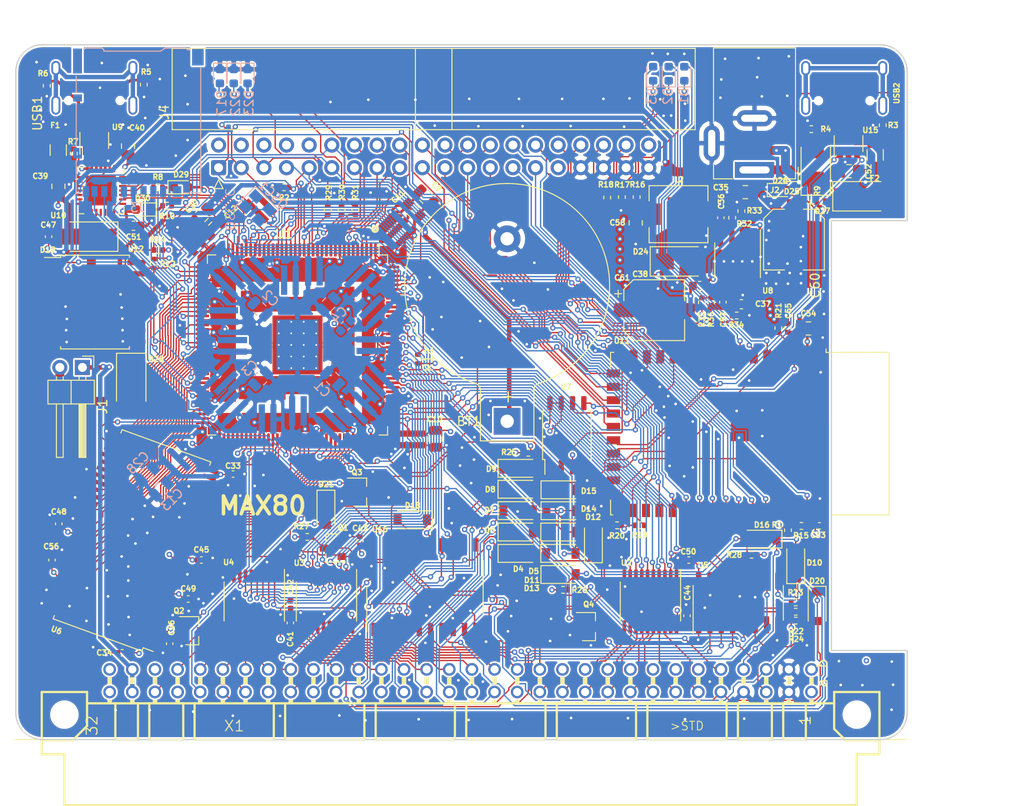
<source format=kicad_pcb>
(kicad_pcb (version 20171130) (host pcbnew 5.1.9-73d0e3b20d~88~ubuntu20.04.1)

  (general
    (thickness 1.6)
    (drawings 17)
    (tracks 4298)
    (zones 0)
    (modules 156)
    (nets 213)
  )

  (page A4)
  (title_block
    (title MAX80)
    (date 2021-01-31)
    (rev 0.01)
    (company "No name")
  )

  (layers
    (0 F.Cu signal)
    (1 In1.Cu signal)
    (2 In2.Cu signal)
    (31 B.Cu signal)
    (32 B.Adhes user)
    (33 F.Adhes user)
    (34 B.Paste user)
    (35 F.Paste user)
    (36 B.SilkS user)
    (37 F.SilkS user)
    (38 B.Mask user)
    (39 F.Mask user)
    (40 Dwgs.User user)
    (41 Cmts.User user)
    (42 Eco1.User user)
    (43 Eco2.User user)
    (44 Edge.Cuts user)
    (45 Margin user)
    (46 B.CrtYd user)
    (47 F.CrtYd user)
    (48 B.Fab user)
    (49 F.Fab user)
  )

  (setup
    (last_trace_width 0.15)
    (user_trace_width 0.3)
    (user_trace_width 0.5)
    (trace_clearance 0.15)
    (zone_clearance 0.2)
    (zone_45_only no)
    (trace_min 0.15)
    (via_size 0.6)
    (via_drill 0.3)
    (via_min_size 0.6)
    (via_min_drill 0.3)
    (uvia_size 0.3)
    (uvia_drill 0.1)
    (uvias_allowed no)
    (uvia_min_size 0.2)
    (uvia_min_drill 0.1)
    (edge_width 0.15)
    (segment_width 0.3)
    (pcb_text_width 0.3)
    (pcb_text_size 1.5 1.5)
    (mod_edge_width 0.15)
    (mod_text_size 1 1)
    (mod_text_width 0.15)
    (pad_size 2.6 1.6)
    (pad_drill 0)
    (pad_to_mask_clearance 0)
    (aux_axis_origin 0 0)
    (grid_origin 86.275 147.925)
    (visible_elements FFFFFF7F)
    (pcbplotparams
      (layerselection 0x010fc_ffffffff)
      (usegerberextensions false)
      (usegerberattributes true)
      (usegerberadvancedattributes true)
      (creategerberjobfile true)
      (excludeedgelayer true)
      (linewidth 0.100000)
      (plotframeref false)
      (viasonmask false)
      (mode 1)
      (useauxorigin false)
      (hpglpennumber 1)
      (hpglpenspeed 20)
      (hpglpendiameter 15.000000)
      (psnegative false)
      (psa4output false)
      (plotreference true)
      (plotvalue true)
      (plotinvisibletext false)
      (padsonsilk false)
      (subtractmaskfromsilk false)
      (outputformat 1)
      (mirror false)
      (drillshape 0)
      (scaleselection 1)
      (outputdirectory "abc80_gerber"))
  )

  (net 0 "")
  (net 1 VCC_ONE)
  (net 2 VCCA)
  (net 3 GND)
  (net 4 CLK0n)
  (net 5 +5V)
  (net 6 "Net-(R5-Pad2)")
  (net 7 "Net-(R6-Pad2)")
  (net 8 "Net-(R7-Pad1)")
  (net 9 "Net-(U10-Pad5)")
  (net 10 "Net-(U10-Pad4)")
  (net 11 "Net-(U9-Pad4)")
  (net 12 "Net-(U9-Pad6)")
  (net 13 "Net-(USB1-Pad13)")
  (net 14 "Net-(BT1-Pad1)")
  (net 15 /A4)
  (net 16 /A3)
  (net 17 /A2)
  (net 18 /A1)
  (net 19 /A0)
  (net 20 /IO0)
  (net 21 /IO3)
  (net 22 /IO4)
  (net 23 /IO5)
  (net 24 /IO6)
  (net 25 /IO7)
  (net 26 /A11)
  (net 27 /IO9)
  (net 28 /A8)
  (net 29 /A7)
  (net 30 /A6)
  (net 31 /A5)
  (net 32 /A9)
  (net 33 /A10)
  (net 34 /A12)
  (net 35 /IO8)
  (net 36 /IO10)
  (net 37 /IO11)
  (net 38 /IO12)
  (net 39 /IO13)
  (net 40 /IO14)
  (net 41 /IO15)
  (net 42 /abc80bus/D7)
  (net 43 /abc80bus/D6)
  (net 44 /abc80bus/D5)
  (net 45 /abc80bus/D4)
  (net 46 /abc80bus/D3)
  (net 47 /abc80bus/D2)
  (net 48 /abc80bus/D1)
  (net 49 /abc80bus/D0)
  (net 50 /abc80bus/A8)
  (net 51 /abc80bus/A9)
  (net 52 /abc80bus/A10)
  (net 53 /abc80bus/A11)
  (net 54 /abc80bus/A12)
  (net 55 /abc80bus/A13)
  (net 56 /abc80bus/A14)
  (net 57 /abc80bus/A15)
  (net 58 /abc80bus/A7)
  (net 59 /abc80bus/A6)
  (net 60 /abc80bus/A5)
  (net 61 /abc80bus/A4)
  (net 62 /abc80bus/A3)
  (net 63 /abc80bus/A2)
  (net 64 /abc80bus/A1)
  (net 65 /abc80bus/A0)
  (net 66 /IO1)
  (net 67 /IO2)
  (net 68 /32KHZ)
  (net 69 /RTC_INT)
  (net 70 /abc80bus/ABC5V)
  (net 71 /SD_DAT1)
  (net 72 /SD_DAT2)
  (net 73 /SD_DAT3)
  (net 74 /SD_CMD)
  (net 75 /SD_CLK)
  (net 76 /SD_DAT0)
  (net 77 FPGA_TDI)
  (net 78 FPGA_TMS)
  (net 79 FPGA_TDO)
  (net 80 FPGA_TCK)
  (net 81 ABC_CLK_5)
  (net 82 /FPGA_SCL)
  (net 83 /FPGA_SDA)
  (net 84 FPGA_SPI_MISO)
  (net 85 FPGA_SPI_MOSI)
  (net 86 FPGA_SPI_CLK)
  (net 87 FGPA_SPI_CS_ESP32)
  (net 88 INT_ESP32)
  (net 89 "Net-(C53-Pad1)")
  (net 90 "Net-(F2-Pad2)")
  (net 91 ESP32_TDO)
  (net 92 ESP32_TCK)
  (net 93 ESP32_TMS)
  (net 94 ESP32_IO0)
  (net 95 ESP32_RXD)
  (net 96 ESP32_TXD)
  (net 97 ESP32_EN)
  (net 98 "Net-(R3-Pad2)")
  (net 99 "Net-(R4-Pad2)")
  (net 100 /ESP32/USB_D-)
  (net 101 /ESP32/USB_D+)
  (net 102 ESP32_TDI)
  (net 103 "Net-(U15-Pad6)")
  (net 104 "Net-(U15-Pad4)")
  (net 105 "Net-(USB2-Pad13)")
  (net 106 "Net-(D1-Pad2)")
  (net 107 "Net-(D1-Pad1)")
  (net 108 "Net-(D2-Pad2)")
  (net 109 "Net-(D2-Pad1)")
  (net 110 "Net-(D3-Pad2)")
  (net 111 "Net-(D3-Pad1)")
  (net 112 ESP32_SCL)
  (net 113 ESP32_SDA)
  (net 114 ESP32_CS2)
  (net 115 ESP32_CS0)
  (net 116 ESP32_MISO)
  (net 117 ESP32_SCK)
  (net 118 ESP32_MOSI)
  (net 119 ESP32_CS1)
  (net 120 /FPGA_USB_TXD)
  (net 121 /FPGA_USB_RXD)
  (net 122 /abc80bus/~XMEMW80)
  (net 123 /abc80bus/~CS)
  (net 124 /abc80bus/~C4)
  (net 125 /abc80bus/~C3)
  (net 126 /abc80bus/~C2)
  (net 127 /abc80bus/~C1)
  (net 128 /abc80bus/~OUT)
  (net 129 /abc80bus/~XOUT)
  (net 130 /abc80bus/~RST)
  (net 131 ~IORD)
  (net 132 /abc80bus/~XMEMFL)
  (net 133 /abc80bus/~XIN)
  (net 134 /abc80bus/~INP)
  (net 135 /abc80bus/~STATUS)
  (net 136 "Net-(D18-Pad1)")
  (net 137 /abc80bus/~XINPSTB)
  (net 138 /abc80bus/~XOUTSTB)
  (net 139 /abc80bus/~XMEMW800)
  (net 140 ADSEL0)
  (net 141 ADSEL1)
  (net 142 "Net-(U3-Pad19)")
  (net 143 "Net-(U4-Pad19)")
  (net 144 /abc80bus/~INT)
  (net 145 ~MEMRD)
  (net 146 AD0)
  (net 147 AD1)
  (net 148 AD2)
  (net 149 AD3)
  (net 150 AD4)
  (net 151 AD5)
  (net 152 AD6)
  (net 153 AD7)
  (net 154 O1)
  (net 155 O2)
  (net 156 /abc80bus/~RESIN)
  (net 157 /abc80bus/~XM)
  (net 158 /abc80bus/Y0)
  (net 159 "Net-(D20-Pad1)")
  (net 160 "Net-(D21-Pad1)")
  (net 161 /FPGA_LED1)
  (net 162 /FPGA_LED2)
  (net 163 /FPGA_LED3)
  (net 164 "Net-(D17-Pad2)")
  (net 165 "Net-(D22-Pad2)")
  (net 166 "Net-(D23-Pad2)")
  (net 167 FPGA_GPIO3)
  (net 168 FPGA_GPIO2)
  (net 169 FPGA_GPIO1)
  (net 170 FPGA_GPIO0)
  (net 171 FPGA_GPIO5)
  (net 172 FPGA_GPIO4)
  (net 173 "Net-(C36-Pad1)")
  (net 174 "Net-(C37-Pad2)")
  (net 175 "Net-(C37-Pad1)")
  (net 176 "Net-(C38-Pad2)")
  (net 177 "Net-(R32-Pad2)")
  (net 178 "Net-(R35-Pad2)")
  (net 179 "Net-(C38-Pad1)")
  (net 180 /abc80bus/READY)
  (net 181 /abc80bus/~NMI)
  (net 182 ~FPGA_READY)
  (net 183 FPGA_NMI)
  (net 184 "Net-(D26-Pad2)")
  (net 185 FPGA_RESIN)
  (net 186 ABC_CLK_3)
  (net 187 /DQMH)
  (net 188 /CLK)
  (net 189 /CKE)
  (net 190 /BA1)
  (net 191 /BA0)
  (net 192 /DQML)
  (net 193 "Net-(D28-Pad2)")
  (net 194 "Net-(D25-Pad2)")
  (net 195 "Net-(F1-Pad2)")
  (net 196 /FPGA_USB_RTS)
  (net 197 /FPGA_USB_CTS)
  (net 198 /FPGA_USB_DTR)
  (net 199 FPGA_JTAGEN)
  (net 200 "Net-(C39-Pad1)")
  (net 201 "Net-(C52-Pad1)")
  (net 202 /WE#)
  (net 203 /CAS#)
  (net 204 /RAS#)
  (net 205 /CS#)
  (net 206 "Net-(D29-Pad1)")
  (net 207 "Net-(D30-Pad1)")
  (net 208 FLASH_CS#)
  (net 209 ~IOWR)
  (net 210 ~MEMWR)
  (net 211 "Net-(R11-Pad1)")
  (net 212 Y0#)

  (net_class Default "This is the default net class."
    (clearance 0.15)
    (trace_width 0.15)
    (via_dia 0.6)
    (via_drill 0.3)
    (uvia_dia 0.3)
    (uvia_drill 0.1)
    (add_net +5V)
    (add_net /32KHZ)
    (add_net /A0)
    (add_net /A1)
    (add_net /A10)
    (add_net /A11)
    (add_net /A12)
    (add_net /A2)
    (add_net /A3)
    (add_net /A4)
    (add_net /A5)
    (add_net /A6)
    (add_net /A7)
    (add_net /A8)
    (add_net /A9)
    (add_net /BA0)
    (add_net /BA1)
    (add_net /CAS#)
    (add_net /CKE)
    (add_net /CLK)
    (add_net /CS#)
    (add_net /DQMH)
    (add_net /DQML)
    (add_net /ESP32/USB_D+)
    (add_net /ESP32/USB_D-)
    (add_net /FPGA_LED1)
    (add_net /FPGA_LED2)
    (add_net /FPGA_LED3)
    (add_net /FPGA_SCL)
    (add_net /FPGA_SDA)
    (add_net /FPGA_USB_CTS)
    (add_net /FPGA_USB_DTR)
    (add_net /FPGA_USB_RTS)
    (add_net /FPGA_USB_RXD)
    (add_net /FPGA_USB_TXD)
    (add_net /IO0)
    (add_net /IO1)
    (add_net /IO10)
    (add_net /IO11)
    (add_net /IO12)
    (add_net /IO13)
    (add_net /IO14)
    (add_net /IO15)
    (add_net /IO2)
    (add_net /IO3)
    (add_net /IO4)
    (add_net /IO5)
    (add_net /IO6)
    (add_net /IO7)
    (add_net /IO8)
    (add_net /IO9)
    (add_net /RAS#)
    (add_net /RTC_INT)
    (add_net /SD_CLK)
    (add_net /SD_CMD)
    (add_net /SD_DAT0)
    (add_net /SD_DAT1)
    (add_net /SD_DAT2)
    (add_net /SD_DAT3)
    (add_net /WE#)
    (add_net /abc80bus/A0)
    (add_net /abc80bus/A1)
    (add_net /abc80bus/A10)
    (add_net /abc80bus/A11)
    (add_net /abc80bus/A12)
    (add_net /abc80bus/A13)
    (add_net /abc80bus/A14)
    (add_net /abc80bus/A15)
    (add_net /abc80bus/A2)
    (add_net /abc80bus/A3)
    (add_net /abc80bus/A4)
    (add_net /abc80bus/A5)
    (add_net /abc80bus/A6)
    (add_net /abc80bus/A7)
    (add_net /abc80bus/A8)
    (add_net /abc80bus/A9)
    (add_net /abc80bus/ABC5V)
    (add_net /abc80bus/D0)
    (add_net /abc80bus/D1)
    (add_net /abc80bus/D2)
    (add_net /abc80bus/D3)
    (add_net /abc80bus/D4)
    (add_net /abc80bus/D5)
    (add_net /abc80bus/D6)
    (add_net /abc80bus/D7)
    (add_net /abc80bus/READY)
    (add_net /abc80bus/Y0)
    (add_net /abc80bus/~C1)
    (add_net /abc80bus/~C2)
    (add_net /abc80bus/~C3)
    (add_net /abc80bus/~C4)
    (add_net /abc80bus/~CS)
    (add_net /abc80bus/~INP)
    (add_net /abc80bus/~INT)
    (add_net /abc80bus/~NMI)
    (add_net /abc80bus/~OUT)
    (add_net /abc80bus/~RESIN)
    (add_net /abc80bus/~RST)
    (add_net /abc80bus/~STATUS)
    (add_net /abc80bus/~XIN)
    (add_net /abc80bus/~XINPSTB)
    (add_net /abc80bus/~XM)
    (add_net /abc80bus/~XMEMFL)
    (add_net /abc80bus/~XMEMW80)
    (add_net /abc80bus/~XMEMW800)
    (add_net /abc80bus/~XOUT)
    (add_net /abc80bus/~XOUTSTB)
    (add_net ABC_CLK_3)
    (add_net ABC_CLK_5)
    (add_net AD0)
    (add_net AD1)
    (add_net AD2)
    (add_net AD3)
    (add_net AD4)
    (add_net AD5)
    (add_net AD6)
    (add_net AD7)
    (add_net ADSEL0)
    (add_net ADSEL1)
    (add_net CLK0n)
    (add_net ESP32_CS0)
    (add_net ESP32_CS1)
    (add_net ESP32_CS2)
    (add_net ESP32_EN)
    (add_net ESP32_IO0)
    (add_net ESP32_MISO)
    (add_net ESP32_MOSI)
    (add_net ESP32_RXD)
    (add_net ESP32_SCK)
    (add_net ESP32_SCL)
    (add_net ESP32_SDA)
    (add_net ESP32_TCK)
    (add_net ESP32_TDI)
    (add_net ESP32_TDO)
    (add_net ESP32_TMS)
    (add_net ESP32_TXD)
    (add_net FGPA_SPI_CS_ESP32)
    (add_net FLASH_CS#)
    (add_net FPGA_GPIO0)
    (add_net FPGA_GPIO1)
    (add_net FPGA_GPIO2)
    (add_net FPGA_GPIO3)
    (add_net FPGA_GPIO4)
    (add_net FPGA_GPIO5)
    (add_net FPGA_JTAGEN)
    (add_net FPGA_NMI)
    (add_net FPGA_RESIN)
    (add_net FPGA_SPI_CLK)
    (add_net FPGA_SPI_MISO)
    (add_net FPGA_SPI_MOSI)
    (add_net FPGA_TCK)
    (add_net FPGA_TDI)
    (add_net FPGA_TDO)
    (add_net FPGA_TMS)
    (add_net GND)
    (add_net INT_ESP32)
    (add_net "Net-(BT1-Pad1)")
    (add_net "Net-(C36-Pad1)")
    (add_net "Net-(C37-Pad1)")
    (add_net "Net-(C37-Pad2)")
    (add_net "Net-(C38-Pad1)")
    (add_net "Net-(C38-Pad2)")
    (add_net "Net-(C39-Pad1)")
    (add_net "Net-(C52-Pad1)")
    (add_net "Net-(C53-Pad1)")
    (add_net "Net-(D1-Pad1)")
    (add_net "Net-(D1-Pad2)")
    (add_net "Net-(D17-Pad2)")
    (add_net "Net-(D18-Pad1)")
    (add_net "Net-(D2-Pad1)")
    (add_net "Net-(D2-Pad2)")
    (add_net "Net-(D20-Pad1)")
    (add_net "Net-(D21-Pad1)")
    (add_net "Net-(D22-Pad2)")
    (add_net "Net-(D23-Pad2)")
    (add_net "Net-(D25-Pad2)")
    (add_net "Net-(D26-Pad2)")
    (add_net "Net-(D28-Pad2)")
    (add_net "Net-(D29-Pad1)")
    (add_net "Net-(D3-Pad1)")
    (add_net "Net-(D3-Pad2)")
    (add_net "Net-(D30-Pad1)")
    (add_net "Net-(F1-Pad2)")
    (add_net "Net-(F2-Pad2)")
    (add_net "Net-(R11-Pad1)")
    (add_net "Net-(R3-Pad2)")
    (add_net "Net-(R32-Pad2)")
    (add_net "Net-(R35-Pad2)")
    (add_net "Net-(R4-Pad2)")
    (add_net "Net-(R5-Pad2)")
    (add_net "Net-(R6-Pad2)")
    (add_net "Net-(R7-Pad1)")
    (add_net "Net-(U10-Pad4)")
    (add_net "Net-(U10-Pad5)")
    (add_net "Net-(U15-Pad4)")
    (add_net "Net-(U15-Pad6)")
    (add_net "Net-(U3-Pad19)")
    (add_net "Net-(U4-Pad19)")
    (add_net "Net-(U9-Pad4)")
    (add_net "Net-(U9-Pad6)")
    (add_net "Net-(USB1-Pad13)")
    (add_net "Net-(USB2-Pad13)")
    (add_net O1)
    (add_net O2)
    (add_net VCCA)
    (add_net VCC_ONE)
    (add_net Y0#)
    (add_net ~FPGA_READY)
    (add_net ~IORD)
    (add_net ~IOWR)
    (add_net ~MEMRD)
    (add_net ~MEMWR)
  )

  (module Capacitor_SMD:C_0603_1608Metric (layer F.Cu) (tedit 5F68FEEE) (tstamp 601FA9D8)
    (at 133.905 130.135)
    (descr "Capacitor SMD 0603 (1608 Metric), square (rectangular) end terminal, IPC_7351 nominal, (Body size source: IPC-SM-782 page 76, https://www.pcb-3d.com/wordpress/wp-content/uploads/ipc-sm-782a_amendment_1_and_2.pdf), generated with kicad-footprint-generator")
    (tags capacitor)
    (path /6013A59C/6026CBED)
    (attr smd)
    (fp_text reference C37 (at 2.43 -0.04) (layer F.SilkS)
      (effects (font (size 0.6 0.6) (thickness 0.15)))
    )
    (fp_text value 5600pF (at 0 1.43) (layer F.Fab)
      (effects (font (size 1 1) (thickness 0.15)))
    )
    (fp_text user %R (at 0 0) (layer F.Fab)
      (effects (font (size 0.4 0.4) (thickness 0.06)))
    )
    (fp_line (start -0.8 0.4) (end -0.8 -0.4) (layer F.Fab) (width 0.1))
    (fp_line (start -0.8 -0.4) (end 0.8 -0.4) (layer F.Fab) (width 0.1))
    (fp_line (start 0.8 -0.4) (end 0.8 0.4) (layer F.Fab) (width 0.1))
    (fp_line (start 0.8 0.4) (end -0.8 0.4) (layer F.Fab) (width 0.1))
    (fp_line (start -0.14058 -0.51) (end 0.14058 -0.51) (layer F.SilkS) (width 0.12))
    (fp_line (start -0.14058 0.51) (end 0.14058 0.51) (layer F.SilkS) (width 0.12))
    (fp_line (start -1.48 0.73) (end -1.48 -0.73) (layer F.CrtYd) (width 0.05))
    (fp_line (start -1.48 -0.73) (end 1.48 -0.73) (layer F.CrtYd) (width 0.05))
    (fp_line (start 1.48 -0.73) (end 1.48 0.73) (layer F.CrtYd) (width 0.05))
    (fp_line (start 1.48 0.73) (end -1.48 0.73) (layer F.CrtYd) (width 0.05))
    (pad 2 smd roundrect (at 0.775 0) (size 0.9 0.95) (layers F.Cu F.Paste F.Mask) (roundrect_rratio 0.25)
      (net 174 "Net-(C37-Pad2)"))
    (pad 1 smd roundrect (at -0.775 0) (size 0.9 0.95) (layers F.Cu F.Paste F.Mask) (roundrect_rratio 0.25)
      (net 175 "Net-(C37-Pad1)"))
    (model ${KISYS3DMOD}/Capacitor_SMD.3dshapes/C_0603_1608Metric.wrl
      (at (xyz 0 0 0))
      (scale (xyz 1 1 1))
      (rotate (xyz 0 0 0))
    )
  )

  (module max80:SOIC-8_5.23x5.23mm_P1.27mm (layer F.Cu) (tedit 60341344) (tstamp 6034439B)
    (at 114.325 144.835 90)
    (descr "SOIC, 8 Pin (http://www.winbond.com/resource-files/w25q32jv%20revg%2003272018%20plus.pdf#page=68), generated with kicad-footprint-generator ipc_gullwing_generator.py")
    (tags "SOIC SO")
    (path /6035B91A)
    (attr smd)
    (fp_text reference U7 (at 5.42 -0.11 180) (layer F.SilkS)
      (effects (font (size 0.6 0.6) (thickness 0.15)))
    )
    (fp_text value W25Q128JVS (at 0 3.56 90) (layer F.Fab)
      (effects (font (size 1 1) (thickness 0.15)))
    )
    (fp_line (start 0 2.725) (end 2.725 2.725) (layer F.SilkS) (width 0.12))
    (fp_line (start 2.725 2.725) (end 2.725 2.465) (layer F.SilkS) (width 0.12))
    (fp_line (start 0 2.725) (end -2.725 2.725) (layer F.SilkS) (width 0.12))
    (fp_line (start -2.725 2.725) (end -2.725 2.465) (layer F.SilkS) (width 0.12))
    (fp_line (start 0 -2.725) (end 2.725 -2.725) (layer F.SilkS) (width 0.12))
    (fp_line (start 2.725 -2.725) (end 2.725 -2.465) (layer F.SilkS) (width 0.12))
    (fp_line (start 0 -2.725) (end -2.725 -2.725) (layer F.SilkS) (width 0.12))
    (fp_line (start -2.725 -2.725) (end -2.725 -2.465) (layer F.SilkS) (width 0.12))
    (fp_line (start -2.725 -2.465) (end -4.4 -2.465) (layer F.SilkS) (width 0.12))
    (fp_line (start -1.615 -2.615) (end 2.615 -2.615) (layer F.Fab) (width 0.1))
    (fp_line (start 2.615 -2.615) (end 2.615 2.615) (layer F.Fab) (width 0.1))
    (fp_line (start 2.615 2.615) (end -2.615 2.615) (layer F.Fab) (width 0.1))
    (fp_line (start -2.615 2.615) (end -2.615 -1.615) (layer F.Fab) (width 0.1))
    (fp_line (start -2.615 -1.615) (end -1.615 -2.615) (layer F.Fab) (width 0.1))
    (fp_line (start -4.65 -2.86) (end -4.65 2.86) (layer F.CrtYd) (width 0.05))
    (fp_line (start -4.65 2.86) (end 4.65 2.86) (layer F.CrtYd) (width 0.05))
    (fp_line (start 4.65 2.86) (end 4.65 -2.86) (layer F.CrtYd) (width 0.05))
    (fp_line (start 4.65 -2.86) (end -4.65 -2.86) (layer F.CrtYd) (width 0.05))
    (fp_text user %R (at 0 0 90) (layer F.Fab)
      (effects (font (size 1 1) (thickness 0.15)))
    )
    (pad 8 smd roundrect (at 3.6 -1.905 90) (size 1.6 0.6) (layers F.Cu F.Paste F.Mask) (roundrect_rratio 0.25)
      (net 1 VCC_ONE))
    (pad 7 smd roundrect (at 3.6 -0.635 90) (size 1.6 0.6) (layers F.Cu F.Paste F.Mask) (roundrect_rratio 0.25)
      (net 1 VCC_ONE))
    (pad 6 smd roundrect (at 3.6 0.635 90) (size 1.6 0.6) (layers F.Cu F.Paste F.Mask) (roundrect_rratio 0.25)
      (net 86 FPGA_SPI_CLK))
    (pad 5 smd roundrect (at 3.6 1.905 90) (size 1.6 0.6) (layers F.Cu F.Paste F.Mask) (roundrect_rratio 0.25)
      (net 85 FPGA_SPI_MOSI))
    (pad 4 smd roundrect (at -3.6 1.905 90) (size 1.6 0.6) (layers F.Cu F.Paste F.Mask) (roundrect_rratio 0.25)
      (net 3 GND))
    (pad 3 smd roundrect (at -3.6 0.635 90) (size 1.6 0.6) (layers F.Cu F.Paste F.Mask) (roundrect_rratio 0.25)
      (net 1 VCC_ONE))
    (pad 2 smd roundrect (at -3.6 -0.635 90) (size 1.6 0.6) (layers F.Cu F.Paste F.Mask) (roundrect_rratio 0.25)
      (net 84 FPGA_SPI_MISO))
    (pad 1 smd roundrect (at -3.6 -1.905 90) (size 1.6 0.6) (layers F.Cu F.Paste F.Mask) (roundrect_rratio 0.25)
      (net 208 FLASH_CS#))
    (model ${KISYS3DMOD}/Package_SO.3dshapes/SOIC-8_5.275x5.275mm_P1.27mm.wrl
      (at (xyz 0 0 0))
      (scale (xyz 1 1 1))
      (rotate (xyz 0 0 0))
    )
  )

  (module Diode_SMD:D_SOD-123 (layer F.Cu) (tedit 58645DC7) (tstamp 6019B141)
    (at 113.665 160.475)
    (descr SOD-123)
    (tags SOD-123)
    (path /6013B380/60CCF7F9)
    (attr smd)
    (fp_text reference D13 (at -3.29 1.54 180) (layer F.SilkS)
      (effects (font (size 0.6 0.6) (thickness 0.15)))
    )
    (fp_text value DSK14 (at 0 2.1) (layer F.Fab)
      (effects (font (size 1 1) (thickness 0.15)))
    )
    (fp_line (start -2.25 -1) (end 1.65 -1) (layer F.SilkS) (width 0.12))
    (fp_line (start -2.25 1) (end 1.65 1) (layer F.SilkS) (width 0.12))
    (fp_line (start -2.35 -1.15) (end -2.35 1.15) (layer F.CrtYd) (width 0.05))
    (fp_line (start 2.35 1.15) (end -2.35 1.15) (layer F.CrtYd) (width 0.05))
    (fp_line (start 2.35 -1.15) (end 2.35 1.15) (layer F.CrtYd) (width 0.05))
    (fp_line (start -2.35 -1.15) (end 2.35 -1.15) (layer F.CrtYd) (width 0.05))
    (fp_line (start -1.4 -0.9) (end 1.4 -0.9) (layer F.Fab) (width 0.1))
    (fp_line (start 1.4 -0.9) (end 1.4 0.9) (layer F.Fab) (width 0.1))
    (fp_line (start 1.4 0.9) (end -1.4 0.9) (layer F.Fab) (width 0.1))
    (fp_line (start -1.4 0.9) (end -1.4 -0.9) (layer F.Fab) (width 0.1))
    (fp_line (start -0.75 0) (end -0.35 0) (layer F.Fab) (width 0.1))
    (fp_line (start -0.35 0) (end -0.35 -0.55) (layer F.Fab) (width 0.1))
    (fp_line (start -0.35 0) (end -0.35 0.55) (layer F.Fab) (width 0.1))
    (fp_line (start -0.35 0) (end 0.25 -0.4) (layer F.Fab) (width 0.1))
    (fp_line (start 0.25 -0.4) (end 0.25 0.4) (layer F.Fab) (width 0.1))
    (fp_line (start 0.25 0.4) (end -0.35 0) (layer F.Fab) (width 0.1))
    (fp_line (start 0.25 0) (end 0.75 0) (layer F.Fab) (width 0.1))
    (fp_line (start -2.25 -1) (end -2.25 1) (layer F.SilkS) (width 0.12))
    (fp_text user %R (at 3.105 -0.003 90) (layer F.Fab)
      (effects (font (size 0.6 0.6) (thickness 0.15)))
    )
    (pad 2 smd rect (at 1.65 0) (size 0.9 1.2) (layers F.Cu F.Paste F.Mask)
      (net 131 ~IORD))
    (pad 1 smd rect (at -1.65 0) (size 0.9 1.2) (layers F.Cu F.Paste F.Mask)
      (net 133 /abc80bus/~XIN))
    (model ${KISYS3DMOD}/Diode_SMD.3dshapes/D_SOD-123.wrl
      (at (xyz 0 0 0))
      (scale (xyz 1 1 1))
      (rotate (xyz 0 0 0))
    )
  )

  (module Resistor_SMD:R_0402_1005Metric (layer F.Cu) (tedit 5F68FEEE) (tstamp 6034B24B)
    (at 97.605 136.285 270)
    (descr "Resistor SMD 0402 (1005 Metric), square (rectangular) end terminal, IPC_7351 nominal, (Body size source: IPC-SM-782 page 72, https://www.pcb-3d.com/wordpress/wp-content/uploads/ipc-sm-782a_amendment_1_and_2.pdf), generated with kicad-footprint-generator")
    (tags resistor)
    (path /604B03F3)
    (attr smd)
    (fp_text reference R11 (at 0 -1.17 90) (layer F.SilkS)
      (effects (font (size 1 1) (thickness 0.15)))
    )
    (fp_text value 10k (at 0 1.17 90) (layer F.Fab)
      (effects (font (size 1 1) (thickness 0.15)))
    )
    (fp_line (start -0.525 0.27) (end -0.525 -0.27) (layer F.Fab) (width 0.1))
    (fp_line (start -0.525 -0.27) (end 0.525 -0.27) (layer F.Fab) (width 0.1))
    (fp_line (start 0.525 -0.27) (end 0.525 0.27) (layer F.Fab) (width 0.1))
    (fp_line (start 0.525 0.27) (end -0.525 0.27) (layer F.Fab) (width 0.1))
    (fp_line (start -0.153641 -0.38) (end 0.153641 -0.38) (layer F.SilkS) (width 0.12))
    (fp_line (start -0.153641 0.38) (end 0.153641 0.38) (layer F.SilkS) (width 0.12))
    (fp_line (start -0.93 0.47) (end -0.93 -0.47) (layer F.CrtYd) (width 0.05))
    (fp_line (start -0.93 -0.47) (end 0.93 -0.47) (layer F.CrtYd) (width 0.05))
    (fp_line (start 0.93 -0.47) (end 0.93 0.47) (layer F.CrtYd) (width 0.05))
    (fp_line (start 0.93 0.47) (end -0.93 0.47) (layer F.CrtYd) (width 0.05))
    (fp_text user %R (at 0 0 90) (layer F.Fab)
      (effects (font (size 0.26 0.26) (thickness 0.04)))
    )
    (pad 2 smd roundrect (at 0.51 0 270) (size 0.54 0.64) (layers F.Cu F.Paste F.Mask) (roundrect_rratio 0.25)
      (net 1 VCC_ONE))
    (pad 1 smd roundrect (at -0.51 0 270) (size 0.54 0.64) (layers F.Cu F.Paste F.Mask) (roundrect_rratio 0.25)
      (net 211 "Net-(R11-Pad1)"))
    (model ${KISYS3DMOD}/Resistor_SMD.3dshapes/R_0402_1005Metric.wrl
      (at (xyz 0 0 0))
      (scale (xyz 1 1 1))
      (rotate (xyz 0 0 0))
    )
  )

  (module Resistor_SMD:R_0402_1005Metric (layer F.Cu) (tedit 5F68FEEE) (tstamp 6033FBEF)
    (at 69.475 119.075 180)
    (descr "Resistor SMD 0402 (1005 Metric), square (rectangular) end terminal, IPC_7351 nominal, (Body size source: IPC-SM-782 page 72, https://www.pcb-3d.com/wordpress/wp-content/uploads/ipc-sm-782a_amendment_1_and_2.pdf), generated with kicad-footprint-generator")
    (tags resistor)
    (path /60427964)
    (attr smd)
    (fp_text reference R10 (at 0 -1.17) (layer F.SilkS)
      (effects (font (size 0.6 0.6) (thickness 0.15)))
    )
    (fp_text value 1k (at 0 1.17) (layer F.Fab)
      (effects (font (size 1 1) (thickness 0.15)))
    )
    (fp_line (start -0.525 0.27) (end -0.525 -0.27) (layer F.Fab) (width 0.1))
    (fp_line (start -0.525 -0.27) (end 0.525 -0.27) (layer F.Fab) (width 0.1))
    (fp_line (start 0.525 -0.27) (end 0.525 0.27) (layer F.Fab) (width 0.1))
    (fp_line (start 0.525 0.27) (end -0.525 0.27) (layer F.Fab) (width 0.1))
    (fp_line (start -0.153641 -0.38) (end 0.153641 -0.38) (layer F.SilkS) (width 0.12))
    (fp_line (start -0.153641 0.38) (end 0.153641 0.38) (layer F.SilkS) (width 0.12))
    (fp_line (start -0.93 0.47) (end -0.93 -0.47) (layer F.CrtYd) (width 0.05))
    (fp_line (start -0.93 -0.47) (end 0.93 -0.47) (layer F.CrtYd) (width 0.05))
    (fp_line (start 0.93 -0.47) (end 0.93 0.47) (layer F.CrtYd) (width 0.05))
    (fp_line (start 0.93 0.47) (end -0.93 0.47) (layer F.CrtYd) (width 0.05))
    (fp_text user %R (at 0 0) (layer F.Fab)
      (effects (font (size 0.26 0.26) (thickness 0.04)))
    )
    (pad 2 smd roundrect (at 0.51 0 180) (size 0.54 0.64) (layers F.Cu F.Paste F.Mask) (roundrect_rratio 0.25)
      (net 207 "Net-(D30-Pad1)"))
    (pad 1 smd roundrect (at -0.51 0 180) (size 0.54 0.64) (layers F.Cu F.Paste F.Mask) (roundrect_rratio 0.25)
      (net 197 /FPGA_USB_CTS))
    (model ${KISYS3DMOD}/Resistor_SMD.3dshapes/R_0402_1005Metric.wrl
      (at (xyz 0 0 0))
      (scale (xyz 1 1 1))
      (rotate (xyz 0 0 0))
    )
  )

  (module Resistor_SMD:R_0402_1005Metric (layer F.Cu) (tedit 5F68FEEE) (tstamp 6033FBBE)
    (at 68.44 117.025)
    (descr "Resistor SMD 0402 (1005 Metric), square (rectangular) end terminal, IPC_7351 nominal, (Body size source: IPC-SM-782 page 72, https://www.pcb-3d.com/wordpress/wp-content/uploads/ipc-sm-782a_amendment_1_and_2.pdf), generated with kicad-footprint-generator")
    (tags resistor)
    (path /6042C0DA)
    (attr smd)
    (fp_text reference R8 (at 0 -1.17) (layer F.SilkS)
      (effects (font (size 0.6 0.6) (thickness 0.15)))
    )
    (fp_text value 1k (at 0 1.17) (layer F.Fab)
      (effects (font (size 1 1) (thickness 0.15)))
    )
    (fp_line (start -0.525 0.27) (end -0.525 -0.27) (layer F.Fab) (width 0.1))
    (fp_line (start -0.525 -0.27) (end 0.525 -0.27) (layer F.Fab) (width 0.1))
    (fp_line (start 0.525 -0.27) (end 0.525 0.27) (layer F.Fab) (width 0.1))
    (fp_line (start 0.525 0.27) (end -0.525 0.27) (layer F.Fab) (width 0.1))
    (fp_line (start -0.153641 -0.38) (end 0.153641 -0.38) (layer F.SilkS) (width 0.12))
    (fp_line (start -0.153641 0.38) (end 0.153641 0.38) (layer F.SilkS) (width 0.12))
    (fp_line (start -0.93 0.47) (end -0.93 -0.47) (layer F.CrtYd) (width 0.05))
    (fp_line (start -0.93 -0.47) (end 0.93 -0.47) (layer F.CrtYd) (width 0.05))
    (fp_line (start 0.93 -0.47) (end 0.93 0.47) (layer F.CrtYd) (width 0.05))
    (fp_line (start 0.93 0.47) (end -0.93 0.47) (layer F.CrtYd) (width 0.05))
    (fp_text user %R (at 0 0) (layer F.Fab)
      (effects (font (size 0.26 0.26) (thickness 0.04)))
    )
    (pad 2 smd roundrect (at 0.51 0) (size 0.54 0.64) (layers F.Cu F.Paste F.Mask) (roundrect_rratio 0.25)
      (net 206 "Net-(D29-Pad1)"))
    (pad 1 smd roundrect (at -0.51 0) (size 0.54 0.64) (layers F.Cu F.Paste F.Mask) (roundrect_rratio 0.25)
      (net 196 /FPGA_USB_RTS))
    (model ${KISYS3DMOD}/Resistor_SMD.3dshapes/R_0402_1005Metric.wrl
      (at (xyz 0 0 0))
      (scale (xyz 1 1 1))
      (rotate (xyz 0 0 0))
    )
  )

  (module LED_SMD:LED_0603_1608Metric (layer F.Cu) (tedit 5F68FEF1) (tstamp 6033F6D1)
    (at 66.775 119.5 180)
    (descr "LED SMD 0603 (1608 Metric), square (rectangular) end terminal, IPC_7351 nominal, (Body size source: http://www.tortai-tech.com/upload/download/2011102023233369053.pdf), generated with kicad-footprint-generator")
    (tags LED)
    (path /604220EF)
    (attr smd)
    (fp_text reference D30 (at 0.04 1.285) (layer F.SilkS)
      (effects (font (size 0.6 0.6) (thickness 0.15)))
    )
    (fp_text value LED-Y (at 0 1.43) (layer F.Fab)
      (effects (font (size 1 1) (thickness 0.15)))
    )
    (fp_line (start 0.8 -0.4) (end -0.5 -0.4) (layer F.Fab) (width 0.1))
    (fp_line (start -0.5 -0.4) (end -0.8 -0.1) (layer F.Fab) (width 0.1))
    (fp_line (start -0.8 -0.1) (end -0.8 0.4) (layer F.Fab) (width 0.1))
    (fp_line (start -0.8 0.4) (end 0.8 0.4) (layer F.Fab) (width 0.1))
    (fp_line (start 0.8 0.4) (end 0.8 -0.4) (layer F.Fab) (width 0.1))
    (fp_line (start 0.8 -0.735) (end -1.485 -0.735) (layer F.SilkS) (width 0.12))
    (fp_line (start -1.485 -0.735) (end -1.485 0.735) (layer F.SilkS) (width 0.12))
    (fp_line (start -1.485 0.735) (end 0.8 0.735) (layer F.SilkS) (width 0.12))
    (fp_line (start -1.48 0.73) (end -1.48 -0.73) (layer F.CrtYd) (width 0.05))
    (fp_line (start -1.48 -0.73) (end 1.48 -0.73) (layer F.CrtYd) (width 0.05))
    (fp_line (start 1.48 -0.73) (end 1.48 0.73) (layer F.CrtYd) (width 0.05))
    (fp_line (start 1.48 0.73) (end -1.48 0.73) (layer F.CrtYd) (width 0.05))
    (fp_text user %R (at 0 0) (layer F.Fab)
      (effects (font (size 0.4 0.4) (thickness 0.06)))
    )
    (pad 2 smd roundrect (at 0.7875 0 180) (size 0.875 0.95) (layers F.Cu F.Paste F.Mask) (roundrect_rratio 0.25)
      (net 1 VCC_ONE))
    (pad 1 smd roundrect (at -0.7875 0 180) (size 0.875 0.95) (layers F.Cu F.Paste F.Mask) (roundrect_rratio 0.25)
      (net 207 "Net-(D30-Pad1)"))
    (model ${KISYS3DMOD}/LED_SMD.3dshapes/LED_0603_1608Metric.wrl
      (at (xyz 0 0 0))
      (scale (xyz 1 1 1))
      (rotate (xyz 0 0 0))
    )
  )

  (module LED_SMD:LED_0603_1608Metric (layer F.Cu) (tedit 5F68FEF1) (tstamp 6033F6BE)
    (at 71.05 117)
    (descr "LED SMD 0603 (1608 Metric), square (rectangular) end terminal, IPC_7351 nominal, (Body size source: http://www.tortai-tech.com/upload/download/2011102023233369053.pdf), generated with kicad-footprint-generator")
    (tags LED)
    (path /6041A94C)
    (attr smd)
    (fp_text reference D29 (at 0 -1.43) (layer F.SilkS)
      (effects (font (size 0.6 0.6) (thickness 0.15)))
    )
    (fp_text value LED-Y (at 0 1.43) (layer F.Fab)
      (effects (font (size 1 1) (thickness 0.15)))
    )
    (fp_line (start 0.8 -0.4) (end -0.5 -0.4) (layer F.Fab) (width 0.1))
    (fp_line (start -0.5 -0.4) (end -0.8 -0.1) (layer F.Fab) (width 0.1))
    (fp_line (start -0.8 -0.1) (end -0.8 0.4) (layer F.Fab) (width 0.1))
    (fp_line (start -0.8 0.4) (end 0.8 0.4) (layer F.Fab) (width 0.1))
    (fp_line (start 0.8 0.4) (end 0.8 -0.4) (layer F.Fab) (width 0.1))
    (fp_line (start 0.8 -0.735) (end -1.485 -0.735) (layer F.SilkS) (width 0.12))
    (fp_line (start -1.485 -0.735) (end -1.485 0.735) (layer F.SilkS) (width 0.12))
    (fp_line (start -1.485 0.735) (end 0.8 0.735) (layer F.SilkS) (width 0.12))
    (fp_line (start -1.48 0.73) (end -1.48 -0.73) (layer F.CrtYd) (width 0.05))
    (fp_line (start -1.48 -0.73) (end 1.48 -0.73) (layer F.CrtYd) (width 0.05))
    (fp_line (start 1.48 -0.73) (end 1.48 0.73) (layer F.CrtYd) (width 0.05))
    (fp_line (start 1.48 0.73) (end -1.48 0.73) (layer F.CrtYd) (width 0.05))
    (fp_text user %R (at 0 0) (layer F.Fab)
      (effects (font (size 0.4 0.4) (thickness 0.06)))
    )
    (pad 2 smd roundrect (at 0.7875 0) (size 0.875 0.95) (layers F.Cu F.Paste F.Mask) (roundrect_rratio 0.25)
      (net 1 VCC_ONE))
    (pad 1 smd roundrect (at -0.7875 0) (size 0.875 0.95) (layers F.Cu F.Paste F.Mask) (roundrect_rratio 0.25)
      (net 206 "Net-(D29-Pad1)"))
    (model ${KISYS3DMOD}/LED_SMD.3dshapes/LED_0603_1608Metric.wrl
      (at (xyz 0 0 0))
      (scale (xyz 1 1 1))
      (rotate (xyz 0 0 0))
    )
  )

  (module Resistor_SMD:R_0402_1005Metric (layer F.Cu) (tedit 5F68FEEE) (tstamp 60337B92)
    (at 139.125 155.5 90)
    (descr "Resistor SMD 0402 (1005 Metric), square (rectangular) end terminal, IPC_7351 nominal, (Body size source: IPC-SM-782 page 72, https://www.pcb-3d.com/wordpress/wp-content/uploads/ipc-sm-782a_amendment_1_and_2.pdf), generated with kicad-footprint-generator")
    (tags resistor)
    (path /602159BB/60379925)
    (attr smd)
    (fp_text reference R1 (at 0.6 -1.225 180) (layer F.SilkS)
      (effects (font (size 0.6 0.6) (thickness 0.15)))
    )
    (fp_text value 10k (at 0 1.17 90) (layer F.Fab)
      (effects (font (size 1 1) (thickness 0.15)))
    )
    (fp_line (start 0.93 0.47) (end -0.93 0.47) (layer F.CrtYd) (width 0.05))
    (fp_line (start 0.93 -0.47) (end 0.93 0.47) (layer F.CrtYd) (width 0.05))
    (fp_line (start -0.93 -0.47) (end 0.93 -0.47) (layer F.CrtYd) (width 0.05))
    (fp_line (start -0.93 0.47) (end -0.93 -0.47) (layer F.CrtYd) (width 0.05))
    (fp_line (start -0.153641 0.38) (end 0.153641 0.38) (layer F.SilkS) (width 0.12))
    (fp_line (start -0.153641 -0.38) (end 0.153641 -0.38) (layer F.SilkS) (width 0.12))
    (fp_line (start 0.525 0.27) (end -0.525 0.27) (layer F.Fab) (width 0.1))
    (fp_line (start 0.525 -0.27) (end 0.525 0.27) (layer F.Fab) (width 0.1))
    (fp_line (start -0.525 -0.27) (end 0.525 -0.27) (layer F.Fab) (width 0.1))
    (fp_line (start -0.525 0.27) (end -0.525 -0.27) (layer F.Fab) (width 0.1))
    (fp_text user %R (at 0 0 90) (layer F.Fab)
      (effects (font (size 0.26 0.26) (thickness 0.04)))
    )
    (pad 2 smd roundrect (at 0.51 0 90) (size 0.54 0.64) (layers F.Cu F.Paste F.Mask) (roundrect_rratio 0.25)
      (net 89 "Net-(C53-Pad1)"))
    (pad 1 smd roundrect (at -0.51 0 90) (size 0.54 0.64) (layers F.Cu F.Paste F.Mask) (roundrect_rratio 0.25)
      (net 1 VCC_ONE))
    (model ${KISYS3DMOD}/Resistor_SMD.3dshapes/R_0402_1005Metric.wrl
      (at (xyz 0 0 0))
      (scale (xyz 1 1 1))
      (rotate (xyz 0 0 0))
    )
  )

  (module Diode_SMD:D_SMA (layer F.Cu) (tedit 586432E5) (tstamp 6032CF27)
    (at 65.447 139.035 270)
    (descr "Diode SMA (DO-214AC)")
    (tags "Diode SMA (DO-214AC)")
    (path /6013B380/603612AB)
    (attr smd)
    (fp_text reference D28 (at -2.735 -2.803 180) (layer F.SilkS)
      (effects (font (size 0.6 0.6) (thickness 0.15)))
    )
    (fp_text value MBRA340T (at 0 2.6 90) (layer F.Fab)
      (effects (font (size 1 1) (thickness 0.15)))
    )
    (fp_line (start -3.4 -1.65) (end -3.4 1.65) (layer F.SilkS) (width 0.12))
    (fp_line (start 2.3 1.5) (end -2.3 1.5) (layer F.Fab) (width 0.1))
    (fp_line (start -2.3 1.5) (end -2.3 -1.5) (layer F.Fab) (width 0.1))
    (fp_line (start 2.3 -1.5) (end 2.3 1.5) (layer F.Fab) (width 0.1))
    (fp_line (start 2.3 -1.5) (end -2.3 -1.5) (layer F.Fab) (width 0.1))
    (fp_line (start -3.5 -1.75) (end 3.5 -1.75) (layer F.CrtYd) (width 0.05))
    (fp_line (start 3.5 -1.75) (end 3.5 1.75) (layer F.CrtYd) (width 0.05))
    (fp_line (start 3.5 1.75) (end -3.5 1.75) (layer F.CrtYd) (width 0.05))
    (fp_line (start -3.5 1.75) (end -3.5 -1.75) (layer F.CrtYd) (width 0.05))
    (fp_line (start -0.64944 0.00102) (end -1.55114 0.00102) (layer F.Fab) (width 0.1))
    (fp_line (start 0.50118 0.00102) (end 1.4994 0.00102) (layer F.Fab) (width 0.1))
    (fp_line (start -0.64944 -0.79908) (end -0.64944 0.80112) (layer F.Fab) (width 0.1))
    (fp_line (start 0.50118 0.75032) (end 0.50118 -0.79908) (layer F.Fab) (width 0.1))
    (fp_line (start -0.64944 0.00102) (end 0.50118 0.75032) (layer F.Fab) (width 0.1))
    (fp_line (start -0.64944 0.00102) (end 0.50118 -0.79908) (layer F.Fab) (width 0.1))
    (fp_line (start -3.4 1.65) (end 2 1.65) (layer F.SilkS) (width 0.12))
    (fp_line (start -3.4 -1.65) (end 2 -1.65) (layer F.SilkS) (width 0.12))
    (fp_text user %R (at 0 -2.5 90) (layer F.Fab)
      (effects (font (size 1 1) (thickness 0.15)))
    )
    (pad 2 smd rect (at 2 0 270) (size 2.5 1.8) (layers F.Cu F.Paste F.Mask)
      (net 193 "Net-(D28-Pad2)"))
    (pad 1 smd rect (at -2 0 270) (size 2.5 1.8) (layers F.Cu F.Paste F.Mask)
      (net 5 +5V))
    (model ${KISYS3DMOD}/Diode_SMD.3dshapes/D_SMA.wrl
      (at (xyz 0 0 0))
      (scale (xyz 1 1 1))
      (rotate (xyz 0 0 0))
    )
  )

  (module Capacitor_SMD:C_0402_1005Metric (layer F.Cu) (tedit 5F68FEEE) (tstamp 6039D96A)
    (at 56.557 158.847 90)
    (descr "Capacitor SMD 0402 (1005 Metric), square (rectangular) end terminal, IPC_7351 nominal, (Body size source: IPC-SM-782 page 76, https://www.pcb-3d.com/wordpress/wp-content/uploads/ipc-sm-782a_amendment_1_and_2.pdf), generated with kicad-footprint-generator")
    (tags capacitor)
    (path /6091A70C)
    (attr smd)
    (fp_text reference C56 (at 1.522 -0.082 180) (layer F.SilkS)
      (effects (font (size 0.6 0.6) (thickness 0.15)))
    )
    (fp_text value 100nF (at 0 1.16 90) (layer F.Fab)
      (effects (font (size 1 1) (thickness 0.15)))
    )
    (fp_line (start -0.5 0.25) (end -0.5 -0.25) (layer F.Fab) (width 0.1))
    (fp_line (start -0.5 -0.25) (end 0.5 -0.25) (layer F.Fab) (width 0.1))
    (fp_line (start 0.5 -0.25) (end 0.5 0.25) (layer F.Fab) (width 0.1))
    (fp_line (start 0.5 0.25) (end -0.5 0.25) (layer F.Fab) (width 0.1))
    (fp_line (start -0.107836 -0.36) (end 0.107836 -0.36) (layer F.SilkS) (width 0.12))
    (fp_line (start -0.107836 0.36) (end 0.107836 0.36) (layer F.SilkS) (width 0.12))
    (fp_line (start -0.91 0.46) (end -0.91 -0.46) (layer F.CrtYd) (width 0.05))
    (fp_line (start -0.91 -0.46) (end 0.91 -0.46) (layer F.CrtYd) (width 0.05))
    (fp_line (start 0.91 -0.46) (end 0.91 0.46) (layer F.CrtYd) (width 0.05))
    (fp_line (start 0.91 0.46) (end -0.91 0.46) (layer F.CrtYd) (width 0.05))
    (fp_text user %R (at 0 0 90) (layer F.Fab)
      (effects (font (size 0.25 0.25) (thickness 0.04)))
    )
    (pad 2 smd roundrect (at 0.48 0 90) (size 0.56 0.62) (layers F.Cu F.Paste F.Mask) (roundrect_rratio 0.25)
      (net 3 GND))
    (pad 1 smd roundrect (at -0.48 0 90) (size 0.56 0.62) (layers F.Cu F.Paste F.Mask) (roundrect_rratio 0.25)
      (net 1 VCC_ONE))
    (model ${KISYS3DMOD}/Capacitor_SMD.3dshapes/C_0402_1005Metric.wrl
      (at (xyz 0 0 0))
      (scale (xyz 1 1 1))
      (rotate (xyz 0 0 0))
    )
  )

  (module Capacitor_SMD:C_0402_1005Metric (layer F.Cu) (tedit 5F68FEEE) (tstamp 603AB1B9)
    (at 69.765 168.245 270)
    (descr "Capacitor SMD 0402 (1005 Metric), square (rectangular) end terminal, IPC_7351 nominal, (Body size source: IPC-SM-782 page 76, https://www.pcb-3d.com/wordpress/wp-content/uploads/ipc-sm-782a_amendment_1_and_2.pdf), generated with kicad-footprint-generator")
    (tags capacitor)
    (path /60932F0E)
    (attr smd)
    (fp_text reference C46 (at -1.795 -0.21 270) (layer F.SilkS)
      (effects (font (size 0.6 0.6) (thickness 0.15)))
    )
    (fp_text value 100nF (at 0 1.16 90) (layer F.Fab)
      (effects (font (size 1 1) (thickness 0.15)))
    )
    (fp_line (start -0.5 0.25) (end -0.5 -0.25) (layer F.Fab) (width 0.1))
    (fp_line (start -0.5 -0.25) (end 0.5 -0.25) (layer F.Fab) (width 0.1))
    (fp_line (start 0.5 -0.25) (end 0.5 0.25) (layer F.Fab) (width 0.1))
    (fp_line (start 0.5 0.25) (end -0.5 0.25) (layer F.Fab) (width 0.1))
    (fp_line (start -0.107836 -0.36) (end 0.107836 -0.36) (layer F.SilkS) (width 0.12))
    (fp_line (start -0.107836 0.36) (end 0.107836 0.36) (layer F.SilkS) (width 0.12))
    (fp_line (start -0.91 0.46) (end -0.91 -0.46) (layer F.CrtYd) (width 0.05))
    (fp_line (start -0.91 -0.46) (end 0.91 -0.46) (layer F.CrtYd) (width 0.05))
    (fp_line (start 0.91 -0.46) (end 0.91 0.46) (layer F.CrtYd) (width 0.05))
    (fp_line (start 0.91 0.46) (end -0.91 0.46) (layer F.CrtYd) (width 0.05))
    (fp_text user %R (at 0 0 90) (layer F.Fab)
      (effects (font (size 0.25 0.25) (thickness 0.04)))
    )
    (pad 2 smd roundrect (at 0.48 0 270) (size 0.56 0.62) (layers F.Cu F.Paste F.Mask) (roundrect_rratio 0.25)
      (net 3 GND))
    (pad 1 smd roundrect (at -0.48 0 270) (size 0.56 0.62) (layers F.Cu F.Paste F.Mask) (roundrect_rratio 0.25)
      (net 1 VCC_ONE))
    (model ${KISYS3DMOD}/Capacitor_SMD.3dshapes/C_0402_1005Metric.wrl
      (at (xyz 0 0 0))
      (scale (xyz 1 1 1))
      (rotate (xyz 0 0 0))
    )
  )

  (module Capacitor_SMD:C_0402_1005Metric (layer F.Cu) (tedit 5F68FEEE) (tstamp 603AB1A8)
    (at 73.321 158.847)
    (descr "Capacitor SMD 0402 (1005 Metric), square (rectangular) end terminal, IPC_7351 nominal, (Body size source: IPC-SM-782 page 76, https://www.pcb-3d.com/wordpress/wp-content/uploads/ipc-sm-782a_amendment_1_and_2.pdf), generated with kicad-footprint-generator")
    (tags capacitor)
    (path /6094CE83)
    (attr smd)
    (fp_text reference C45 (at 0 -1.16) (layer F.SilkS)
      (effects (font (size 0.6 0.6) (thickness 0.15)))
    )
    (fp_text value 100nF (at 0 1.16) (layer F.Fab)
      (effects (font (size 1 1) (thickness 0.15)))
    )
    (fp_line (start -0.5 0.25) (end -0.5 -0.25) (layer F.Fab) (width 0.1))
    (fp_line (start -0.5 -0.25) (end 0.5 -0.25) (layer F.Fab) (width 0.1))
    (fp_line (start 0.5 -0.25) (end 0.5 0.25) (layer F.Fab) (width 0.1))
    (fp_line (start 0.5 0.25) (end -0.5 0.25) (layer F.Fab) (width 0.1))
    (fp_line (start -0.107836 -0.36) (end 0.107836 -0.36) (layer F.SilkS) (width 0.12))
    (fp_line (start -0.107836 0.36) (end 0.107836 0.36) (layer F.SilkS) (width 0.12))
    (fp_line (start -0.91 0.46) (end -0.91 -0.46) (layer F.CrtYd) (width 0.05))
    (fp_line (start -0.91 -0.46) (end 0.91 -0.46) (layer F.CrtYd) (width 0.05))
    (fp_line (start 0.91 -0.46) (end 0.91 0.46) (layer F.CrtYd) (width 0.05))
    (fp_line (start 0.91 0.46) (end -0.91 0.46) (layer F.CrtYd) (width 0.05))
    (fp_text user %R (at 0 0) (layer F.Fab)
      (effects (font (size 0.25 0.25) (thickness 0.04)))
    )
    (pad 2 smd roundrect (at 0.48 0) (size 0.56 0.62) (layers F.Cu F.Paste F.Mask) (roundrect_rratio 0.25)
      (net 3 GND))
    (pad 1 smd roundrect (at -0.48 0) (size 0.56 0.62) (layers F.Cu F.Paste F.Mask) (roundrect_rratio 0.25)
      (net 1 VCC_ONE))
    (model ${KISYS3DMOD}/Capacitor_SMD.3dshapes/C_0402_1005Metric.wrl
      (at (xyz 0 0 0))
      (scale (xyz 1 1 1))
      (rotate (xyz 0 0 0))
    )
  )

  (module Capacitor_SMD:C_0402_1005Metric (layer F.Cu) (tedit 5F68FEEE) (tstamp 603AC9A5)
    (at 64.431 169.261 180)
    (descr "Capacitor SMD 0402 (1005 Metric), square (rectangular) end terminal, IPC_7351 nominal, (Body size source: IPC-SM-782 page 76, https://www.pcb-3d.com/wordpress/wp-content/uploads/ipc-sm-782a_amendment_1_and_2.pdf), generated with kicad-footprint-generator")
    (tags capacitor)
    (path /6097D4FE)
    (attr smd)
    (fp_text reference C34 (at 2.006 0) (layer F.SilkS)
      (effects (font (size 0.6 0.6) (thickness 0.15)))
    )
    (fp_text value 100nF (at 0 1.16) (layer F.Fab)
      (effects (font (size 1 1) (thickness 0.15)))
    )
    (fp_line (start -0.5 0.25) (end -0.5 -0.25) (layer F.Fab) (width 0.1))
    (fp_line (start -0.5 -0.25) (end 0.5 -0.25) (layer F.Fab) (width 0.1))
    (fp_line (start 0.5 -0.25) (end 0.5 0.25) (layer F.Fab) (width 0.1))
    (fp_line (start 0.5 0.25) (end -0.5 0.25) (layer F.Fab) (width 0.1))
    (fp_line (start -0.107836 -0.36) (end 0.107836 -0.36) (layer F.SilkS) (width 0.12))
    (fp_line (start -0.107836 0.36) (end 0.107836 0.36) (layer F.SilkS) (width 0.12))
    (fp_line (start -0.91 0.46) (end -0.91 -0.46) (layer F.CrtYd) (width 0.05))
    (fp_line (start -0.91 -0.46) (end 0.91 -0.46) (layer F.CrtYd) (width 0.05))
    (fp_line (start 0.91 -0.46) (end 0.91 0.46) (layer F.CrtYd) (width 0.05))
    (fp_line (start 0.91 0.46) (end -0.91 0.46) (layer F.CrtYd) (width 0.05))
    (fp_text user %R (at 0 0) (layer F.Fab)
      (effects (font (size 0.25 0.25) (thickness 0.04)))
    )
    (pad 2 smd roundrect (at 0.48 0 180) (size 0.56 0.62) (layers F.Cu F.Paste F.Mask) (roundrect_rratio 0.25)
      (net 3 GND))
    (pad 1 smd roundrect (at -0.48 0 180) (size 0.56 0.62) (layers F.Cu F.Paste F.Mask) (roundrect_rratio 0.25)
      (net 1 VCC_ONE))
    (model ${KISYS3DMOD}/Capacitor_SMD.3dshapes/C_0402_1005Metric.wrl
      (at (xyz 0 0 0))
      (scale (xyz 1 1 1))
      (rotate (xyz 0 0 0))
    )
  )

  (module Capacitor_SMD:C_0402_1005Metric (layer F.Cu) (tedit 5F68FEEE) (tstamp 603AB046)
    (at 76.877 149.195)
    (descr "Capacitor SMD 0402 (1005 Metric), square (rectangular) end terminal, IPC_7351 nominal, (Body size source: IPC-SM-782 page 76, https://www.pcb-3d.com/wordpress/wp-content/uploads/ipc-sm-782a_amendment_1_and_2.pdf), generated with kicad-footprint-generator")
    (tags capacitor)
    (path /60997E09)
    (attr smd)
    (fp_text reference C33 (at -0.002 -0.92) (layer F.SilkS)
      (effects (font (size 0.6 0.6) (thickness 0.15)))
    )
    (fp_text value 100nF (at 0 1.16) (layer F.Fab)
      (effects (font (size 1 1) (thickness 0.15)))
    )
    (fp_line (start -0.5 0.25) (end -0.5 -0.25) (layer F.Fab) (width 0.1))
    (fp_line (start -0.5 -0.25) (end 0.5 -0.25) (layer F.Fab) (width 0.1))
    (fp_line (start 0.5 -0.25) (end 0.5 0.25) (layer F.Fab) (width 0.1))
    (fp_line (start 0.5 0.25) (end -0.5 0.25) (layer F.Fab) (width 0.1))
    (fp_line (start -0.107836 -0.36) (end 0.107836 -0.36) (layer F.SilkS) (width 0.12))
    (fp_line (start -0.107836 0.36) (end 0.107836 0.36) (layer F.SilkS) (width 0.12))
    (fp_line (start -0.91 0.46) (end -0.91 -0.46) (layer F.CrtYd) (width 0.05))
    (fp_line (start -0.91 -0.46) (end 0.91 -0.46) (layer F.CrtYd) (width 0.05))
    (fp_line (start 0.91 -0.46) (end 0.91 0.46) (layer F.CrtYd) (width 0.05))
    (fp_line (start 0.91 0.46) (end -0.91 0.46) (layer F.CrtYd) (width 0.05))
    (fp_text user %R (at 0 0) (layer F.Fab)
      (effects (font (size 0.25 0.25) (thickness 0.04)))
    )
    (pad 2 smd roundrect (at 0.48 0) (size 0.56 0.62) (layers F.Cu F.Paste F.Mask) (roundrect_rratio 0.25)
      (net 3 GND))
    (pad 1 smd roundrect (at -0.48 0) (size 0.56 0.62) (layers F.Cu F.Paste F.Mask) (roundrect_rratio 0.25)
      (net 1 VCC_ONE))
    (model ${KISYS3DMOD}/Capacitor_SMD.3dshapes/C_0402_1005Metric.wrl
      (at (xyz 0 0 0))
      (scale (xyz 1 1 1))
      (rotate (xyz 0 0 0))
    )
  )

  (module Package_SO:TSOP-II-54_22.2x10.16mm_P0.8mm (layer F.Cu) (tedit 5B589EC7) (tstamp 60346482)
    (at 65.535 156.645 160)
    (descr "54-lead TSOP typ II package")
    (tags "TSOPII TSOP2")
    (path /604F9283)
    (attr smd)
    (fp_text reference U6 (at 4.513002 -12.365253 160) (layer F.SilkS)
      (effects (font (size 0.6 0.6) (thickness 0.15)))
    )
    (fp_text value MT48LC16M16A2P-6A (at 0 12.5 160) (layer F.Fab)
      (effects (font (size 0.85 0.85) (thickness 0.15)))
    )
    (fp_line (start -6.76 -11.36) (end -6.76 11.36) (layer F.CrtYd) (width 0.05))
    (fp_line (start 6.76 11.36) (end -6.76 11.36) (layer F.CrtYd) (width 0.05))
    (fp_line (start 6.76 -11.36) (end 6.76 11.36) (layer F.CrtYd) (width 0.05))
    (fp_line (start -6.76 -11.36) (end 6.76 -11.36) (layer F.CrtYd) (width 0.05))
    (fp_line (start -5.3 10.9) (end -5.3 11.3) (layer F.SilkS) (width 0.12))
    (fp_line (start 5.3 10.9) (end 5.3 11.3) (layer F.SilkS) (width 0.12))
    (fp_line (start 5.3 -11.3) (end 5.3 -10.9) (layer F.SilkS) (width 0.12))
    (fp_line (start -5.3 11.3) (end 5.3 11.3) (layer F.SilkS) (width 0.12))
    (fp_line (start -5.3 -11.3) (end 5.3 -11.3) (layer F.SilkS) (width 0.12))
    (fp_line (start -5.3 -10.9) (end -5.3 -11.3) (layer F.SilkS) (width 0.12))
    (fp_line (start -6.5 -10.9) (end -5.3 -10.9) (layer F.SilkS) (width 0.12))
    (fp_line (start -4.08 -11.11) (end -5.08 -10.11) (layer F.Fab) (width 0.1))
    (fp_line (start -5.08 11.11) (end -5.08 -10.11) (layer F.Fab) (width 0.1))
    (fp_line (start 5.08 11.11) (end -5.08 11.11) (layer F.Fab) (width 0.1))
    (fp_line (start 5.08 -11.11) (end 5.08 11.11) (layer F.Fab) (width 0.1))
    (fp_line (start -4.08 -11.11) (end 5.08 -11.11) (layer F.Fab) (width 0.1))
    (fp_text user %R (at 0 0 160) (layer F.Fab)
      (effects (font (size 1 1) (thickness 0.15)))
    )
    (pad 54 smd rect (at 5.75 -10.4 160) (size 1.51 0.458) (layers F.Cu F.Paste F.Mask)
      (net 3 GND))
    (pad 53 smd rect (at 5.75 -9.6 160) (size 1.51 0.458) (layers F.Cu F.Paste F.Mask)
      (net 41 /IO15))
    (pad 52 smd rect (at 5.75 -8.8 160) (size 1.51 0.458) (layers F.Cu F.Paste F.Mask)
      (net 3 GND))
    (pad 51 smd rect (at 5.75 -8 160) (size 1.51 0.458) (layers F.Cu F.Paste F.Mask)
      (net 40 /IO14))
    (pad 50 smd rect (at 5.75 -7.2 160) (size 1.51 0.458) (layers F.Cu F.Paste F.Mask)
      (net 39 /IO13))
    (pad 49 smd rect (at 5.75 -6.4 160) (size 1.51 0.458) (layers F.Cu F.Paste F.Mask)
      (net 1 VCC_ONE))
    (pad 48 smd rect (at 5.75 -5.6 160) (size 1.51 0.458) (layers F.Cu F.Paste F.Mask)
      (net 38 /IO12))
    (pad 47 smd rect (at 5.75 -4.8 160) (size 1.51 0.458) (layers F.Cu F.Paste F.Mask)
      (net 37 /IO11))
    (pad 46 smd rect (at 5.75 -4 160) (size 1.51 0.458) (layers F.Cu F.Paste F.Mask)
      (net 3 GND))
    (pad 45 smd rect (at 5.75 -3.2 160) (size 1.51 0.458) (layers F.Cu F.Paste F.Mask)
      (net 36 /IO10))
    (pad 44 smd rect (at 5.75 -2.4 160) (size 1.51 0.458) (layers F.Cu F.Paste F.Mask)
      (net 27 /IO9))
    (pad 43 smd rect (at 5.75 -1.6 160) (size 1.51 0.458) (layers F.Cu F.Paste F.Mask)
      (net 1 VCC_ONE))
    (pad 42 smd rect (at 5.75 -0.8 160) (size 1.51 0.458) (layers F.Cu F.Paste F.Mask)
      (net 35 /IO8))
    (pad 41 smd rect (at 5.75 0 160) (size 1.51 0.458) (layers F.Cu F.Paste F.Mask)
      (net 3 GND))
    (pad 40 smd rect (at 5.75 0.8 160) (size 1.51 0.458) (layers F.Cu F.Paste F.Mask))
    (pad 39 smd rect (at 5.75 1.6 160) (size 1.51 0.458) (layers F.Cu F.Paste F.Mask)
      (net 187 /DQMH))
    (pad 38 smd rect (at 5.75 2.4 160) (size 1.51 0.458) (layers F.Cu F.Paste F.Mask)
      (net 188 /CLK))
    (pad 37 smd rect (at 5.75 3.2 160) (size 1.51 0.458) (layers F.Cu F.Paste F.Mask)
      (net 189 /CKE))
    (pad 36 smd rect (at 5.75 4 160) (size 1.51 0.458) (layers F.Cu F.Paste F.Mask)
      (net 34 /A12))
    (pad 35 smd rect (at 5.75 4.8 160) (size 1.51 0.458) (layers F.Cu F.Paste F.Mask)
      (net 26 /A11))
    (pad 34 smd rect (at 5.75 5.6 160) (size 1.51 0.458) (layers F.Cu F.Paste F.Mask)
      (net 32 /A9))
    (pad 33 smd rect (at 5.75 6.4 160) (size 1.51 0.458) (layers F.Cu F.Paste F.Mask)
      (net 28 /A8))
    (pad 32 smd rect (at 5.75 7.2 160) (size 1.51 0.458) (layers F.Cu F.Paste F.Mask)
      (net 29 /A7))
    (pad 31 smd rect (at 5.75 8 160) (size 1.51 0.458) (layers F.Cu F.Paste F.Mask)
      (net 30 /A6))
    (pad 30 smd rect (at 5.75 8.8 160) (size 1.51 0.458) (layers F.Cu F.Paste F.Mask)
      (net 31 /A5))
    (pad 29 smd rect (at 5.75 9.6 160) (size 1.51 0.458) (layers F.Cu F.Paste F.Mask)
      (net 15 /A4))
    (pad 28 smd rect (at 5.75 10.4 160) (size 1.51 0.458) (layers F.Cu F.Paste F.Mask)
      (net 3 GND))
    (pad 27 smd rect (at -5.75 10.4 160) (size 1.51 0.458) (layers F.Cu F.Paste F.Mask)
      (net 1 VCC_ONE))
    (pad 26 smd rect (at -5.75 9.6 160) (size 1.51 0.458) (layers F.Cu F.Paste F.Mask)
      (net 16 /A3))
    (pad 25 smd rect (at -5.75 8.8 160) (size 1.51 0.458) (layers F.Cu F.Paste F.Mask)
      (net 17 /A2))
    (pad 24 smd rect (at -5.75 8 160) (size 1.51 0.458) (layers F.Cu F.Paste F.Mask)
      (net 18 /A1))
    (pad 23 smd rect (at -5.75 7.2 160) (size 1.51 0.458) (layers F.Cu F.Paste F.Mask)
      (net 19 /A0))
    (pad 22 smd rect (at -5.75 6.4 160) (size 1.51 0.458) (layers F.Cu F.Paste F.Mask)
      (net 33 /A10))
    (pad 21 smd rect (at -5.75 5.6 160) (size 1.51 0.458) (layers F.Cu F.Paste F.Mask)
      (net 190 /BA1))
    (pad 20 smd rect (at -5.75 4.8 160) (size 1.51 0.458) (layers F.Cu F.Paste F.Mask)
      (net 191 /BA0))
    (pad 19 smd rect (at -5.75 4 160) (size 1.51 0.458) (layers F.Cu F.Paste F.Mask)
      (net 205 /CS#))
    (pad 18 smd rect (at -5.75 3.2 160) (size 1.51 0.458) (layers F.Cu F.Paste F.Mask)
      (net 204 /RAS#))
    (pad 17 smd rect (at -5.75 2.4 160) (size 1.51 0.458) (layers F.Cu F.Paste F.Mask)
      (net 203 /CAS#))
    (pad 16 smd rect (at -5.75 1.6 160) (size 1.51 0.458) (layers F.Cu F.Paste F.Mask)
      (net 202 /WE#))
    (pad 15 smd rect (at -5.75 0.8 160) (size 1.51 0.458) (layers F.Cu F.Paste F.Mask)
      (net 192 /DQML))
    (pad 14 smd rect (at -5.75 0 160) (size 1.51 0.458) (layers F.Cu F.Paste F.Mask)
      (net 1 VCC_ONE))
    (pad 13 smd rect (at -5.75 -0.8 160) (size 1.51 0.458) (layers F.Cu F.Paste F.Mask)
      (net 25 /IO7))
    (pad 12 smd rect (at -5.75 -1.6 160) (size 1.51 0.458) (layers F.Cu F.Paste F.Mask)
      (net 3 GND))
    (pad 11 smd rect (at -5.75 -2.4 160) (size 1.51 0.458) (layers F.Cu F.Paste F.Mask)
      (net 24 /IO6))
    (pad 10 smd rect (at -5.75 -3.2 160) (size 1.51 0.458) (layers F.Cu F.Paste F.Mask)
      (net 23 /IO5))
    (pad 9 smd rect (at -5.75 -4 160) (size 1.51 0.458) (layers F.Cu F.Paste F.Mask)
      (net 1 VCC_ONE))
    (pad 8 smd rect (at -5.75 -4.8 160) (size 1.51 0.458) (layers F.Cu F.Paste F.Mask)
      (net 22 /IO4))
    (pad 7 smd rect (at -5.75 -5.6 160) (size 1.51 0.458) (layers F.Cu F.Paste F.Mask)
      (net 21 /IO3))
    (pad 6 smd rect (at -5.75 -6.4 160) (size 1.51 0.458) (layers F.Cu F.Paste F.Mask)
      (net 3 GND))
    (pad 5 smd rect (at -5.75 -7.2 160) (size 1.51 0.458) (layers F.Cu F.Paste F.Mask)
      (net 67 /IO2))
    (pad 4 smd rect (at -5.75 -8 160) (size 1.51 0.458) (layers F.Cu F.Paste F.Mask)
      (net 66 /IO1))
    (pad 3 smd rect (at -5.75 -8.8 160) (size 1.51 0.458) (layers F.Cu F.Paste F.Mask)
      (net 1 VCC_ONE))
    (pad 2 smd rect (at -5.75 -9.6 160) (size 1.51 0.458) (layers F.Cu F.Paste F.Mask)
      (net 20 /IO0))
    (pad 1 smd rect (at -5.75 -10.4 160) (size 1.51 0.458) (layers F.Cu F.Paste F.Mask)
      (net 1 VCC_ONE))
    (model ${KISYS3DMOD}/Package_SO.3dshapes/TSOP-II-54_22.2x10.16mm_P0.8mm.wrl
      (at (xyz 0 0 0))
      (scale (xyz 1 1 1))
      (rotate (xyz 0 0 0))
    )
  )

  (module Connector_PinHeader_2.54mm:PinHeader_1x02_P2.54mm_Horizontal (layer F.Cu) (tedit 59FED5CB) (tstamp 6032D4AA)
    (at 59.975 137.225 270)
    (descr "Through hole angled pin header, 1x02, 2.54mm pitch, 6mm pin length, single row")
    (tags "Through hole angled pin header THT 1x02 2.54mm single row")
    (path /6013B380/603FB6A3)
    (fp_text reference J1 (at 4.385 -2.27 90) (layer F.SilkS)
      (effects (font (size 1 1) (thickness 0.15)))
    )
    (fp_text value Conn_01x02_Male (at 4.385 4.81 90) (layer F.Fab)
      (effects (font (size 1 1) (thickness 0.15)))
    )
    (fp_line (start 2.135 -1.27) (end 4.04 -1.27) (layer F.Fab) (width 0.1))
    (fp_line (start 4.04 -1.27) (end 4.04 3.81) (layer F.Fab) (width 0.1))
    (fp_line (start 4.04 3.81) (end 1.5 3.81) (layer F.Fab) (width 0.1))
    (fp_line (start 1.5 3.81) (end 1.5 -0.635) (layer F.Fab) (width 0.1))
    (fp_line (start 1.5 -0.635) (end 2.135 -1.27) (layer F.Fab) (width 0.1))
    (fp_line (start -0.32 -0.32) (end 1.5 -0.32) (layer F.Fab) (width 0.1))
    (fp_line (start -0.32 -0.32) (end -0.32 0.32) (layer F.Fab) (width 0.1))
    (fp_line (start -0.32 0.32) (end 1.5 0.32) (layer F.Fab) (width 0.1))
    (fp_line (start 4.04 -0.32) (end 10.04 -0.32) (layer F.Fab) (width 0.1))
    (fp_line (start 10.04 -0.32) (end 10.04 0.32) (layer F.Fab) (width 0.1))
    (fp_line (start 4.04 0.32) (end 10.04 0.32) (layer F.Fab) (width 0.1))
    (fp_line (start -0.32 2.22) (end 1.5 2.22) (layer F.Fab) (width 0.1))
    (fp_line (start -0.32 2.22) (end -0.32 2.86) (layer F.Fab) (width 0.1))
    (fp_line (start -0.32 2.86) (end 1.5 2.86) (layer F.Fab) (width 0.1))
    (fp_line (start 4.04 2.22) (end 10.04 2.22) (layer F.Fab) (width 0.1))
    (fp_line (start 10.04 2.22) (end 10.04 2.86) (layer F.Fab) (width 0.1))
    (fp_line (start 4.04 2.86) (end 10.04 2.86) (layer F.Fab) (width 0.1))
    (fp_line (start 1.44 -1.33) (end 1.44 3.87) (layer F.SilkS) (width 0.12))
    (fp_line (start 1.44 3.87) (end 4.1 3.87) (layer F.SilkS) (width 0.12))
    (fp_line (start 4.1 3.87) (end 4.1 -1.33) (layer F.SilkS) (width 0.12))
    (fp_line (start 4.1 -1.33) (end 1.44 -1.33) (layer F.SilkS) (width 0.12))
    (fp_line (start 4.1 -0.38) (end 10.1 -0.38) (layer F.SilkS) (width 0.12))
    (fp_line (start 10.1 -0.38) (end 10.1 0.38) (layer F.SilkS) (width 0.12))
    (fp_line (start 10.1 0.38) (end 4.1 0.38) (layer F.SilkS) (width 0.12))
    (fp_line (start 4.1 -0.32) (end 10.1 -0.32) (layer F.SilkS) (width 0.12))
    (fp_line (start 4.1 -0.2) (end 10.1 -0.2) (layer F.SilkS) (width 0.12))
    (fp_line (start 4.1 -0.08) (end 10.1 -0.08) (layer F.SilkS) (width 0.12))
    (fp_line (start 4.1 0.04) (end 10.1 0.04) (layer F.SilkS) (width 0.12))
    (fp_line (start 4.1 0.16) (end 10.1 0.16) (layer F.SilkS) (width 0.12))
    (fp_line (start 4.1 0.28) (end 10.1 0.28) (layer F.SilkS) (width 0.12))
    (fp_line (start 1.11 -0.38) (end 1.44 -0.38) (layer F.SilkS) (width 0.12))
    (fp_line (start 1.11 0.38) (end 1.44 0.38) (layer F.SilkS) (width 0.12))
    (fp_line (start 1.44 1.27) (end 4.1 1.27) (layer F.SilkS) (width 0.12))
    (fp_line (start 4.1 2.16) (end 10.1 2.16) (layer F.SilkS) (width 0.12))
    (fp_line (start 10.1 2.16) (end 10.1 2.92) (layer F.SilkS) (width 0.12))
    (fp_line (start 10.1 2.92) (end 4.1 2.92) (layer F.SilkS) (width 0.12))
    (fp_line (start 1.042929 2.16) (end 1.44 2.16) (layer F.SilkS) (width 0.12))
    (fp_line (start 1.042929 2.92) (end 1.44 2.92) (layer F.SilkS) (width 0.12))
    (fp_line (start -1.27 0) (end -1.27 -1.27) (layer F.SilkS) (width 0.12))
    (fp_line (start -1.27 -1.27) (end 0 -1.27) (layer F.SilkS) (width 0.12))
    (fp_line (start -1.8 -1.8) (end -1.8 4.35) (layer F.CrtYd) (width 0.05))
    (fp_line (start -1.8 4.35) (end 10.55 4.35) (layer F.CrtYd) (width 0.05))
    (fp_line (start 10.55 4.35) (end 10.55 -1.8) (layer F.CrtYd) (width 0.05))
    (fp_line (start 10.55 -1.8) (end -1.8 -1.8) (layer F.CrtYd) (width 0.05))
    (fp_text user %R (at 2.77 1.27) (layer F.Fab)
      (effects (font (size 1 1) (thickness 0.15)))
    )
    (pad 2 thru_hole oval (at 0 2.54 270) (size 1.7 1.7) (drill 1) (layers *.Cu *.Mask)
      (net 193 "Net-(D28-Pad2)"))
    (pad 1 thru_hole rect (at 0 0 270) (size 1.7 1.7) (drill 1) (layers *.Cu *.Mask)
      (net 70 /abc80bus/ABC5V))
    (model ${KISYS3DMOD}/Connector_PinHeader_2.54mm.3dshapes/PinHeader_1x02_P2.54mm_Horizontal.wrl
      (at (xyz 0 0 0))
      (scale (xyz 1 1 1))
      (rotate (xyz 0 0 0))
    )
  )

  (module Diode_SMD:D_SMA (layer F.Cu) (tedit 586432E5) (tstamp 60323018)
    (at 147.555 118.015)
    (descr "Diode SMA (DO-214AC)")
    (tags "Diode SMA (DO-214AC)")
    (path /602159BB/6032D6A5)
    (attr smd)
    (fp_text reference D27 (at -4.555 1.645) (layer F.SilkS)
      (effects (font (size 0.6 0.6) (thickness 0.15)))
    )
    (fp_text value MBRA340T (at 0 2.6) (layer F.Fab)
      (effects (font (size 1 1) (thickness 0.15)))
    )
    (fp_line (start -3.4 -1.65) (end 2 -1.65) (layer F.SilkS) (width 0.12))
    (fp_line (start -3.4 1.65) (end 2 1.65) (layer F.SilkS) (width 0.12))
    (fp_line (start -0.64944 0.00102) (end 0.50118 -0.79908) (layer F.Fab) (width 0.1))
    (fp_line (start -0.64944 0.00102) (end 0.50118 0.75032) (layer F.Fab) (width 0.1))
    (fp_line (start 0.50118 0.75032) (end 0.50118 -0.79908) (layer F.Fab) (width 0.1))
    (fp_line (start -0.64944 -0.79908) (end -0.64944 0.80112) (layer F.Fab) (width 0.1))
    (fp_line (start 0.50118 0.00102) (end 1.4994 0.00102) (layer F.Fab) (width 0.1))
    (fp_line (start -0.64944 0.00102) (end -1.55114 0.00102) (layer F.Fab) (width 0.1))
    (fp_line (start -3.5 1.75) (end -3.5 -1.75) (layer F.CrtYd) (width 0.05))
    (fp_line (start 3.5 1.75) (end -3.5 1.75) (layer F.CrtYd) (width 0.05))
    (fp_line (start 3.5 -1.75) (end 3.5 1.75) (layer F.CrtYd) (width 0.05))
    (fp_line (start -3.5 -1.75) (end 3.5 -1.75) (layer F.CrtYd) (width 0.05))
    (fp_line (start 2.3 -1.5) (end -2.3 -1.5) (layer F.Fab) (width 0.1))
    (fp_line (start 2.3 -1.5) (end 2.3 1.5) (layer F.Fab) (width 0.1))
    (fp_line (start -2.3 1.5) (end -2.3 -1.5) (layer F.Fab) (width 0.1))
    (fp_line (start 2.3 1.5) (end -2.3 1.5) (layer F.Fab) (width 0.1))
    (fp_line (start -3.4 -1.65) (end -3.4 1.65) (layer F.SilkS) (width 0.12))
    (fp_text user %R (at 0 -2.5) (layer F.Fab)
      (effects (font (size 1 1) (thickness 0.15)))
    )
    (pad 2 smd rect (at 2 0) (size 2.5 1.8) (layers F.Cu F.Paste F.Mask)
      (net 201 "Net-(C52-Pad1)"))
    (pad 1 smd rect (at -2 0) (size 2.5 1.8) (layers F.Cu F.Paste F.Mask)
      (net 5 +5V))
    (model ${KISYS3DMOD}/Diode_SMD.3dshapes/D_SMA.wrl
      (at (xyz 0 0 0))
      (scale (xyz 1 1 1))
      (rotate (xyz 0 0 0))
    )
  )

  (module Diode_SMD:D_SMA (layer F.Cu) (tedit 586432E5) (tstamp 60322ED8)
    (at 60.555 122.545 180)
    (descr "Diode SMA (DO-214AC)")
    (tags "Diode SMA (DO-214AC)")
    (path /601569F0/60325B03)
    (attr smd)
    (fp_text reference D19 (at 4.48 -1.49) (layer F.SilkS)
      (effects (font (size 0.6 0.6) (thickness 0.15)))
    )
    (fp_text value MBRA340T (at 0 2.6) (layer F.Fab)
      (effects (font (size 1 1) (thickness 0.15)))
    )
    (fp_line (start -3.4 -1.65) (end 2 -1.65) (layer F.SilkS) (width 0.12))
    (fp_line (start -3.4 1.65) (end 2 1.65) (layer F.SilkS) (width 0.12))
    (fp_line (start -0.64944 0.00102) (end 0.50118 -0.79908) (layer F.Fab) (width 0.1))
    (fp_line (start -0.64944 0.00102) (end 0.50118 0.75032) (layer F.Fab) (width 0.1))
    (fp_line (start 0.50118 0.75032) (end 0.50118 -0.79908) (layer F.Fab) (width 0.1))
    (fp_line (start -0.64944 -0.79908) (end -0.64944 0.80112) (layer F.Fab) (width 0.1))
    (fp_line (start 0.50118 0.00102) (end 1.4994 0.00102) (layer F.Fab) (width 0.1))
    (fp_line (start -0.64944 0.00102) (end -1.55114 0.00102) (layer F.Fab) (width 0.1))
    (fp_line (start -3.5 1.75) (end -3.5 -1.75) (layer F.CrtYd) (width 0.05))
    (fp_line (start 3.5 1.75) (end -3.5 1.75) (layer F.CrtYd) (width 0.05))
    (fp_line (start 3.5 -1.75) (end 3.5 1.75) (layer F.CrtYd) (width 0.05))
    (fp_line (start -3.5 -1.75) (end 3.5 -1.75) (layer F.CrtYd) (width 0.05))
    (fp_line (start 2.3 -1.5) (end -2.3 -1.5) (layer F.Fab) (width 0.1))
    (fp_line (start 2.3 -1.5) (end 2.3 1.5) (layer F.Fab) (width 0.1))
    (fp_line (start -2.3 1.5) (end -2.3 -1.5) (layer F.Fab) (width 0.1))
    (fp_line (start 2.3 1.5) (end -2.3 1.5) (layer F.Fab) (width 0.1))
    (fp_line (start -3.4 -1.65) (end -3.4 1.65) (layer F.SilkS) (width 0.12))
    (pad 2 smd rect (at 2 0 180) (size 2.5 1.8) (layers F.Cu F.Paste F.Mask)
      (net 200 "Net-(C39-Pad1)"))
    (pad 1 smd rect (at -2 0 180) (size 2.5 1.8) (layers F.Cu F.Paste F.Mask)
      (net 5 +5V))
    (model ${KISYS3DMOD}/Diode_SMD.3dshapes/D_SMA.wrl
      (at (xyz 0 0 0))
      (scale (xyz 1 1 1))
      (rotate (xyz 0 0 0))
    )
  )

  (module Package_TO_SOT_SMD:SOT-23 (layer F.Cu) (tedit 5A02FF57) (tstamp 6021E332)
    (at 116.775 166.325)
    (descr "SOT-23, Standard")
    (tags SOT-23)
    (path /6013B380/60285B62)
    (attr smd)
    (fp_text reference Q4 (at 0 -2.5) (layer F.SilkS)
      (effects (font (size 0.6 0.6) (thickness 0.15)))
    )
    (fp_text value AO3400A (at 0 2.5) (layer F.Fab)
      (effects (font (size 1 1) (thickness 0.15)))
    )
    (fp_line (start 0.76 1.58) (end -0.7 1.58) (layer F.SilkS) (width 0.12))
    (fp_line (start 0.76 -1.58) (end -1.4 -1.58) (layer F.SilkS) (width 0.12))
    (fp_line (start -1.7 1.75) (end -1.7 -1.75) (layer F.CrtYd) (width 0.05))
    (fp_line (start 1.7 1.75) (end -1.7 1.75) (layer F.CrtYd) (width 0.05))
    (fp_line (start 1.7 -1.75) (end 1.7 1.75) (layer F.CrtYd) (width 0.05))
    (fp_line (start -1.7 -1.75) (end 1.7 -1.75) (layer F.CrtYd) (width 0.05))
    (fp_line (start 0.76 -1.58) (end 0.76 -0.65) (layer F.SilkS) (width 0.12))
    (fp_line (start 0.76 1.58) (end 0.76 0.65) (layer F.SilkS) (width 0.12))
    (fp_line (start -0.7 1.52) (end 0.7 1.52) (layer F.Fab) (width 0.1))
    (fp_line (start 0.7 -1.52) (end 0.7 1.52) (layer F.Fab) (width 0.1))
    (fp_line (start -0.7 -0.95) (end -0.15 -1.52) (layer F.Fab) (width 0.1))
    (fp_line (start -0.15 -1.52) (end 0.7 -1.52) (layer F.Fab) (width 0.1))
    (fp_line (start -0.7 -0.95) (end -0.7 1.5) (layer F.Fab) (width 0.1))
    (fp_text user %R (at 0 0 90) (layer F.Fab)
      (effects (font (size 0.5 0.5) (thickness 0.075)))
    )
    (pad 3 smd rect (at 1 0) (size 0.9 0.8) (layers F.Cu F.Paste F.Mask)
      (net 156 /abc80bus/~RESIN))
    (pad 2 smd rect (at -1 0.95) (size 0.9 0.8) (layers F.Cu F.Paste F.Mask)
      (net 3 GND))
    (pad 1 smd rect (at -1 -0.95) (size 0.9 0.8) (layers F.Cu F.Paste F.Mask)
      (net 185 FPGA_RESIN))
    (model ${KISYS3DMOD}/Package_TO_SOT_SMD.3dshapes/SOT-23.wrl
      (at (xyz 0 0 0))
      (scale (xyz 1 1 1))
      (rotate (xyz 0 0 0))
    )
  )

  (module Resistor_SMD:R_0402_1005Metric (layer F.Cu) (tedit 5F68FEEE) (tstamp 6020EA01)
    (at 142.825 118.555)
    (descr "Resistor SMD 0402 (1005 Metric), square (rectangular) end terminal, IPC_7351 nominal, (Body size source: IPC-SM-782 page 72, https://www.pcb-3d.com/wordpress/wp-content/uploads/ipc-sm-782a_amendment_1_and_2.pdf), generated with kicad-footprint-generator")
    (tags resistor)
    (path /6013A59C/6024D9C9)
    (attr smd)
    (fp_text reference R9 (at -0.395 -1.135 270) (layer F.SilkS)
      (effects (font (size 0.6 0.6) (thickness 0.15)))
    )
    (fp_text value 1k (at 0 1.17) (layer F.Fab)
      (effects (font (size 1 1) (thickness 0.15)))
    )
    (fp_line (start -0.525 0.27) (end -0.525 -0.27) (layer F.Fab) (width 0.1))
    (fp_line (start -0.525 -0.27) (end 0.525 -0.27) (layer F.Fab) (width 0.1))
    (fp_line (start 0.525 -0.27) (end 0.525 0.27) (layer F.Fab) (width 0.1))
    (fp_line (start 0.525 0.27) (end -0.525 0.27) (layer F.Fab) (width 0.1))
    (fp_line (start -0.153641 -0.38) (end 0.153641 -0.38) (layer F.SilkS) (width 0.12))
    (fp_line (start -0.153641 0.38) (end 0.153641 0.38) (layer F.SilkS) (width 0.12))
    (fp_line (start -0.93 0.47) (end -0.93 -0.47) (layer F.CrtYd) (width 0.05))
    (fp_line (start -0.93 -0.47) (end 0.93 -0.47) (layer F.CrtYd) (width 0.05))
    (fp_line (start 0.93 -0.47) (end 0.93 0.47) (layer F.CrtYd) (width 0.05))
    (fp_line (start 0.93 0.47) (end -0.93 0.47) (layer F.CrtYd) (width 0.05))
    (fp_text user %R (at 0 0) (layer F.Fab)
      (effects (font (size 0.26 0.26) (thickness 0.04)))
    )
    (pad 2 smd roundrect (at 0.51 0) (size 0.54 0.64) (layers F.Cu F.Paste F.Mask) (roundrect_rratio 0.25)
      (net 184 "Net-(D26-Pad2)"))
    (pad 1 smd roundrect (at -0.51 0) (size 0.54 0.64) (layers F.Cu F.Paste F.Mask) (roundrect_rratio 0.25)
      (net 1 VCC_ONE))
    (model ${KISYS3DMOD}/Resistor_SMD.3dshapes/R_0402_1005Metric.wrl
      (at (xyz 0 0 0))
      (scale (xyz 1 1 1))
      (rotate (xyz 0 0 0))
    )
  )

  (module LED_SMD:LED_0603_1608Metric (layer F.Cu) (tedit 5F68FEF1) (tstamp 6020FB48)
    (at 138.295 117.315)
    (descr "LED SMD 0603 (1608 Metric), square (rectangular) end terminal, IPC_7351 nominal, (Body size source: http://www.tortai-tech.com/upload/download/2011102023233369053.pdf), generated with kicad-footprint-generator")
    (tags LED)
    (path /6013A59C/6024C492)
    (attr smd)
    (fp_text reference D26 (at -0.04 -1.07) (layer F.SilkS)
      (effects (font (size 0.6 0.6) (thickness 0.15)))
    )
    (fp_text value LED-B (at 0 1.43) (layer F.Fab)
      (effects (font (size 1 1) (thickness 0.15)))
    )
    (fp_line (start 0.8 -0.4) (end -0.5 -0.4) (layer F.Fab) (width 0.1))
    (fp_line (start -0.5 -0.4) (end -0.8 -0.1) (layer F.Fab) (width 0.1))
    (fp_line (start -0.8 -0.1) (end -0.8 0.4) (layer F.Fab) (width 0.1))
    (fp_line (start -0.8 0.4) (end 0.8 0.4) (layer F.Fab) (width 0.1))
    (fp_line (start 0.8 0.4) (end 0.8 -0.4) (layer F.Fab) (width 0.1))
    (fp_line (start 0.8 -0.735) (end -1.485 -0.735) (layer F.SilkS) (width 0.12))
    (fp_line (start -1.485 -0.735) (end -1.485 0.735) (layer F.SilkS) (width 0.12))
    (fp_line (start -1.485 0.735) (end 0.8 0.735) (layer F.SilkS) (width 0.12))
    (fp_line (start -1.48 0.73) (end -1.48 -0.73) (layer F.CrtYd) (width 0.05))
    (fp_line (start -1.48 -0.73) (end 1.48 -0.73) (layer F.CrtYd) (width 0.05))
    (fp_line (start 1.48 -0.73) (end 1.48 0.73) (layer F.CrtYd) (width 0.05))
    (fp_line (start 1.48 0.73) (end -1.48 0.73) (layer F.CrtYd) (width 0.05))
    (fp_text user %R (at 0 0) (layer F.Fab)
      (effects (font (size 0.4 0.4) (thickness 0.06)))
    )
    (pad 2 smd roundrect (at 0.7875 0) (size 0.875 0.95) (layers F.Cu F.Paste F.Mask) (roundrect_rratio 0.25)
      (net 184 "Net-(D26-Pad2)"))
    (pad 1 smd roundrect (at -0.7875 0) (size 0.875 0.95) (layers F.Cu F.Paste F.Mask) (roundrect_rratio 0.25)
      (net 3 GND))
    (model ${KISYS3DMOD}/LED_SMD.3dshapes/LED_0603_1608Metric.wrl
      (at (xyz 0 0 0))
      (scale (xyz 1 1 1))
      (rotate (xyz 0 0 0))
    )
  )

  (module Capacitor_SMD:CP_Elec_6.3x5.4 (layer F.Cu) (tedit 5BCA39D0) (tstamp 60206C2E)
    (at 124.125 130.8)
    (descr "SMD capacitor, aluminum electrolytic, Panasonic C55, 6.3x5.4mm")
    (tags "capacitor electrolytic")
    (path /6013A59C/602A7E22)
    (attr smd)
    (fp_text reference C61 (at -3.6 -3.65) (layer F.SilkS)
      (effects (font (size 0.6 0.6) (thickness 0.15)))
    )
    (fp_text value 220uF (at 0 4.35) (layer F.Fab)
      (effects (font (size 1 1) (thickness 0.15)))
    )
    (fp_line (start -4.8 1.05) (end -3.55 1.05) (layer F.CrtYd) (width 0.05))
    (fp_line (start -4.8 -1.05) (end -4.8 1.05) (layer F.CrtYd) (width 0.05))
    (fp_line (start -3.55 -1.05) (end -4.8 -1.05) (layer F.CrtYd) (width 0.05))
    (fp_line (start -3.55 1.05) (end -3.55 2.4) (layer F.CrtYd) (width 0.05))
    (fp_line (start -3.55 -2.4) (end -3.55 -1.05) (layer F.CrtYd) (width 0.05))
    (fp_line (start -3.55 -2.4) (end -2.4 -3.55) (layer F.CrtYd) (width 0.05))
    (fp_line (start -3.55 2.4) (end -2.4 3.55) (layer F.CrtYd) (width 0.05))
    (fp_line (start -2.4 -3.55) (end 3.55 -3.55) (layer F.CrtYd) (width 0.05))
    (fp_line (start -2.4 3.55) (end 3.55 3.55) (layer F.CrtYd) (width 0.05))
    (fp_line (start 3.55 1.05) (end 3.55 3.55) (layer F.CrtYd) (width 0.05))
    (fp_line (start 4.8 1.05) (end 3.55 1.05) (layer F.CrtYd) (width 0.05))
    (fp_line (start 4.8 -1.05) (end 4.8 1.05) (layer F.CrtYd) (width 0.05))
    (fp_line (start 3.55 -1.05) (end 4.8 -1.05) (layer F.CrtYd) (width 0.05))
    (fp_line (start 3.55 -3.55) (end 3.55 -1.05) (layer F.CrtYd) (width 0.05))
    (fp_line (start -4.04375 -2.24125) (end -4.04375 -1.45375) (layer F.SilkS) (width 0.12))
    (fp_line (start -4.4375 -1.8475) (end -3.65 -1.8475) (layer F.SilkS) (width 0.12))
    (fp_line (start -3.41 2.345563) (end -2.345563 3.41) (layer F.SilkS) (width 0.12))
    (fp_line (start -3.41 -2.345563) (end -2.345563 -3.41) (layer F.SilkS) (width 0.12))
    (fp_line (start -3.41 -2.345563) (end -3.41 -1.06) (layer F.SilkS) (width 0.12))
    (fp_line (start -3.41 2.345563) (end -3.41 1.06) (layer F.SilkS) (width 0.12))
    (fp_line (start -2.345563 3.41) (end 3.41 3.41) (layer F.SilkS) (width 0.12))
    (fp_line (start -2.345563 -3.41) (end 3.41 -3.41) (layer F.SilkS) (width 0.12))
    (fp_line (start 3.41 -3.41) (end 3.41 -1.06) (layer F.SilkS) (width 0.12))
    (fp_line (start 3.41 3.41) (end 3.41 1.06) (layer F.SilkS) (width 0.12))
    (fp_line (start -2.389838 -1.645) (end -2.389838 -1.015) (layer F.Fab) (width 0.1))
    (fp_line (start -2.704838 -1.33) (end -2.074838 -1.33) (layer F.Fab) (width 0.1))
    (fp_line (start -3.3 2.3) (end -2.3 3.3) (layer F.Fab) (width 0.1))
    (fp_line (start -3.3 -2.3) (end -2.3 -3.3) (layer F.Fab) (width 0.1))
    (fp_line (start -3.3 -2.3) (end -3.3 2.3) (layer F.Fab) (width 0.1))
    (fp_line (start -2.3 3.3) (end 3.3 3.3) (layer F.Fab) (width 0.1))
    (fp_line (start -2.3 -3.3) (end 3.3 -3.3) (layer F.Fab) (width 0.1))
    (fp_line (start 3.3 -3.3) (end 3.3 3.3) (layer F.Fab) (width 0.1))
    (fp_circle (center 0 0) (end 3.15 0) (layer F.Fab) (width 0.1))
    (fp_text user %R (at 0 0) (layer F.Fab)
      (effects (font (size 1 1) (thickness 0.15)))
    )
    (pad 2 smd roundrect (at 2.8 0) (size 3.5 1.6) (layers F.Cu F.Paste F.Mask) (roundrect_rratio 0.15625)
      (net 3 GND))
    (pad 1 smd roundrect (at -2.8 0) (size 3.5 1.6) (layers F.Cu F.Paste F.Mask) (roundrect_rratio 0.15625)
      (net 1 VCC_ONE))
    (model ${KISYS3DMOD}/Capacitor_SMD.3dshapes/CP_Elec_6.3x5.4.wrl
      (at (xyz 0 0 0))
      (scale (xyz 1 1 1))
      (rotate (xyz 0 0 0))
    )
  )

  (module Capacitor_SMD:CP_Elec_6.3x5.4 (layer F.Cu) (tedit 5BCA39D0) (tstamp 601FE47A)
    (at 139.8 122.875 270)
    (descr "SMD capacitor, aluminum electrolytic, Panasonic C55, 6.3x5.4mm")
    (tags "capacitor electrolytic")
    (path /6013A59C/602A83A7)
    (attr smd)
    (fp_text reference C60 (at 5.15 -2.375 90) (layer F.SilkS)
      (effects (font (size 1 1) (thickness 0.15)))
    )
    (fp_text value 220uF (at 0 4.35 90) (layer F.Fab)
      (effects (font (size 1 1) (thickness 0.15)))
    )
    (fp_line (start -4.8 1.05) (end -3.55 1.05) (layer F.CrtYd) (width 0.05))
    (fp_line (start -4.8 -1.05) (end -4.8 1.05) (layer F.CrtYd) (width 0.05))
    (fp_line (start -3.55 -1.05) (end -4.8 -1.05) (layer F.CrtYd) (width 0.05))
    (fp_line (start -3.55 1.05) (end -3.55 2.4) (layer F.CrtYd) (width 0.05))
    (fp_line (start -3.55 -2.4) (end -3.55 -1.05) (layer F.CrtYd) (width 0.05))
    (fp_line (start -3.55 -2.4) (end -2.4 -3.55) (layer F.CrtYd) (width 0.05))
    (fp_line (start -3.55 2.4) (end -2.4 3.55) (layer F.CrtYd) (width 0.05))
    (fp_line (start -2.4 -3.55) (end 3.55 -3.55) (layer F.CrtYd) (width 0.05))
    (fp_line (start -2.4 3.55) (end 3.55 3.55) (layer F.CrtYd) (width 0.05))
    (fp_line (start 3.55 1.05) (end 3.55 3.55) (layer F.CrtYd) (width 0.05))
    (fp_line (start 4.8 1.05) (end 3.55 1.05) (layer F.CrtYd) (width 0.05))
    (fp_line (start 4.8 -1.05) (end 4.8 1.05) (layer F.CrtYd) (width 0.05))
    (fp_line (start 3.55 -1.05) (end 4.8 -1.05) (layer F.CrtYd) (width 0.05))
    (fp_line (start 3.55 -3.55) (end 3.55 -1.05) (layer F.CrtYd) (width 0.05))
    (fp_line (start -4.04375 -2.24125) (end -4.04375 -1.45375) (layer F.SilkS) (width 0.12))
    (fp_line (start -4.4375 -1.8475) (end -3.65 -1.8475) (layer F.SilkS) (width 0.12))
    (fp_line (start -3.41 2.345563) (end -2.345563 3.41) (layer F.SilkS) (width 0.12))
    (fp_line (start -3.41 -2.345563) (end -2.345563 -3.41) (layer F.SilkS) (width 0.12))
    (fp_line (start -3.41 -2.345563) (end -3.41 -1.06) (layer F.SilkS) (width 0.12))
    (fp_line (start -3.41 2.345563) (end -3.41 1.06) (layer F.SilkS) (width 0.12))
    (fp_line (start -2.345563 3.41) (end 3.41 3.41) (layer F.SilkS) (width 0.12))
    (fp_line (start -2.345563 -3.41) (end 3.41 -3.41) (layer F.SilkS) (width 0.12))
    (fp_line (start 3.41 -3.41) (end 3.41 -1.06) (layer F.SilkS) (width 0.12))
    (fp_line (start 3.41 3.41) (end 3.41 1.06) (layer F.SilkS) (width 0.12))
    (fp_line (start -2.389838 -1.645) (end -2.389838 -1.015) (layer F.Fab) (width 0.1))
    (fp_line (start -2.704838 -1.33) (end -2.074838 -1.33) (layer F.Fab) (width 0.1))
    (fp_line (start -3.3 2.3) (end -2.3 3.3) (layer F.Fab) (width 0.1))
    (fp_line (start -3.3 -2.3) (end -2.3 -3.3) (layer F.Fab) (width 0.1))
    (fp_line (start -3.3 -2.3) (end -3.3 2.3) (layer F.Fab) (width 0.1))
    (fp_line (start -2.3 3.3) (end 3.3 3.3) (layer F.Fab) (width 0.1))
    (fp_line (start -2.3 -3.3) (end 3.3 -3.3) (layer F.Fab) (width 0.1))
    (fp_line (start 3.3 -3.3) (end 3.3 3.3) (layer F.Fab) (width 0.1))
    (fp_circle (center 0 0) (end 3.15 0) (layer F.Fab) (width 0.1))
    (fp_text user %R (at 0 0 90) (layer F.Fab)
      (effects (font (size 1 1) (thickness 0.15)))
    )
    (pad 2 smd roundrect (at 2.8 0 270) (size 3.5 1.6) (layers F.Cu F.Paste F.Mask) (roundrect_rratio 0.15625)
      (net 3 GND))
    (pad 1 smd roundrect (at -2.8 0 270) (size 3.5 1.6) (layers F.Cu F.Paste F.Mask) (roundrect_rratio 0.15625)
      (net 5 +5V))
    (model ${KISYS3DMOD}/Capacitor_SMD.3dshapes/CP_Elec_6.3x5.4.wrl
      (at (xyz 0 0 0))
      (scale (xyz 1 1 1))
      (rotate (xyz 0 0 0))
    )
  )

  (module Capacitor_SMD:C_0805_2012Metric (layer F.Cu) (tedit 5F68FEEE) (tstamp 60240E0A)
    (at 73.375 120.15 225)
    (descr "Capacitor SMD 0805 (2012 Metric), square (rectangular) end terminal, IPC_7351 nominal, (Body size source: IPC-SM-782 page 76, https://www.pcb-3d.com/wordpress/wp-content/uploads/ipc-sm-782a_amendment_1_and_2.pdf, https://docs.google.com/spreadsheets/d/1BsfQQcO9C6DZCsRaXUlFlo91Tg2WpOkGARC1WS5S8t0/edit?usp=sharing), generated with kicad-footprint-generator")
    (tags capacitor)
    (path /57BBEF6F)
    (attr smd)
    (fp_text reference C29 (at 0.070711 1.484924 45) (layer F.SilkS)
      (effects (font (size 0.6 0.6) (thickness 0.15)))
    )
    (fp_text value 47uF (at 0 1.68 45) (layer F.Fab)
      (effects (font (size 1 1) (thickness 0.15)))
    )
    (fp_line (start 1.7 0.98) (end -1.7 0.98) (layer F.CrtYd) (width 0.05))
    (fp_line (start 1.7 -0.98) (end 1.7 0.98) (layer F.CrtYd) (width 0.05))
    (fp_line (start -1.7 -0.98) (end 1.7 -0.98) (layer F.CrtYd) (width 0.05))
    (fp_line (start -1.7 0.98) (end -1.7 -0.98) (layer F.CrtYd) (width 0.05))
    (fp_line (start -0.261252 0.735) (end 0.261252 0.735) (layer F.SilkS) (width 0.12))
    (fp_line (start -0.261252 -0.735) (end 0.261252 -0.735) (layer F.SilkS) (width 0.12))
    (fp_line (start 1 0.625) (end -1 0.625) (layer F.Fab) (width 0.1))
    (fp_line (start 1 -0.625) (end 1 0.625) (layer F.Fab) (width 0.1))
    (fp_line (start -1 -0.625) (end 1 -0.625) (layer F.Fab) (width 0.1))
    (fp_line (start -1 0.625) (end -1 -0.625) (layer F.Fab) (width 0.1))
    (fp_text user %R (at 0 0 45) (layer F.Fab)
      (effects (font (size 0.5 0.5) (thickness 0.08)))
    )
    (pad 2 smd roundrect (at 0.95 0 225) (size 1 1.45) (layers F.Cu F.Paste F.Mask) (roundrect_rratio 0.25)
      (net 1 VCC_ONE))
    (pad 1 smd roundrect (at -0.95 0 225) (size 1 1.45) (layers F.Cu F.Paste F.Mask) (roundrect_rratio 0.25)
      (net 3 GND))
    (model ${KISYS3DMOD}/Capacitor_SMD.3dshapes/C_0805_2012Metric.wrl
      (at (xyz 0 0 0))
      (scale (xyz 1 1 1))
      (rotate (xyz 0 0 0))
    )
  )

  (module Capacitor_SMD:C_0805_2012Metric (layer B.Cu) (tedit 5F68FEEE) (tstamp 6012B32A)
    (at 67.225 149.195 45)
    (descr "Capacitor SMD 0805 (2012 Metric), square (rectangular) end terminal, IPC_7351 nominal, (Body size source: IPC-SM-782 page 76, https://www.pcb-3d.com/wordpress/wp-content/uploads/ipc-sm-782a_amendment_1_and_2.pdf, https://docs.google.com/spreadsheets/d/1BsfQQcO9C6DZCsRaXUlFlo91Tg2WpOkGARC1WS5S8t0/edit?usp=sharing), generated with kicad-footprint-generator")
    (tags capacitor)
    (path /57BBEDBF)
    (attr smd)
    (fp_text reference C28 (at 0.179605 -1.616446 225) (layer B.SilkS)
      (effects (font (size 1 1) (thickness 0.15)) (justify mirror))
    )
    (fp_text value 47uF (at 0 -1.679999 225) (layer B.Fab)
      (effects (font (size 1 1) (thickness 0.15)) (justify mirror))
    )
    (fp_line (start 1.7 -0.98) (end -1.7 -0.98) (layer B.CrtYd) (width 0.05))
    (fp_line (start 1.7 0.98) (end 1.7 -0.98) (layer B.CrtYd) (width 0.05))
    (fp_line (start -1.7 0.98) (end 1.7 0.98) (layer B.CrtYd) (width 0.05))
    (fp_line (start -1.7 -0.98) (end -1.7 0.98) (layer B.CrtYd) (width 0.05))
    (fp_line (start -0.261252 -0.735) (end 0.261252 -0.735) (layer B.SilkS) (width 0.12))
    (fp_line (start -0.261252 0.735) (end 0.261252 0.735) (layer B.SilkS) (width 0.12))
    (fp_line (start 1 -0.625) (end -1 -0.625) (layer B.Fab) (width 0.1))
    (fp_line (start 1 0.625) (end 1 -0.625) (layer B.Fab) (width 0.1))
    (fp_line (start -1 0.625) (end 1 0.625) (layer B.Fab) (width 0.1))
    (fp_line (start -1 -0.625) (end -1 0.625) (layer B.Fab) (width 0.1))
    (fp_text user %R (at 0 0 225) (layer B.Fab)
      (effects (font (size 0.5 0.5) (thickness 0.08)) (justify mirror))
    )
    (pad 2 smd roundrect (at 0.95 0 45) (size 1 1.45) (layers B.Cu B.Paste B.Mask) (roundrect_rratio 0.25)
      (net 1 VCC_ONE))
    (pad 1 smd roundrect (at -0.95 0 45) (size 1 1.45) (layers B.Cu B.Paste B.Mask) (roundrect_rratio 0.25)
      (net 3 GND))
    (model ${KISYS3DMOD}/Capacitor_SMD.3dshapes/C_0805_2012Metric.wrl
      (at (xyz 0 0 0))
      (scale (xyz 1 1 1))
      (rotate (xyz 0 0 0))
    )
  )

  (module Capacitor_SMD:C_0805_2012Metric (layer B.Cu) (tedit 5F68FEEE) (tstamp 6039244F)
    (at 68.839249 150.882751 45)
    (descr "Capacitor SMD 0805 (2012 Metric), square (rectangular) end terminal, IPC_7351 nominal, (Body size source: IPC-SM-782 page 76, https://www.pcb-3d.com/wordpress/wp-content/uploads/ipc-sm-782a_amendment_1_and_2.pdf, https://docs.google.com/spreadsheets/d/1BsfQQcO9C6DZCsRaXUlFlo91Tg2WpOkGARC1WS5S8t0/edit?usp=sharing), generated with kicad-footprint-generator")
    (tags capacitor)
    (path /57BB0661)
    (attr smd)
    (fp_text reference C13 (at 0 1.679999 225) (layer B.SilkS)
      (effects (font (size 1 1) (thickness 0.15)) (justify mirror))
    )
    (fp_text value 47uF (at 0 -1.679999 225) (layer B.Fab)
      (effects (font (size 1 1) (thickness 0.15)) (justify mirror))
    )
    (fp_line (start 1.7 -0.98) (end -1.7 -0.98) (layer B.CrtYd) (width 0.05))
    (fp_line (start 1.7 0.98) (end 1.7 -0.98) (layer B.CrtYd) (width 0.05))
    (fp_line (start -1.7 0.98) (end 1.7 0.98) (layer B.CrtYd) (width 0.05))
    (fp_line (start -1.7 -0.98) (end -1.7 0.98) (layer B.CrtYd) (width 0.05))
    (fp_line (start -0.261252 -0.735) (end 0.261252 -0.735) (layer B.SilkS) (width 0.12))
    (fp_line (start -0.261252 0.735) (end 0.261252 0.735) (layer B.SilkS) (width 0.12))
    (fp_line (start 1 -0.625) (end -1 -0.625) (layer B.Fab) (width 0.1))
    (fp_line (start 1 0.625) (end 1 -0.625) (layer B.Fab) (width 0.1))
    (fp_line (start -1 0.625) (end 1 0.625) (layer B.Fab) (width 0.1))
    (fp_line (start -1 -0.625) (end -1 0.625) (layer B.Fab) (width 0.1))
    (fp_text user %R (at 0 0 225) (layer B.Fab)
      (effects (font (size 0.5 0.5) (thickness 0.08)) (justify mirror))
    )
    (pad 2 smd roundrect (at 0.95 0 45) (size 1 1.45) (layers B.Cu B.Paste B.Mask) (roundrect_rratio 0.25)
      (net 1 VCC_ONE))
    (pad 1 smd roundrect (at -0.95 0 45) (size 1 1.45) (layers B.Cu B.Paste B.Mask) (roundrect_rratio 0.25)
      (net 3 GND))
    (model ${KISYS3DMOD}/Capacitor_SMD.3dshapes/C_0805_2012Metric.wrl
      (at (xyz 0 0 0))
      (scale (xyz 1 1 1))
      (rotate (xyz 0 0 0))
    )
  )

  (module Capacitor_SMD:C_0805_2012Metric (layer F.Cu) (tedit 5F68FEEE) (tstamp 6012B05D)
    (at 74.825 121.6 225)
    (descr "Capacitor SMD 0805 (2012 Metric), square (rectangular) end terminal, IPC_7351 nominal, (Body size source: IPC-SM-782 page 76, https://www.pcb-3d.com/wordpress/wp-content/uploads/ipc-sm-782a_amendment_1_and_2.pdf, https://docs.google.com/spreadsheets/d/1BsfQQcO9C6DZCsRaXUlFlo91Tg2WpOkGARC1WS5S8t0/edit?usp=sharing), generated with kicad-footprint-generator")
    (tags capacitor)
    (path /57BB0614)
    (attr smd)
    (fp_text reference C12 (at -2.563262 0.017678 45) (layer F.SilkS)
      (effects (font (size 0.6 0.6) (thickness 0.15)))
    )
    (fp_text value 47uF (at 0 1.68 45) (layer F.Fab)
      (effects (font (size 1 1) (thickness 0.15)))
    )
    (fp_line (start 1.7 0.98) (end -1.7 0.98) (layer F.CrtYd) (width 0.05))
    (fp_line (start 1.7 -0.98) (end 1.7 0.98) (layer F.CrtYd) (width 0.05))
    (fp_line (start -1.7 -0.98) (end 1.7 -0.98) (layer F.CrtYd) (width 0.05))
    (fp_line (start -1.7 0.98) (end -1.7 -0.98) (layer F.CrtYd) (width 0.05))
    (fp_line (start -0.261252 0.735) (end 0.261252 0.735) (layer F.SilkS) (width 0.12))
    (fp_line (start -0.261252 -0.735) (end 0.261252 -0.735) (layer F.SilkS) (width 0.12))
    (fp_line (start 1 0.625) (end -1 0.625) (layer F.Fab) (width 0.1))
    (fp_line (start 1 -0.625) (end 1 0.625) (layer F.Fab) (width 0.1))
    (fp_line (start -1 -0.625) (end 1 -0.625) (layer F.Fab) (width 0.1))
    (fp_line (start -1 0.625) (end -1 -0.625) (layer F.Fab) (width 0.1))
    (fp_text user %R (at 0 0 45) (layer F.Fab)
      (effects (font (size 0.5 0.5) (thickness 0.08)))
    )
    (pad 2 smd roundrect (at 0.95 0 225) (size 1 1.45) (layers F.Cu F.Paste F.Mask) (roundrect_rratio 0.25)
      (net 1 VCC_ONE))
    (pad 1 smd roundrect (at -0.95 0 225) (size 1 1.45) (layers F.Cu F.Paste F.Mask) (roundrect_rratio 0.25)
      (net 3 GND))
    (model ${KISYS3DMOD}/Capacitor_SMD.3dshapes/C_0805_2012Metric.wrl
      (at (xyz 0 0 0))
      (scale (xyz 1 1 1))
      (rotate (xyz 0 0 0))
    )
  )

  (module Capacitor_SMD:C_0805_2012Metric (layer F.Cu) (tedit 5F68FEEE) (tstamp 6012B0C3)
    (at 97.0511 119.6036 315)
    (descr "Capacitor SMD 0805 (2012 Metric), square (rectangular) end terminal, IPC_7351 nominal, (Body size source: IPC-SM-782 page 76, https://www.pcb-3d.com/wordpress/wp-content/uploads/ipc-sm-782a_amendment_1_and_2.pdf, https://docs.google.com/spreadsheets/d/1BsfQQcO9C6DZCsRaXUlFlo91Tg2WpOkGARC1WS5S8t0/edit?usp=sharing), generated with kicad-footprint-generator")
    (tags capacitor)
    (path /57BB05CE)
    (attr smd)
    (fp_text reference C11 (at -2.283743 0.051265 225) (layer F.SilkS)
      (effects (font (size 0.6 0.6) (thickness 0.15)))
    )
    (fp_text value 47uF (at 0 1.68 135) (layer F.Fab)
      (effects (font (size 1 1) (thickness 0.15)))
    )
    (fp_line (start 1.7 0.98) (end -1.7 0.98) (layer F.CrtYd) (width 0.05))
    (fp_line (start 1.7 -0.98) (end 1.7 0.98) (layer F.CrtYd) (width 0.05))
    (fp_line (start -1.7 -0.98) (end 1.7 -0.98) (layer F.CrtYd) (width 0.05))
    (fp_line (start -1.7 0.98) (end -1.7 -0.98) (layer F.CrtYd) (width 0.05))
    (fp_line (start -0.261252 0.735) (end 0.261252 0.735) (layer F.SilkS) (width 0.12))
    (fp_line (start -0.261252 -0.735) (end 0.261252 -0.735) (layer F.SilkS) (width 0.12))
    (fp_line (start 1 0.625) (end -1 0.625) (layer F.Fab) (width 0.1))
    (fp_line (start 1 -0.625) (end 1 0.625) (layer F.Fab) (width 0.1))
    (fp_line (start -1 -0.625) (end 1 -0.625) (layer F.Fab) (width 0.1))
    (fp_line (start -1 0.625) (end -1 -0.625) (layer F.Fab) (width 0.1))
    (fp_text user %R (at 0 0 135) (layer F.Fab)
      (effects (font (size 0.5 0.5) (thickness 0.08)))
    )
    (pad 2 smd roundrect (at 0.95 0 315) (size 1 1.45) (layers F.Cu F.Paste F.Mask) (roundrect_rratio 0.25)
      (net 1 VCC_ONE))
    (pad 1 smd roundrect (at -0.95 0 315) (size 1 1.45) (layers F.Cu F.Paste F.Mask) (roundrect_rratio 0.25)
      (net 3 GND))
    (model ${KISYS3DMOD}/Capacitor_SMD.3dshapes/C_0805_2012Metric.wrl
      (at (xyz 0 0 0))
      (scale (xyz 1 1 1))
      (rotate (xyz 0 0 0))
    )
  )

  (module Capacitor_SMD:C_0805_2012Metric (layer F.Cu) (tedit 5F68FEEE) (tstamp 6012AA42)
    (at 99.5951 145.2446 90)
    (descr "Capacitor SMD 0805 (2012 Metric), square (rectangular) end terminal, IPC_7351 nominal, (Body size source: IPC-SM-782 page 76, https://www.pcb-3d.com/wordpress/wp-content/uploads/ipc-sm-782a_amendment_1_and_2.pdf, https://docs.google.com/spreadsheets/d/1BsfQQcO9C6DZCsRaXUlFlo91Tg2WpOkGARC1WS5S8t0/edit?usp=sharing), generated with kicad-footprint-generator")
    (tags capacitor)
    (path /57BB0565)
    (attr smd)
    (fp_text reference C10 (at 2.1946 -0.0951 180) (layer F.SilkS)
      (effects (font (size 0.6 0.6) (thickness 0.15)))
    )
    (fp_text value 47uF (at 0 1.68 90) (layer F.Fab)
      (effects (font (size 1 1) (thickness 0.15)))
    )
    (fp_line (start 1.7 0.98) (end -1.7 0.98) (layer F.CrtYd) (width 0.05))
    (fp_line (start 1.7 -0.98) (end 1.7 0.98) (layer F.CrtYd) (width 0.05))
    (fp_line (start -1.7 -0.98) (end 1.7 -0.98) (layer F.CrtYd) (width 0.05))
    (fp_line (start -1.7 0.98) (end -1.7 -0.98) (layer F.CrtYd) (width 0.05))
    (fp_line (start -0.261252 0.735) (end 0.261252 0.735) (layer F.SilkS) (width 0.12))
    (fp_line (start -0.261252 -0.735) (end 0.261252 -0.735) (layer F.SilkS) (width 0.12))
    (fp_line (start 1 0.625) (end -1 0.625) (layer F.Fab) (width 0.1))
    (fp_line (start 1 -0.625) (end 1 0.625) (layer F.Fab) (width 0.1))
    (fp_line (start -1 -0.625) (end 1 -0.625) (layer F.Fab) (width 0.1))
    (fp_line (start -1 0.625) (end -1 -0.625) (layer F.Fab) (width 0.1))
    (fp_text user %R (at 0 0 90) (layer F.Fab)
      (effects (font (size 0.5 0.5) (thickness 0.08)))
    )
    (pad 2 smd roundrect (at 0.95 0 90) (size 1 1.45) (layers F.Cu F.Paste F.Mask) (roundrect_rratio 0.25)
      (net 1 VCC_ONE))
    (pad 1 smd roundrect (at -0.95 0 90) (size 1 1.45) (layers F.Cu F.Paste F.Mask) (roundrect_rratio 0.25)
      (net 3 GND))
    (model ${KISYS3DMOD}/Capacitor_SMD.3dshapes/C_0805_2012Metric.wrl
      (at (xyz 0 0 0))
      (scale (xyz 1 1 1))
      (rotate (xyz 0 0 0))
    )
  )

  (module Capacitor_SMD:C_0805_2012Metric (layer F.Cu) (tedit 5F68FEEE) (tstamp 60285B71)
    (at 98.5011 118.1036 315)
    (descr "Capacitor SMD 0805 (2012 Metric), square (rectangular) end terminal, IPC_7351 nominal, (Body size source: IPC-SM-782 page 76, https://www.pcb-3d.com/wordpress/wp-content/uploads/ipc-sm-782a_amendment_1_and_2.pdf, https://docs.google.com/spreadsheets/d/1BsfQQcO9C6DZCsRaXUlFlo91Tg2WpOkGARC1WS5S8t0/edit?usp=sharing), generated with kicad-footprint-generator")
    (tags capacitor)
    (path /57BB0507)
    (attr smd)
    (fp_text reference C9 (at 0 -1.679999 135) (layer F.SilkS)
      (effects (font (size 0.6 0.6) (thickness 0.15)))
    )
    (fp_text value 47uF (at 0 1.68 135) (layer F.Fab)
      (effects (font (size 1 1) (thickness 0.15)))
    )
    (fp_line (start 1.7 0.98) (end -1.7 0.98) (layer F.CrtYd) (width 0.05))
    (fp_line (start 1.7 -0.98) (end 1.7 0.98) (layer F.CrtYd) (width 0.05))
    (fp_line (start -1.7 -0.98) (end 1.7 -0.98) (layer F.CrtYd) (width 0.05))
    (fp_line (start -1.7 0.98) (end -1.7 -0.98) (layer F.CrtYd) (width 0.05))
    (fp_line (start -0.261252 0.735) (end 0.261252 0.735) (layer F.SilkS) (width 0.12))
    (fp_line (start -0.261252 -0.735) (end 0.261252 -0.735) (layer F.SilkS) (width 0.12))
    (fp_line (start 1 0.625) (end -1 0.625) (layer F.Fab) (width 0.1))
    (fp_line (start 1 -0.625) (end 1 0.625) (layer F.Fab) (width 0.1))
    (fp_line (start -1 -0.625) (end 1 -0.625) (layer F.Fab) (width 0.1))
    (fp_line (start -1 0.625) (end -1 -0.625) (layer F.Fab) (width 0.1))
    (fp_text user %R (at 0 0 135) (layer F.Fab)
      (effects (font (size 0.5 0.5) (thickness 0.08)))
    )
    (pad 2 smd roundrect (at 0.95 0 315) (size 1 1.45) (layers F.Cu F.Paste F.Mask) (roundrect_rratio 0.25)
      (net 1 VCC_ONE))
    (pad 1 smd roundrect (at -0.95 0 315) (size 1 1.45) (layers F.Cu F.Paste F.Mask) (roundrect_rratio 0.25)
      (net 3 GND))
    (model ${KISYS3DMOD}/Capacitor_SMD.3dshapes/C_0805_2012Metric.wrl
      (at (xyz 0 0 0))
      (scale (xyz 1 1 1))
      (rotate (xyz 0 0 0))
    )
  )

  (module Capacitor_SMD:C_0805_2012Metric (layer B.Cu) (tedit 5F68FEEE) (tstamp 6012B2FA)
    (at 87.5936 130.1316 45)
    (descr "Capacitor SMD 0805 (2012 Metric), square (rectangular) end terminal, IPC_7351 nominal, (Body size source: IPC-SM-782 page 76, https://www.pcb-3d.com/wordpress/wp-content/uploads/ipc-sm-782a_amendment_1_and_2.pdf, https://docs.google.com/spreadsheets/d/1BsfQQcO9C6DZCsRaXUlFlo91Tg2WpOkGARC1WS5S8t0/edit?usp=sharing), generated with kicad-footprint-generator")
    (tags capacitor)
    (path /57BAFE7E)
    (attr smd)
    (fp_text reference C4 (at 0 1.68 45) (layer B.SilkS)
      (effects (font (size 1 1) (thickness 0.15)) (justify mirror))
    )
    (fp_text value 47uF (at 0 -1.68 45) (layer B.Fab)
      (effects (font (size 1 1) (thickness 0.15)) (justify mirror))
    )
    (fp_line (start 1.7 -0.98) (end -1.7 -0.98) (layer B.CrtYd) (width 0.05))
    (fp_line (start 1.7 0.98) (end 1.7 -0.98) (layer B.CrtYd) (width 0.05))
    (fp_line (start -1.7 0.98) (end 1.7 0.98) (layer B.CrtYd) (width 0.05))
    (fp_line (start -1.7 -0.98) (end -1.7 0.98) (layer B.CrtYd) (width 0.05))
    (fp_line (start -0.261252 -0.735) (end 0.261252 -0.735) (layer B.SilkS) (width 0.12))
    (fp_line (start -0.261252 0.735) (end 0.261252 0.735) (layer B.SilkS) (width 0.12))
    (fp_line (start 1 -0.625) (end -1 -0.625) (layer B.Fab) (width 0.1))
    (fp_line (start 1 0.625) (end 1 -0.625) (layer B.Fab) (width 0.1))
    (fp_line (start -1 0.625) (end 1 0.625) (layer B.Fab) (width 0.1))
    (fp_line (start -1 -0.625) (end -1 0.625) (layer B.Fab) (width 0.1))
    (fp_text user %R (at 0 0 45) (layer B.Fab)
      (effects (font (size 0.5 0.5) (thickness 0.08)) (justify mirror))
    )
    (pad 2 smd roundrect (at 0.95 0 45) (size 1 1.45) (layers B.Cu B.Paste B.Mask) (roundrect_rratio 0.25)
      (net 2 VCCA))
    (pad 1 smd roundrect (at -0.95 0 45) (size 1 1.45) (layers B.Cu B.Paste B.Mask) (roundrect_rratio 0.25)
      (net 3 GND))
    (model ${KISYS3DMOD}/Capacitor_SMD.3dshapes/C_0805_2012Metric.wrl
      (at (xyz 0 0 0))
      (scale (xyz 1 1 1))
      (rotate (xyz 0 0 0))
    )
  )

  (module Capacitor_SMD:C_0805_2012Metric (layer B.Cu) (tedit 5F68FEEE) (tstamp 6012B261)
    (at 79.9511 138.5036 225)
    (descr "Capacitor SMD 0805 (2012 Metric), square (rectangular) end terminal, IPC_7351 nominal, (Body size source: IPC-SM-782 page 76, https://www.pcb-3d.com/wordpress/wp-content/uploads/ipc-sm-782a_amendment_1_and_2.pdf, https://docs.google.com/spreadsheets/d/1BsfQQcO9C6DZCsRaXUlFlo91Tg2WpOkGARC1WS5S8t0/edit?usp=sharing), generated with kicad-footprint-generator")
    (tags capacitor)
    (path /57BAFE3C)
    (attr smd)
    (fp_text reference C3 (at 0 1.68 45) (layer B.SilkS)
      (effects (font (size 1 1) (thickness 0.15)) (justify mirror))
    )
    (fp_text value 47uF (at 0 -1.68 45) (layer B.Fab)
      (effects (font (size 1 1) (thickness 0.15)) (justify mirror))
    )
    (fp_line (start 1.7 -0.98) (end -1.7 -0.98) (layer B.CrtYd) (width 0.05))
    (fp_line (start 1.7 0.98) (end 1.7 -0.98) (layer B.CrtYd) (width 0.05))
    (fp_line (start -1.7 0.98) (end 1.7 0.98) (layer B.CrtYd) (width 0.05))
    (fp_line (start -1.7 -0.98) (end -1.7 0.98) (layer B.CrtYd) (width 0.05))
    (fp_line (start -0.261252 -0.735) (end 0.261252 -0.735) (layer B.SilkS) (width 0.12))
    (fp_line (start -0.261252 0.735) (end 0.261252 0.735) (layer B.SilkS) (width 0.12))
    (fp_line (start 1 -0.625) (end -1 -0.625) (layer B.Fab) (width 0.1))
    (fp_line (start 1 0.625) (end 1 -0.625) (layer B.Fab) (width 0.1))
    (fp_line (start -1 0.625) (end 1 0.625) (layer B.Fab) (width 0.1))
    (fp_line (start -1 -0.625) (end -1 0.625) (layer B.Fab) (width 0.1))
    (fp_text user %R (at 0 0 45) (layer B.Fab)
      (effects (font (size 0.5 0.5) (thickness 0.08)) (justify mirror))
    )
    (pad 2 smd roundrect (at 0.95 0 225) (size 1 1.45) (layers B.Cu B.Paste B.Mask) (roundrect_rratio 0.25)
      (net 2 VCCA))
    (pad 1 smd roundrect (at -0.95 0 225) (size 1 1.45) (layers B.Cu B.Paste B.Mask) (roundrect_rratio 0.25)
      (net 3 GND))
    (model ${KISYS3DMOD}/Capacitor_SMD.3dshapes/C_0805_2012Metric.wrl
      (at (xyz 0 0 0))
      (scale (xyz 1 1 1))
      (rotate (xyz 0 0 0))
    )
  )

  (module Capacitor_SMD:C_0805_2012Metric (layer B.Cu) (tedit 5F68FEEE) (tstamp 6012B228)
    (at 79.874866 130.667866 135)
    (descr "Capacitor SMD 0805 (2012 Metric), square (rectangular) end terminal, IPC_7351 nominal, (Body size source: IPC-SM-782 page 76, https://www.pcb-3d.com/wordpress/wp-content/uploads/ipc-sm-782a_amendment_1_and_2.pdf, https://docs.google.com/spreadsheets/d/1BsfQQcO9C6DZCsRaXUlFlo91Tg2WpOkGARC1WS5S8t0/edit?usp=sharing), generated with kicad-footprint-generator")
    (tags capacitor)
    (path /57BAFDFF)
    (attr smd)
    (fp_text reference C2 (at 0 1.68 135) (layer B.SilkS)
      (effects (font (size 1 1) (thickness 0.15)) (justify mirror))
    )
    (fp_text value 47uF (at 0 -1.68 135) (layer B.Fab)
      (effects (font (size 1 1) (thickness 0.15)) (justify mirror))
    )
    (fp_line (start 1.7 -0.98) (end -1.7 -0.98) (layer B.CrtYd) (width 0.05))
    (fp_line (start 1.7 0.98) (end 1.7 -0.98) (layer B.CrtYd) (width 0.05))
    (fp_line (start -1.7 0.98) (end 1.7 0.98) (layer B.CrtYd) (width 0.05))
    (fp_line (start -1.7 -0.98) (end -1.7 0.98) (layer B.CrtYd) (width 0.05))
    (fp_line (start -0.261252 -0.735) (end 0.261252 -0.735) (layer B.SilkS) (width 0.12))
    (fp_line (start -0.261252 0.735) (end 0.261252 0.735) (layer B.SilkS) (width 0.12))
    (fp_line (start 1 -0.625) (end -1 -0.625) (layer B.Fab) (width 0.1))
    (fp_line (start 1 0.625) (end 1 -0.625) (layer B.Fab) (width 0.1))
    (fp_line (start -1 0.625) (end 1 0.625) (layer B.Fab) (width 0.1))
    (fp_line (start -1 -0.625) (end -1 0.625) (layer B.Fab) (width 0.1))
    (fp_text user %R (at 0 0 135) (layer B.Fab)
      (effects (font (size 0.5 0.5) (thickness 0.08)) (justify mirror))
    )
    (pad 2 smd roundrect (at 0.95 0 135) (size 1 1.45) (layers B.Cu B.Paste B.Mask) (roundrect_rratio 0.25)
      (net 2 VCCA))
    (pad 1 smd roundrect (at -0.95 0 135) (size 1 1.45) (layers B.Cu B.Paste B.Mask) (roundrect_rratio 0.25)
      (net 3 GND))
    (model ${KISYS3DMOD}/Capacitor_SMD.3dshapes/C_0805_2012Metric.wrl
      (at (xyz 0 0 0))
      (scale (xyz 1 1 1))
      (rotate (xyz 0 0 0))
    )
  )

  (module Capacitor_SMD:C_0805_2012Metric (layer B.Cu) (tedit 5F68FEEE) (tstamp 6012B291)
    (at 88.0511 138.4786 315)
    (descr "Capacitor SMD 0805 (2012 Metric), square (rectangular) end terminal, IPC_7351 nominal, (Body size source: IPC-SM-782 page 76, https://www.pcb-3d.com/wordpress/wp-content/uploads/ipc-sm-782a_amendment_1_and_2.pdf, https://docs.google.com/spreadsheets/d/1BsfQQcO9C6DZCsRaXUlFlo91Tg2WpOkGARC1WS5S8t0/edit?usp=sharing), generated with kicad-footprint-generator")
    (tags capacitor)
    (path /57BAFAFD)
    (attr smd)
    (fp_text reference C1 (at 0 1.68 135) (layer B.SilkS)
      (effects (font (size 1 1) (thickness 0.15)) (justify mirror))
    )
    (fp_text value 47uF (at 0 -1.68 135) (layer B.Fab)
      (effects (font (size 1 1) (thickness 0.15)) (justify mirror))
    )
    (fp_line (start 1.7 -0.98) (end -1.7 -0.98) (layer B.CrtYd) (width 0.05))
    (fp_line (start 1.7 0.98) (end 1.7 -0.98) (layer B.CrtYd) (width 0.05))
    (fp_line (start -1.7 0.98) (end 1.7 0.98) (layer B.CrtYd) (width 0.05))
    (fp_line (start -1.7 -0.98) (end -1.7 0.98) (layer B.CrtYd) (width 0.05))
    (fp_line (start -0.261252 -0.735) (end 0.261252 -0.735) (layer B.SilkS) (width 0.12))
    (fp_line (start -0.261252 0.735) (end 0.261252 0.735) (layer B.SilkS) (width 0.12))
    (fp_line (start 1 -0.625) (end -1 -0.625) (layer B.Fab) (width 0.1))
    (fp_line (start 1 0.625) (end 1 -0.625) (layer B.Fab) (width 0.1))
    (fp_line (start -1 0.625) (end 1 0.625) (layer B.Fab) (width 0.1))
    (fp_line (start -1 -0.625) (end -1 0.625) (layer B.Fab) (width 0.1))
    (fp_text user %R (at 0 0 135) (layer B.Fab)
      (effects (font (size 0.5 0.5) (thickness 0.08)) (justify mirror))
    )
    (pad 2 smd roundrect (at 0.95 0 315) (size 1 1.45) (layers B.Cu B.Paste B.Mask) (roundrect_rratio 0.25)
      (net 2 VCCA))
    (pad 1 smd roundrect (at -0.95 0 315) (size 1 1.45) (layers B.Cu B.Paste B.Mask) (roundrect_rratio 0.25)
      (net 3 GND))
    (model ${KISYS3DMOD}/Capacitor_SMD.3dshapes/C_0805_2012Metric.wrl
      (at (xyz 0 0 0))
      (scale (xyz 1 1 1))
      (rotate (xyz 0 0 0))
    )
  )

  (module max80:BatteryHolder_Keystone_103_1x20mm (layer F.Cu) (tedit 601E5DE3) (tstamp 60206633)
    (at 107.625 143.275 90)
    (descr http://www.keyelco.com/product-pdf.cfm?p=719)
    (tags "Keystone type 103 battery holder")
    (path /6023577B/6023A838)
    (fp_text reference BT1 (at 0 -4.3 180) (layer F.SilkS)
      (effects (font (size 1 1) (thickness 0.15)))
    )
    (fp_text value Battery_Cell (at 15 13 90) (layer F.Fab)
      (effects (font (size 1 1) (thickness 0.15)))
    )
    (fp_line (start 0 -1.3) (end 0 1.3) (layer F.Fab) (width 0.1))
    (fp_line (start 16.2 -1.3) (end 0 -1.3) (layer F.Fab) (width 0.1))
    (fp_line (start 0 1.3) (end 16.2 1.3) (layer F.Fab) (width 0.1))
    (fp_line (start -2.1 -2.5) (end -2.1 2.5) (layer F.Fab) (width 0.1))
    (fp_line (start -1.7 2.9) (end 3.5306 2.9) (layer F.Fab) (width 0.1))
    (fp_line (start 3.5306 -2.9) (end -1.7 -2.9) (layer F.Fab) (width 0.1))
    (fp_line (start 23.5712 -7.7216) (end 22.6314 -6.858) (layer F.Fab) (width 0.1))
    (fp_line (start 23.5712 7.7216) (end 22.6568 6.8834) (layer F.Fab) (width 0.1))
    (fp_line (start -2.2 3) (end 3.5 3) (layer F.SilkS) (width 0.12))
    (fp_line (start -2.2 3) (end -2.2 -3) (layer F.SilkS) (width 0.12))
    (fp_line (start -2.2 -3) (end 3.5 -3) (layer F.SilkS) (width 0.12))
    (fp_line (start -2.45 3.25) (end -2.45 -3.25) (layer F.CrtYd) (width 0.05))
    (fp_line (start -2.45 3.25) (end 3.5 3.25) (layer F.CrtYd) (width 0.05))
    (fp_line (start -2.45 -3.25) (end 3.5 -3.25) (layer F.CrtYd) (width 0.05))
    (fp_arc (start -1.7 -2.5) (end -2.1 -2.5) (angle 90) (layer F.Fab) (width 0.1))
    (fp_arc (start -1.7 2.5) (end -2.1 2.5) (angle -90) (layer F.Fab) (width 0.1))
    (fp_arc (start 16.2 0) (end 16.2 -1.3) (angle 180) (layer F.Fab) (width 0.1))
    (fp_arc (start 3.5 -3.8) (end 3.5 -2.9) (angle -70) (layer F.Fab) (width 0.1))
    (fp_arc (start 15.2 0) (end 5.2 -1.3) (angle 180) (layer F.Fab) (width 0.1))
    (fp_arc (start 15.2 0) (end 9 -1.3) (angle 170) (layer F.Fab) (width 0.1))
    (fp_arc (start 15.2 0) (end 13.3 -1.3) (angle 150) (layer F.Fab) (width 0.1))
    (fp_arc (start 15.2 0) (end 13.3 1.3) (angle -150) (layer F.Fab) (width 0.1))
    (fp_arc (start 15.2 0) (end 9 1.3) (angle -170) (layer F.Fab) (width 0.1))
    (fp_arc (start 15.2 0) (end 5.2 1.3) (angle -180) (layer F.Fab) (width 0.1))
    (fp_arc (start 15.2 0) (end 4.35 -3.5) (angle 162.5) (layer F.Fab) (width 0.1))
    (fp_arc (start 15.2 0) (end 4.35 3.5) (angle -162.5) (layer F.Fab) (width 0.1))
    (fp_arc (start 3.5 3.8) (end 3.5 2.9) (angle 70) (layer F.Fab) (width 0.1))
    (fp_arc (start 3.5 -3.8) (end 3.5 -3) (angle -70) (layer F.SilkS) (width 0.12))
    (fp_arc (start 15.2 0) (end 4.25 -3.5) (angle 162.5) (layer F.SilkS) (width 0.12))
    (fp_arc (start 3.5 3.8) (end 3.5 3) (angle 70) (layer F.SilkS) (width 0.12))
    (fp_arc (start 15.2 0) (end 4.25 3.5) (angle -162.5) (layer F.SilkS) (width 0.12))
    (fp_arc (start 3.5 -3.8) (end 3.5 -3.25) (angle -68.58703433) (layer F.CrtYd) (width 0.05))
    (fp_arc (start 3.5 3.8) (end 3.5 3.25) (angle 70) (layer F.CrtYd) (width 0.05))
    (fp_arc (start 15.2 0) (end 4.01 -3.6) (angle 162.1661955) (layer F.CrtYd) (width 0.05))
    (fp_arc (start 15.2 0) (end 4.016831 3.611889) (angle -162.1008173) (layer F.CrtYd) (width 0.05))
    (fp_text user %R (at 0 0 90) (layer F.Fab)
      (effects (font (size 1 1) (thickness 0.15)))
    )
    (fp_text user + (at 2.75 0 90) (layer F.SilkS)
      (effects (font (size 1.5 1.5) (thickness 0.15)))
    )
    (pad 1 thru_hole rect (at 0 0 90) (size 3 3) (drill 1.5) (layers *.Cu *.Mask)
      (net 14 "Net-(BT1-Pad1)"))
    (pad 2 thru_hole circle (at 20.49 0 90) (size 3 3) (drill 1.5) (layers *.Cu *.Mask)
      (net 3 GND))
    (model ${KISYS3DMOD}/Battery.3dshapes/BatteryHolder_Keystone_103_1x20mm.wrl
      (at (xyz 0 0 0))
      (scale (xyz 1 1 1))
      (rotate (xyz 0 0 0))
    )
  )

  (module Capacitor_SMD:C_0603_1608Metric (layer F.Cu) (tedit 5F68FEEE) (tstamp 601F0A81)
    (at 129.225 128.075)
    (descr "Capacitor SMD 0603 (1608 Metric), square (rectangular) end terminal, IPC_7351 nominal, (Body size source: IPC-SM-782 page 76, https://www.pcb-3d.com/wordpress/wp-content/uploads/ipc-sm-782a_amendment_1_and_2.pdf), generated with kicad-footprint-generator")
    (tags capacitor)
    (path /6013A59C/6025CAC8)
    (attr smd)
    (fp_text reference C38 (at -6.675 -1.325) (layer F.SilkS)
      (effects (font (size 0.6 0.6) (thickness 0.15)))
    )
    (fp_text value 100nF (at 0 1.43) (layer F.Fab)
      (effects (font (size 1 1) (thickness 0.15)))
    )
    (fp_line (start 1.48 0.73) (end -1.48 0.73) (layer F.CrtYd) (width 0.05))
    (fp_line (start 1.48 -0.73) (end 1.48 0.73) (layer F.CrtYd) (width 0.05))
    (fp_line (start -1.48 -0.73) (end 1.48 -0.73) (layer F.CrtYd) (width 0.05))
    (fp_line (start -1.48 0.73) (end -1.48 -0.73) (layer F.CrtYd) (width 0.05))
    (fp_line (start -0.14058 0.51) (end 0.14058 0.51) (layer F.SilkS) (width 0.12))
    (fp_line (start -0.14058 -0.51) (end 0.14058 -0.51) (layer F.SilkS) (width 0.12))
    (fp_line (start 0.8 0.4) (end -0.8 0.4) (layer F.Fab) (width 0.1))
    (fp_line (start 0.8 -0.4) (end 0.8 0.4) (layer F.Fab) (width 0.1))
    (fp_line (start -0.8 -0.4) (end 0.8 -0.4) (layer F.Fab) (width 0.1))
    (fp_line (start -0.8 0.4) (end -0.8 -0.4) (layer F.Fab) (width 0.1))
    (fp_text user %R (at 0 0) (layer F.Fab)
      (effects (font (size 0.4 0.4) (thickness 0.06)))
    )
    (pad 2 smd roundrect (at 0.775 0) (size 0.9 0.95) (layers F.Cu F.Paste F.Mask) (roundrect_rratio 0.25)
      (net 176 "Net-(C38-Pad2)"))
    (pad 1 smd roundrect (at -0.775 0) (size 0.9 0.95) (layers F.Cu F.Paste F.Mask) (roundrect_rratio 0.25)
      (net 179 "Net-(C38-Pad1)"))
    (model ${KISYS3DMOD}/Capacitor_SMD.3dshapes/C_0603_1608Metric.wrl
      (at (xyz 0 0 0))
      (scale (xyz 1 1 1))
      (rotate (xyz 0 0 0))
    )
  )

  (module Capacitor_SMD:C_0402_1005Metric (layer F.Cu) (tedit 5F68FEEE) (tstamp 601EBEC1)
    (at 131.6 120.425 90)
    (descr "Capacitor SMD 0402 (1005 Metric), square (rectangular) end terminal, IPC_7351 nominal, (Body size source: IPC-SM-782 page 76, https://www.pcb-3d.com/wordpress/wp-content/uploads/ipc-sm-782a_amendment_1_and_2.pdf), generated with kicad-footprint-generator")
    (tags capacitor)
    (path /6013A59C/60276365)
    (attr smd)
    (fp_text reference C36 (at 1.825 0.05 90) (layer F.SilkS)
      (effects (font (size 0.6 0.6) (thickness 0.15)))
    )
    (fp_text value 15nF (at 0 1.16 90) (layer F.Fab)
      (effects (font (size 1 1) (thickness 0.15)))
    )
    (fp_line (start -0.5 0.25) (end -0.5 -0.25) (layer F.Fab) (width 0.1))
    (fp_line (start -0.5 -0.25) (end 0.5 -0.25) (layer F.Fab) (width 0.1))
    (fp_line (start 0.5 -0.25) (end 0.5 0.25) (layer F.Fab) (width 0.1))
    (fp_line (start 0.5 0.25) (end -0.5 0.25) (layer F.Fab) (width 0.1))
    (fp_line (start -0.107836 -0.36) (end 0.107836 -0.36) (layer F.SilkS) (width 0.12))
    (fp_line (start -0.107836 0.36) (end 0.107836 0.36) (layer F.SilkS) (width 0.12))
    (fp_line (start -0.91 0.46) (end -0.91 -0.46) (layer F.CrtYd) (width 0.05))
    (fp_line (start -0.91 -0.46) (end 0.91 -0.46) (layer F.CrtYd) (width 0.05))
    (fp_line (start 0.91 -0.46) (end 0.91 0.46) (layer F.CrtYd) (width 0.05))
    (fp_line (start 0.91 0.46) (end -0.91 0.46) (layer F.CrtYd) (width 0.05))
    (fp_text user %R (at 0 0 90) (layer F.Fab)
      (effects (font (size 0.25 0.25) (thickness 0.04)))
    )
    (pad 2 smd roundrect (at 0.48 0 90) (size 0.56 0.62) (layers F.Cu F.Paste F.Mask) (roundrect_rratio 0.25)
      (net 3 GND))
    (pad 1 smd roundrect (at -0.48 0 90) (size 0.56 0.62) (layers F.Cu F.Paste F.Mask) (roundrect_rratio 0.25)
      (net 173 "Net-(C36-Pad1)"))
    (model ${KISYS3DMOD}/Capacitor_SMD.3dshapes/C_0402_1005Metric.wrl
      (at (xyz 0 0 0))
      (scale (xyz 1 1 1))
      (rotate (xyz 0 0 0))
    )
  )

  (module Resistor_SMD:R_0402_1005Metric (layer F.Cu) (tedit 5F68FEEE) (tstamp 601FB77F)
    (at 133.375 131.4)
    (descr "Resistor SMD 0402 (1005 Metric), square (rectangular) end terminal, IPC_7351 nominal, (Body size source: IPC-SM-782 page 72, https://www.pcb-3d.com/wordpress/wp-content/uploads/ipc-sm-782a_amendment_1_and_2.pdf), generated with kicad-footprint-generator")
    (tags resistor)
    (path /6013A59C/6026DD71)
    (attr smd)
    (fp_text reference R34 (at -0.04 1.055) (layer F.SilkS)
      (effects (font (size 0.6 0.6) (thickness 0.15)))
    )
    (fp_text value 12.7k (at 0 1.17) (layer F.Fab)
      (effects (font (size 1 1) (thickness 0.15)))
    )
    (fp_line (start -0.525 0.27) (end -0.525 -0.27) (layer F.Fab) (width 0.1))
    (fp_line (start -0.525 -0.27) (end 0.525 -0.27) (layer F.Fab) (width 0.1))
    (fp_line (start 0.525 -0.27) (end 0.525 0.27) (layer F.Fab) (width 0.1))
    (fp_line (start 0.525 0.27) (end -0.525 0.27) (layer F.Fab) (width 0.1))
    (fp_line (start -0.153641 -0.38) (end 0.153641 -0.38) (layer F.SilkS) (width 0.12))
    (fp_line (start -0.153641 0.38) (end 0.153641 0.38) (layer F.SilkS) (width 0.12))
    (fp_line (start -0.93 0.47) (end -0.93 -0.47) (layer F.CrtYd) (width 0.05))
    (fp_line (start -0.93 -0.47) (end 0.93 -0.47) (layer F.CrtYd) (width 0.05))
    (fp_line (start 0.93 -0.47) (end 0.93 0.47) (layer F.CrtYd) (width 0.05))
    (fp_line (start 0.93 0.47) (end -0.93 0.47) (layer F.CrtYd) (width 0.05))
    (fp_text user %R (at 0 0) (layer F.Fab)
      (effects (font (size 0.26 0.26) (thickness 0.04)))
    )
    (pad 2 smd roundrect (at 0.51 0) (size 0.54 0.64) (layers F.Cu F.Paste F.Mask) (roundrect_rratio 0.25)
      (net 3 GND))
    (pad 1 smd roundrect (at -0.51 0) (size 0.54 0.64) (layers F.Cu F.Paste F.Mask) (roundrect_rratio 0.25)
      (net 174 "Net-(C37-Pad2)"))
    (model ${KISYS3DMOD}/Resistor_SMD.3dshapes/R_0402_1005Metric.wrl
      (at (xyz 0 0 0))
      (scale (xyz 1 1 1))
      (rotate (xyz 0 0 0))
    )
  )

  (module Resistor_SMD:R_0402_1005Metric (layer F.Cu) (tedit 5F68FEEE) (tstamp 601FB76E)
    (at 133.9 119.675 90)
    (descr "Resistor SMD 0402 (1005 Metric), square (rectangular) end terminal, IPC_7351 nominal, (Body size source: IPC-SM-782 page 72, https://www.pcb-3d.com/wordpress/wp-content/uploads/ipc-sm-782a_amendment_1_and_2.pdf), generated with kicad-footprint-generator")
    (tags resistor)
    (path /6013A59C/60287738)
    (attr smd)
    (fp_text reference R33 (at 0.05 1.475 180) (layer F.SilkS)
      (effects (font (size 0.6 0.6) (thickness 0.15)))
    )
    (fp_text value 120k (at 0 1.17 90) (layer F.Fab)
      (effects (font (size 1 1) (thickness 0.15)))
    )
    (fp_line (start -0.525 0.27) (end -0.525 -0.27) (layer F.Fab) (width 0.1))
    (fp_line (start -0.525 -0.27) (end 0.525 -0.27) (layer F.Fab) (width 0.1))
    (fp_line (start 0.525 -0.27) (end 0.525 0.27) (layer F.Fab) (width 0.1))
    (fp_line (start 0.525 0.27) (end -0.525 0.27) (layer F.Fab) (width 0.1))
    (fp_line (start -0.153641 -0.38) (end 0.153641 -0.38) (layer F.SilkS) (width 0.12))
    (fp_line (start -0.153641 0.38) (end 0.153641 0.38) (layer F.SilkS) (width 0.12))
    (fp_line (start -0.93 0.47) (end -0.93 -0.47) (layer F.CrtYd) (width 0.05))
    (fp_line (start -0.93 -0.47) (end 0.93 -0.47) (layer F.CrtYd) (width 0.05))
    (fp_line (start 0.93 -0.47) (end 0.93 0.47) (layer F.CrtYd) (width 0.05))
    (fp_line (start 0.93 0.47) (end -0.93 0.47) (layer F.CrtYd) (width 0.05))
    (fp_text user %R (at 0 0 90) (layer F.Fab)
      (effects (font (size 0.26 0.26) (thickness 0.04)))
    )
    (pad 2 smd roundrect (at 0.51 0 90) (size 0.54 0.64) (layers F.Cu F.Paste F.Mask) (roundrect_rratio 0.25)
      (net 3 GND))
    (pad 1 smd roundrect (at -0.51 0 90) (size 0.54 0.64) (layers F.Cu F.Paste F.Mask) (roundrect_rratio 0.25)
      (net 177 "Net-(R32-Pad2)"))
    (model ${KISYS3DMOD}/Resistor_SMD.3dshapes/R_0402_1005Metric.wrl
      (at (xyz 0 0 0))
      (scale (xyz 1 1 1))
      (rotate (xyz 0 0 0))
    )
  )

  (module Resistor_SMD:R_0402_1005Metric (layer F.Cu) (tedit 5F68FEEE) (tstamp 601FB75D)
    (at 132.875 120.425 270)
    (descr "Resistor SMD 0402 (1005 Metric), square (rectangular) end terminal, IPC_7351 nominal, (Body size source: IPC-SM-782 page 72, https://www.pcb-3d.com/wordpress/wp-content/uploads/ipc-sm-782a_amendment_1_and_2.pdf), generated with kicad-footprint-generator")
    (tags resistor)
    (path /6013A59C/602875D0)
    (attr smd)
    (fp_text reference R32 (at 0.675 -1.35 180) (layer F.SilkS)
      (effects (font (size 0.6 0.6) (thickness 0.15)))
    )
    (fp_text value 330k (at 0 1.17 90) (layer F.Fab)
      (effects (font (size 1 1) (thickness 0.15)))
    )
    (fp_line (start -0.525 0.27) (end -0.525 -0.27) (layer F.Fab) (width 0.1))
    (fp_line (start -0.525 -0.27) (end 0.525 -0.27) (layer F.Fab) (width 0.1))
    (fp_line (start 0.525 -0.27) (end 0.525 0.27) (layer F.Fab) (width 0.1))
    (fp_line (start 0.525 0.27) (end -0.525 0.27) (layer F.Fab) (width 0.1))
    (fp_line (start -0.153641 -0.38) (end 0.153641 -0.38) (layer F.SilkS) (width 0.12))
    (fp_line (start -0.153641 0.38) (end 0.153641 0.38) (layer F.SilkS) (width 0.12))
    (fp_line (start -0.93 0.47) (end -0.93 -0.47) (layer F.CrtYd) (width 0.05))
    (fp_line (start -0.93 -0.47) (end 0.93 -0.47) (layer F.CrtYd) (width 0.05))
    (fp_line (start 0.93 -0.47) (end 0.93 0.47) (layer F.CrtYd) (width 0.05))
    (fp_line (start 0.93 0.47) (end -0.93 0.47) (layer F.CrtYd) (width 0.05))
    (fp_text user %R (at 0 0 90) (layer F.Fab)
      (effects (font (size 0.26 0.26) (thickness 0.04)))
    )
    (pad 2 smd roundrect (at 0.51 0 270) (size 0.54 0.64) (layers F.Cu F.Paste F.Mask) (roundrect_rratio 0.25)
      (net 177 "Net-(R32-Pad2)"))
    (pad 1 smd roundrect (at -0.51 0 270) (size 0.54 0.64) (layers F.Cu F.Paste F.Mask) (roundrect_rratio 0.25)
      (net 5 +5V))
    (model ${KISYS3DMOD}/Resistor_SMD.3dshapes/R_0402_1005Metric.wrl
      (at (xyz 0 0 0))
      (scale (xyz 1 1 1))
      (rotate (xyz 0 0 0))
    )
  )

  (module Capacitor_SMD:C_0805_2012Metric (layer F.Cu) (tedit 5F68FEEE) (tstamp 60211466)
    (at 134.35 117.55 180)
    (descr "Capacitor SMD 0805 (2012 Metric), square (rectangular) end terminal, IPC_7351 nominal, (Body size source: IPC-SM-782 page 76, https://www.pcb-3d.com/wordpress/wp-content/uploads/ipc-sm-782a_amendment_1_and_2.pdf, https://docs.google.com/spreadsheets/d/1BsfQQcO9C6DZCsRaXUlFlo91Tg2WpOkGARC1WS5S8t0/edit?usp=sharing), generated with kicad-footprint-generator")
    (tags capacitor)
    (path /6013A59C/60299F43)
    (attr smd)
    (fp_text reference C35 (at 2.75 0.525 180) (layer F.SilkS)
      (effects (font (size 0.6 0.6) (thickness 0.15)))
    )
    (fp_text value 47uF (at 0 1.68) (layer F.Fab)
      (effects (font (size 1 1) (thickness 0.15)))
    )
    (fp_line (start -1 0.625) (end -1 -0.625) (layer F.Fab) (width 0.1))
    (fp_line (start -1 -0.625) (end 1 -0.625) (layer F.Fab) (width 0.1))
    (fp_line (start 1 -0.625) (end 1 0.625) (layer F.Fab) (width 0.1))
    (fp_line (start 1 0.625) (end -1 0.625) (layer F.Fab) (width 0.1))
    (fp_line (start -0.261252 -0.735) (end 0.261252 -0.735) (layer F.SilkS) (width 0.12))
    (fp_line (start -0.261252 0.735) (end 0.261252 0.735) (layer F.SilkS) (width 0.12))
    (fp_line (start -1.7 0.98) (end -1.7 -0.98) (layer F.CrtYd) (width 0.05))
    (fp_line (start -1.7 -0.98) (end 1.7 -0.98) (layer F.CrtYd) (width 0.05))
    (fp_line (start 1.7 -0.98) (end 1.7 0.98) (layer F.CrtYd) (width 0.05))
    (fp_line (start 1.7 0.98) (end -1.7 0.98) (layer F.CrtYd) (width 0.05))
    (fp_text user %R (at 0 0) (layer F.Fab)
      (effects (font (size 0.5 0.5) (thickness 0.08)))
    )
    (pad 2 smd roundrect (at 0.95 0 180) (size 1 1.45) (layers F.Cu F.Paste F.Mask) (roundrect_rratio 0.25)
      (net 3 GND))
    (pad 1 smd roundrect (at -0.95 0 180) (size 1 1.45) (layers F.Cu F.Paste F.Mask) (roundrect_rratio 0.25)
      (net 5 +5V))
    (model ${KISYS3DMOD}/Capacitor_SMD.3dshapes/C_0805_2012Metric.wrl
      (at (xyz 0 0 0))
      (scale (xyz 1 1 1))
      (rotate (xyz 0 0 0))
    )
  )

  (module Connector_IDC:IDC-Header_2x20_P2.54mm_Horizontal (layer F.Cu) (tedit 5EAC9A08) (tstamp 6023ED55)
    (at 75.2511 114.8036 90)
    (descr "Through hole IDC box header, 2x20, 2.54mm pitch, DIN 41651 / IEC 60603-13, double rows, https://docs.google.com/spreadsheets/d/16SsEcesNF15N3Lb4niX7dcUr-NY5_MFPQhobNuNppn4/edit#gid=0")
    (tags "Through hole horizontal IDC box header THT 2x20 2.54mm double row")
    (path /60B94961/60B95FED)
    (fp_text reference J4 (at 6.215 -6.1 90) (layer F.SilkS)
      (effects (font (size 1 1) (thickness 0.15)))
    )
    (fp_text value Conn_02x20_Odd_Even (at 6.215 54.36 90) (layer F.Fab)
      (effects (font (size 1 1) (thickness 0.15)))
    )
    (fp_line (start 13.78 -5.6) (end -1.35 -5.6) (layer F.CrtYd) (width 0.05))
    (fp_line (start 13.78 53.86) (end 13.78 -5.6) (layer F.CrtYd) (width 0.05))
    (fp_line (start -1.35 53.86) (end 13.78 53.86) (layer F.CrtYd) (width 0.05))
    (fp_line (start -1.35 -5.6) (end -1.35 53.86) (layer F.CrtYd) (width 0.05))
    (fp_line (start -2.35 0.5) (end -1.35 0) (layer F.SilkS) (width 0.12))
    (fp_line (start -2.35 -0.5) (end -2.35 0.5) (layer F.SilkS) (width 0.12))
    (fp_line (start -1.35 0) (end -2.35 -0.5) (layer F.SilkS) (width 0.12))
    (fp_line (start 4.27 53.47) (end 4.27 -5.21) (layer F.SilkS) (width 0.12))
    (fp_line (start 13.39 53.47) (end 4.27 53.47) (layer F.SilkS) (width 0.12))
    (fp_line (start 13.39 -5.21) (end 13.39 53.47) (layer F.SilkS) (width 0.12))
    (fp_line (start 4.27 -5.21) (end 13.39 -5.21) (layer F.SilkS) (width 0.12))
    (fp_line (start 4.38 53.36) (end 4.38 -4.1) (layer F.Fab) (width 0.1))
    (fp_line (start 13.28 53.36) (end 4.38 53.36) (layer F.Fab) (width 0.1))
    (fp_line (start 13.28 -5.1) (end 13.28 53.36) (layer F.Fab) (width 0.1))
    (fp_line (start 5.38 -5.1) (end 13.28 -5.1) (layer F.Fab) (width 0.1))
    (fp_line (start -0.32 48.58) (end 4.38 48.58) (layer F.Fab) (width 0.1))
    (fp_line (start -0.32 47.94) (end -0.32 48.58) (layer F.Fab) (width 0.1))
    (fp_line (start 4.38 47.94) (end -0.32 47.94) (layer F.Fab) (width 0.1))
    (fp_line (start -0.32 46.04) (end 4.38 46.04) (layer F.Fab) (width 0.1))
    (fp_line (start -0.32 45.4) (end -0.32 46.04) (layer F.Fab) (width 0.1))
    (fp_line (start 4.38 45.4) (end -0.32 45.4) (layer F.Fab) (width 0.1))
    (fp_line (start -0.32 43.5) (end 4.38 43.5) (layer F.Fab) (width 0.1))
    (fp_line (start -0.32 42.86) (end -0.32 43.5) (layer F.Fab) (width 0.1))
    (fp_line (start 4.38 42.86) (end -0.32 42.86) (layer F.Fab) (width 0.1))
    (fp_line (start -0.32 40.96) (end 4.38 40.96) (layer F.Fab) (width 0.1))
    (fp_line (start -0.32 40.32) (end -0.32 40.96) (layer F.Fab) (width 0.1))
    (fp_line (start 4.38 40.32) (end -0.32 40.32) (layer F.Fab) (width 0.1))
    (fp_line (start -0.32 38.42) (end 4.38 38.42) (layer F.Fab) (width 0.1))
    (fp_line (start -0.32 37.78) (end -0.32 38.42) (layer F.Fab) (width 0.1))
    (fp_line (start 4.38 37.78) (end -0.32 37.78) (layer F.Fab) (width 0.1))
    (fp_line (start -0.32 35.88) (end 4.38 35.88) (layer F.Fab) (width 0.1))
    (fp_line (start -0.32 35.24) (end -0.32 35.88) (layer F.Fab) (width 0.1))
    (fp_line (start 4.38 35.24) (end -0.32 35.24) (layer F.Fab) (width 0.1))
    (fp_line (start -0.32 33.34) (end 4.38 33.34) (layer F.Fab) (width 0.1))
    (fp_line (start -0.32 32.7) (end -0.32 33.34) (layer F.Fab) (width 0.1))
    (fp_line (start 4.38 32.7) (end -0.32 32.7) (layer F.Fab) (width 0.1))
    (fp_line (start -0.32 30.8) (end 4.38 30.8) (layer F.Fab) (width 0.1))
    (fp_line (start -0.32 30.16) (end -0.32 30.8) (layer F.Fab) (width 0.1))
    (fp_line (start 4.38 30.16) (end -0.32 30.16) (layer F.Fab) (width 0.1))
    (fp_line (start -0.32 28.26) (end 4.38 28.26) (layer F.Fab) (width 0.1))
    (fp_line (start -0.32 27.62) (end -0.32 28.26) (layer F.Fab) (width 0.1))
    (fp_line (start 4.38 27.62) (end -0.32 27.62) (layer F.Fab) (width 0.1))
    (fp_line (start -0.32 25.72) (end 4.38 25.72) (layer F.Fab) (width 0.1))
    (fp_line (start -0.32 25.08) (end -0.32 25.72) (layer F.Fab) (width 0.1))
    (fp_line (start 4.38 25.08) (end -0.32 25.08) (layer F.Fab) (width 0.1))
    (fp_line (start -0.32 23.18) (end 4.38 23.18) (layer F.Fab) (width 0.1))
    (fp_line (start -0.32 22.54) (end -0.32 23.18) (layer F.Fab) (width 0.1))
    (fp_line (start 4.38 22.54) (end -0.32 22.54) (layer F.Fab) (width 0.1))
    (fp_line (start -0.32 20.64) (end 4.38 20.64) (layer F.Fab) (width 0.1))
    (fp_line (start -0.32 20) (end -0.32 20.64) (layer F.Fab) (width 0.1))
    (fp_line (start 4.38 20) (end -0.32 20) (layer F.Fab) (width 0.1))
    (fp_line (start -0.32 18.1) (end 4.38 18.1) (layer F.Fab) (width 0.1))
    (fp_line (start -0.32 17.46) (end -0.32 18.1) (layer F.Fab) (width 0.1))
    (fp_line (start 4.38 17.46) (end -0.32 17.46) (layer F.Fab) (width 0.1))
    (fp_line (start -0.32 15.56) (end 4.38 15.56) (layer F.Fab) (width 0.1))
    (fp_line (start -0.32 14.92) (end -0.32 15.56) (layer F.Fab) (width 0.1))
    (fp_line (start 4.38 14.92) (end -0.32 14.92) (layer F.Fab) (width 0.1))
    (fp_line (start -0.32 13.02) (end 4.38 13.02) (layer F.Fab) (width 0.1))
    (fp_line (start -0.32 12.38) (end -0.32 13.02) (layer F.Fab) (width 0.1))
    (fp_line (start 4.38 12.38) (end -0.32 12.38) (layer F.Fab) (width 0.1))
    (fp_line (start -0.32 10.48) (end 4.38 10.48) (layer F.Fab) (width 0.1))
    (fp_line (start -0.32 9.84) (end -0.32 10.48) (layer F.Fab) (width 0.1))
    (fp_line (start 4.38 9.84) (end -0.32 9.84) (layer F.Fab) (width 0.1))
    (fp_line (start -0.32 7.94) (end 4.38 7.94) (layer F.Fab) (width 0.1))
    (fp_line (start -0.32 7.3) (end -0.32 7.94) (layer F.Fab) (width 0.1))
    (fp_line (start 4.38 7.3) (end -0.32 7.3) (layer F.Fab) (width 0.1))
    (fp_line (start -0.32 5.4) (end 4.38 5.4) (layer F.Fab) (width 0.1))
    (fp_line (start -0.32 4.76) (end -0.32 5.4) (layer F.Fab) (width 0.1))
    (fp_line (start 4.38 4.76) (end -0.32 4.76) (layer F.Fab) (width 0.1))
    (fp_line (start -0.32 2.86) (end 4.38 2.86) (layer F.Fab) (width 0.1))
    (fp_line (start -0.32 2.22) (end -0.32 2.86) (layer F.Fab) (width 0.1))
    (fp_line (start 4.38 2.22) (end -0.32 2.22) (layer F.Fab) (width 0.1))
    (fp_line (start -0.32 0.32) (end 4.38 0.32) (layer F.Fab) (width 0.1))
    (fp_line (start -0.32 -0.32) (end -0.32 0.32) (layer F.Fab) (width 0.1))
    (fp_line (start 4.38 -0.32) (end -0.32 -0.32) (layer F.Fab) (width 0.1))
    (fp_line (start 4.27 26.18) (end 13.39 26.18) (layer F.SilkS) (width 0.12))
    (fp_line (start 4.27 22.08) (end 13.39 22.08) (layer F.SilkS) (width 0.12))
    (fp_line (start 4.38 26.18) (end 13.28 26.18) (layer F.Fab) (width 0.1))
    (fp_line (start 4.38 22.08) (end 13.28 22.08) (layer F.Fab) (width 0.1))
    (fp_line (start 4.38 -4.1) (end 5.38 -5.1) (layer F.Fab) (width 0.1))
    (fp_text user %R (at 8.83 24.13) (layer F.Fab)
      (effects (font (size 1 1) (thickness 0.15)))
    )
    (pad 40 thru_hole circle (at 2.54 48.26 90) (size 1.7 1.7) (drill 1) (layers *.Cu *.Mask))
    (pad 38 thru_hole circle (at 2.54 45.72 90) (size 1.7 1.7) (drill 1) (layers *.Cu *.Mask)
      (net 102 ESP32_TDI))
    (pad 36 thru_hole circle (at 2.54 43.18 90) (size 1.7 1.7) (drill 1) (layers *.Cu *.Mask)
      (net 91 ESP32_TDO))
    (pad 34 thru_hole circle (at 2.54 40.64 90) (size 1.7 1.7) (drill 1) (layers *.Cu *.Mask)
      (net 92 ESP32_TCK))
    (pad 32 thru_hole circle (at 2.54 38.1 90) (size 1.7 1.7) (drill 1) (layers *.Cu *.Mask)
      (net 93 ESP32_TMS))
    (pad 30 thru_hole circle (at 2.54 35.56 90) (size 1.7 1.7) (drill 1) (layers *.Cu *.Mask)
      (net 94 ESP32_IO0))
    (pad 28 thru_hole circle (at 2.54 33.02 90) (size 1.7 1.7) (drill 1) (layers *.Cu *.Mask)
      (net 97 ESP32_EN))
    (pad 26 thru_hole circle (at 2.54 30.48 90) (size 1.7 1.7) (drill 1) (layers *.Cu *.Mask)
      (net 116 ESP32_MISO))
    (pad 24 thru_hole circle (at 2.54 27.94 90) (size 1.7 1.7) (drill 1) (layers *.Cu *.Mask)
      (net 117 ESP32_SCK))
    (pad 22 thru_hole circle (at 2.54 25.4 90) (size 1.7 1.7) (drill 1) (layers *.Cu *.Mask)
      (net 118 ESP32_MOSI))
    (pad 20 thru_hole circle (at 2.54 22.86 90) (size 1.7 1.7) (drill 1) (layers *.Cu *.Mask)
      (net 113 ESP32_SDA))
    (pad 18 thru_hole circle (at 2.54 20.32 90) (size 1.7 1.7) (drill 1) (layers *.Cu *.Mask)
      (net 171 FPGA_GPIO5))
    (pad 16 thru_hole circle (at 2.54 17.78 90) (size 1.7 1.7) (drill 1) (layers *.Cu *.Mask)
      (net 167 FPGA_GPIO3))
    (pad 14 thru_hole circle (at 2.54 15.24 90) (size 1.7 1.7) (drill 1) (layers *.Cu *.Mask)
      (net 169 FPGA_GPIO1))
    (pad 12 thru_hole circle (at 2.54 12.7 90) (size 1.7 1.7) (drill 1) (layers *.Cu *.Mask)
      (net 83 /FPGA_SDA))
    (pad 10 thru_hole circle (at 2.54 10.16 90) (size 1.7 1.7) (drill 1) (layers *.Cu *.Mask)
      (net 3 GND))
    (pad 8 thru_hole circle (at 2.54 7.62 90) (size 1.7 1.7) (drill 1) (layers *.Cu *.Mask))
    (pad 6 thru_hole circle (at 2.54 5.08 90) (size 1.7 1.7) (drill 1) (layers *.Cu *.Mask))
    (pad 4 thru_hole circle (at 2.54 2.54 90) (size 1.7 1.7) (drill 1) (layers *.Cu *.Mask)
      (net 1 VCC_ONE))
    (pad 2 thru_hole circle (at 2.54 0 90) (size 1.7 1.7) (drill 1) (layers *.Cu *.Mask)
      (net 3 GND))
    (pad 39 thru_hole circle (at 0 48.26 90) (size 1.7 1.7) (drill 1) (layers *.Cu *.Mask)
      (net 3 GND))
    (pad 37 thru_hole circle (at 0 45.72 90) (size 1.7 1.7) (drill 1) (layers *.Cu *.Mask)
      (net 3 GND))
    (pad 35 thru_hole circle (at 0 43.18 90) (size 1.7 1.7) (drill 1) (layers *.Cu *.Mask)
      (net 3 GND))
    (pad 33 thru_hole circle (at 0 40.64 90) (size 1.7 1.7) (drill 1) (layers *.Cu *.Mask)
      (net 3 GND))
    (pad 31 thru_hole circle (at 0 38.1 90) (size 1.7 1.7) (drill 1) (layers *.Cu *.Mask)
      (net 1 VCC_ONE))
    (pad 29 thru_hole circle (at 0 35.56 90) (size 1.7 1.7) (drill 1) (layers *.Cu *.Mask)
      (net 95 ESP32_RXD))
    (pad 27 thru_hole circle (at 0 33.02 90) (size 1.7 1.7) (drill 1) (layers *.Cu *.Mask)
      (net 96 ESP32_TXD))
    (pad 25 thru_hole circle (at 0 30.48 90) (size 1.7 1.7) (drill 1) (layers *.Cu *.Mask)
      (net 115 ESP32_CS0))
    (pad 23 thru_hole circle (at 0 27.94 90) (size 1.7 1.7) (drill 1) (layers *.Cu *.Mask)
      (net 119 ESP32_CS1))
    (pad 21 thru_hole circle (at 0 25.4 90) (size 1.7 1.7) (drill 1) (layers *.Cu *.Mask)
      (net 112 ESP32_SCL))
    (pad 19 thru_hole circle (at 0 22.86 90) (size 1.7 1.7) (drill 1) (layers *.Cu *.Mask)
      (net 114 ESP32_CS2))
    (pad 17 thru_hole circle (at 0 20.32 90) (size 1.7 1.7) (drill 1) (layers *.Cu *.Mask)
      (net 172 FPGA_GPIO4))
    (pad 15 thru_hole circle (at 0 17.78 90) (size 1.7 1.7) (drill 1) (layers *.Cu *.Mask)
      (net 168 FPGA_GPIO2))
    (pad 13 thru_hole circle (at 0 15.24 90) (size 1.7 1.7) (drill 1) (layers *.Cu *.Mask)
      (net 170 FPGA_GPIO0))
    (pad 11 thru_hole circle (at 0 12.7 90) (size 1.7 1.7) (drill 1) (layers *.Cu *.Mask)
      (net 82 /FPGA_SCL))
    (pad 9 thru_hole circle (at 0 10.16 90) (size 1.7 1.7) (drill 1) (layers *.Cu *.Mask)
      (net 77 FPGA_TDI))
    (pad 7 thru_hole circle (at 0 7.62 90) (size 1.7 1.7) (drill 1) (layers *.Cu *.Mask)
      (net 199 FPGA_JTAGEN))
    (pad 5 thru_hole circle (at 0 5.08 90) (size 1.7 1.7) (drill 1) (layers *.Cu *.Mask)
      (net 78 FPGA_TMS))
    (pad 3 thru_hole circle (at 0 2.54 90) (size 1.7 1.7) (drill 1) (layers *.Cu *.Mask)
      (net 79 FPGA_TDO))
    (pad 1 thru_hole roundrect (at 0 0 90) (size 1.7 1.7) (drill 1) (layers *.Cu *.Mask) (roundrect_rratio 0.1470588235294118)
      (net 80 FPGA_TCK))
    (model ${KISYS3DMOD}/Connector_IDC.3dshapes/IDC-Header_2x20_P2.54mm_Horizontal.wrl
      (at (xyz 0 0 0))
      (scale (xyz 1 1 1))
      (rotate (xyz 0 0 0))
    )
  )

  (module max80:MAB64B-FAB64Q (layer F.Cu) (tedit 0) (tstamp 6025F71F)
    (at 102.4011 176.2036 270)
    (descr "<b>DIN 41612 CONNECTOR</b>\n<p>\nMale, 64 pins, type B, rows ab, grid 2.54 mm<br />\nFemale, 64 bits, type Q, rows ab, grid 2.54 mm<br />\nB mates with Q, but pin numbers reversed\n</p>")
    (path /6013B380/6011F2D2)
    (fp_text reference X1 (at 1.27 25.4) (layer F.SilkS)
      (effects (font (size 1.2065 1.2065) (thickness 0.12065)))
    )
    (fp_text value ABC-Bus (at 1.27 5.1054) (layer F.Fab)
      (effects (font (size 1.2065 1.2065) (thickness 0.12065)))
    )
    (fp_poly (pts (xy -4.191 39.624) (xy -3.429 39.624) (xy -3.429 39.116) (xy -4.191 39.116)) (layer F.SilkS) (width 0))
    (fp_poly (pts (xy -4.191 37.084) (xy -3.429 37.084) (xy -3.429 36.576) (xy -4.191 36.576)) (layer F.SilkS) (width 0))
    (fp_poly (pts (xy -4.191 34.544) (xy -3.429 34.544) (xy -3.429 34.036) (xy -4.191 34.036)) (layer F.SilkS) (width 0))
    (fp_poly (pts (xy -4.191 32.004) (xy -3.429 32.004) (xy -3.429 31.496) (xy -4.191 31.496)) (layer F.SilkS) (width 0))
    (fp_poly (pts (xy -4.191 29.464) (xy -3.429 29.464) (xy -3.429 28.956) (xy -4.191 28.956)) (layer F.SilkS) (width 0))
    (fp_poly (pts (xy -4.191 26.924) (xy -3.429 26.924) (xy -3.429 26.416) (xy -4.191 26.416)) (layer F.SilkS) (width 0))
    (fp_poly (pts (xy -4.191 24.384) (xy -3.429 24.384) (xy -3.429 23.876) (xy -4.191 23.876)) (layer F.SilkS) (width 0))
    (fp_poly (pts (xy -4.191 21.844) (xy -3.429 21.844) (xy -3.429 21.336) (xy -4.191 21.336)) (layer F.SilkS) (width 0))
    (fp_poly (pts (xy -4.191 19.304) (xy -3.429 19.304) (xy -3.429 18.796) (xy -4.191 18.796)) (layer F.SilkS) (width 0))
    (fp_poly (pts (xy -4.191 16.764) (xy -3.429 16.764) (xy -3.429 16.256) (xy -4.191 16.256)) (layer F.SilkS) (width 0))
    (fp_poly (pts (xy -4.191 14.224) (xy -3.429 14.224) (xy -3.429 13.716) (xy -4.191 13.716)) (layer F.SilkS) (width 0))
    (fp_poly (pts (xy -4.191 11.684) (xy -3.429 11.684) (xy -3.429 11.176) (xy -4.191 11.176)) (layer F.SilkS) (width 0))
    (fp_poly (pts (xy -4.191 9.144) (xy -3.429 9.144) (xy -3.429 8.636) (xy -4.191 8.636)) (layer F.SilkS) (width 0))
    (fp_poly (pts (xy -4.191 6.604) (xy -3.429 6.604) (xy -3.429 6.096) (xy -4.191 6.096)) (layer F.SilkS) (width 0))
    (fp_poly (pts (xy -4.191 4.064) (xy -3.429 4.064) (xy -3.429 3.556) (xy -4.191 3.556)) (layer F.SilkS) (width 0))
    (fp_poly (pts (xy -4.191 1.524) (xy -3.429 1.524) (xy -3.429 1.016) (xy -4.191 1.016)) (layer F.SilkS) (width 0))
    (fp_poly (pts (xy -4.191 -1.016) (xy -3.429 -1.016) (xy -3.429 -1.524) (xy -4.191 -1.524)) (layer F.SilkS) (width 0))
    (fp_poly (pts (xy -4.191 -3.556) (xy -3.429 -3.556) (xy -3.429 -4.064) (xy -4.191 -4.064)) (layer F.SilkS) (width 0))
    (fp_poly (pts (xy -4.191 -6.096) (xy -3.429 -6.096) (xy -3.429 -6.604) (xy -4.191 -6.604)) (layer F.SilkS) (width 0))
    (fp_poly (pts (xy -4.191 -8.636) (xy -3.429 -8.636) (xy -3.429 -9.144) (xy -4.191 -9.144)) (layer F.SilkS) (width 0))
    (fp_poly (pts (xy -4.191 -11.176) (xy -3.429 -11.176) (xy -3.429 -11.684) (xy -4.191 -11.684)) (layer F.SilkS) (width 0))
    (fp_poly (pts (xy -4.191 -13.716) (xy -3.429 -13.716) (xy -3.429 -14.224) (xy -4.191 -14.224)) (layer F.SilkS) (width 0))
    (fp_poly (pts (xy -4.191 -16.256) (xy -3.429 -16.256) (xy -3.429 -16.764) (xy -4.191 -16.764)) (layer F.SilkS) (width 0))
    (fp_poly (pts (xy -4.191 -18.796) (xy -3.429 -18.796) (xy -3.429 -19.304) (xy -4.191 -19.304)) (layer F.SilkS) (width 0))
    (fp_poly (pts (xy -4.191 -21.336) (xy -3.429 -21.336) (xy -3.429 -21.844) (xy -4.191 -21.844)) (layer F.SilkS) (width 0))
    (fp_poly (pts (xy -4.191 -23.876) (xy -3.429 -23.876) (xy -3.429 -24.384) (xy -4.191 -24.384)) (layer F.SilkS) (width 0))
    (fp_poly (pts (xy -4.191 -26.416) (xy -3.429 -26.416) (xy -3.429 -26.924) (xy -4.191 -26.924)) (layer F.SilkS) (width 0))
    (fp_poly (pts (xy -4.191 -28.956) (xy -3.429 -28.956) (xy -3.429 -29.464) (xy -4.191 -29.464)) (layer F.SilkS) (width 0))
    (fp_poly (pts (xy -4.191 -31.496) (xy -3.429 -31.496) (xy -3.429 -32.004) (xy -4.191 -32.004)) (layer F.SilkS) (width 0))
    (fp_poly (pts (xy -4.191 -34.036) (xy -3.429 -34.036) (xy -3.429 -34.544) (xy -4.191 -34.544)) (layer F.SilkS) (width 0))
    (fp_poly (pts (xy -4.191 -36.576) (xy -3.429 -36.576) (xy -3.429 -37.084) (xy -4.191 -37.084)) (layer F.SilkS) (width 0))
    (fp_poly (pts (xy -4.191 -39.116) (xy -3.429 -39.116) (xy -3.429 -39.624) (xy -4.191 -39.624)) (layer F.SilkS) (width 0))
    (fp_poly (pts (xy -5.334 39.624) (xy -4.191 39.624) (xy -4.191 39.116) (xy -5.334 39.116)) (layer F.Fab) (width 0))
    (fp_poly (pts (xy -1.651 39.624) (xy -1.27 39.624) (xy -1.27 39.116) (xy -1.651 39.116)) (layer F.SilkS) (width 0))
    (fp_poly (pts (xy -3.429 39.624) (xy -1.651 39.624) (xy -1.651 39.116) (xy -3.429 39.116)) (layer F.Fab) (width 0))
    (fp_poly (pts (xy -1.651 37.084) (xy -1.27 37.084) (xy -1.27 36.576) (xy -1.651 36.576)) (layer F.SilkS) (width 0))
    (fp_poly (pts (xy -3.429 37.084) (xy -1.651 37.084) (xy -1.651 36.576) (xy -3.429 36.576)) (layer F.Fab) (width 0))
    (fp_poly (pts (xy -5.334 37.084) (xy -4.191 37.084) (xy -4.191 36.576) (xy -5.334 36.576)) (layer F.Fab) (width 0))
    (fp_poly (pts (xy -5.334 34.544) (xy -4.191 34.544) (xy -4.191 34.036) (xy -5.334 34.036)) (layer F.Fab) (width 0))
    (fp_poly (pts (xy -3.429 34.544) (xy -1.651 34.544) (xy -1.651 34.036) (xy -3.429 34.036)) (layer F.Fab) (width 0))
    (fp_poly (pts (xy -1.651 34.544) (xy -1.27 34.544) (xy -1.27 34.036) (xy -1.651 34.036)) (layer F.SilkS) (width 0))
    (fp_poly (pts (xy -1.651 32.004) (xy -1.27 32.004) (xy -1.27 31.496) (xy -1.651 31.496)) (layer F.SilkS) (width 0))
    (fp_poly (pts (xy -3.429 32.004) (xy -1.651 32.004) (xy -1.651 31.496) (xy -3.429 31.496)) (layer F.Fab) (width 0))
    (fp_poly (pts (xy -5.334 32.004) (xy -4.191 32.004) (xy -4.191 31.496) (xy -5.334 31.496)) (layer F.Fab) (width 0))
    (fp_poly (pts (xy -5.334 29.464) (xy -4.191 29.464) (xy -4.191 28.956) (xy -5.334 28.956)) (layer F.Fab) (width 0))
    (fp_poly (pts (xy -1.651 29.464) (xy -1.27 29.464) (xy -1.27 28.956) (xy -1.651 28.956)) (layer F.SilkS) (width 0))
    (fp_poly (pts (xy -3.429 29.464) (xy -1.651 29.464) (xy -1.651 28.956) (xy -3.429 28.956)) (layer F.Fab) (width 0))
    (fp_poly (pts (xy -5.334 26.924) (xy -4.191 26.924) (xy -4.191 26.416) (xy -5.334 26.416)) (layer F.Fab) (width 0))
    (fp_poly (pts (xy -1.651 26.924) (xy -1.27 26.924) (xy -1.27 26.416) (xy -1.651 26.416)) (layer F.SilkS) (width 0))
    (fp_poly (pts (xy -3.429 26.924) (xy -1.651 26.924) (xy -1.651 26.416) (xy -3.429 26.416)) (layer F.Fab) (width 0))
    (fp_poly (pts (xy -5.334 24.384) (xy -4.191 24.384) (xy -4.191 23.876) (xy -5.334 23.876)) (layer F.Fab) (width 0))
    (fp_poly (pts (xy -1.651 24.384) (xy -1.27 24.384) (xy -1.27 23.876) (xy -1.651 23.876)) (layer F.SilkS) (width 0))
    (fp_poly (pts (xy -3.429 24.384) (xy -1.651 24.384) (xy -1.651 23.876) (xy -3.429 23.876)) (layer F.Fab) (width 0))
    (fp_poly (pts (xy -1.651 21.844) (xy -1.27 21.844) (xy -1.27 21.336) (xy -1.651 21.336)) (layer F.SilkS) (width 0))
    (fp_poly (pts (xy -3.429 21.844) (xy -1.651 21.844) (xy -1.651 21.336) (xy -3.429 21.336)) (layer F.Fab) (width 0))
    (fp_poly (pts (xy -5.334 21.844) (xy -4.191 21.844) (xy -4.191 21.336) (xy -5.334 21.336)) (layer F.Fab) (width 0))
    (fp_poly (pts (xy -5.334 19.304) (xy -4.191 19.304) (xy -4.191 18.796) (xy -5.334 18.796)) (layer F.Fab) (width 0))
    (fp_poly (pts (xy -1.651 19.304) (xy -1.27 19.304) (xy -1.27 18.796) (xy -1.651 18.796)) (layer F.SilkS) (width 0))
    (fp_poly (pts (xy -3.429 19.304) (xy -1.651 19.304) (xy -1.651 18.796) (xy -3.429 18.796)) (layer F.Fab) (width 0))
    (fp_poly (pts (xy -5.334 14.224) (xy -4.191 14.224) (xy -4.191 13.716) (xy -5.334 13.716)) (layer F.Fab) (width 0))
    (fp_poly (pts (xy -3.429 14.224) (xy -1.651 14.224) (xy -1.651 13.716) (xy -3.429 13.716)) (layer F.Fab) (width 0))
    (fp_poly (pts (xy -5.334 16.764) (xy -4.191 16.764) (xy -4.191 16.256) (xy -5.334 16.256)) (layer F.Fab) (width 0))
    (fp_poly (pts (xy -1.651 16.764) (xy -1.27 16.764) (xy -1.27 16.256) (xy -1.651 16.256)) (layer F.SilkS) (width 0))
    (fp_poly (pts (xy -3.429 16.764) (xy -1.651 16.764) (xy -1.651 16.256) (xy -3.429 16.256)) (layer F.Fab) (width 0))
    (fp_poly (pts (xy -5.334 11.684) (xy -4.191 11.684) (xy -4.191 11.176) (xy -5.334 11.176)) (layer F.Fab) (width 0))
    (fp_poly (pts (xy -3.429 11.684) (xy -1.651 11.684) (xy -1.651 11.176) (xy -3.429 11.176)) (layer F.Fab) (width 0))
    (fp_poly (pts (xy -1.651 14.224) (xy -1.27 14.224) (xy -1.27 13.716) (xy -1.651 13.716)) (layer F.SilkS) (width 0))
    (fp_poly (pts (xy -1.651 11.684) (xy -1.27 11.684) (xy -1.27 11.176) (xy -1.651 11.176)) (layer F.SilkS) (width 0))
    (fp_poly (pts (xy -1.651 9.144) (xy -1.27 9.144) (xy -1.27 8.636) (xy -1.651 8.636)) (layer F.SilkS) (width 0))
    (fp_poly (pts (xy -3.429 9.144) (xy -1.651 9.144) (xy -1.651 8.636) (xy -3.429 8.636)) (layer F.Fab) (width 0))
    (fp_poly (pts (xy -5.334 9.144) (xy -4.191 9.144) (xy -4.191 8.636) (xy -5.334 8.636)) (layer F.Fab) (width 0))
    (fp_poly (pts (xy -5.334 6.604) (xy -4.191 6.604) (xy -4.191 6.096) (xy -5.334 6.096)) (layer F.Fab) (width 0))
    (fp_poly (pts (xy -1.651 6.604) (xy -1.27 6.604) (xy -1.27 6.096) (xy -1.651 6.096)) (layer F.SilkS) (width 0))
    (fp_poly (pts (xy -3.429 6.604) (xy -1.651 6.604) (xy -1.651 6.096) (xy -3.429 6.096)) (layer F.Fab) (width 0))
    (fp_poly (pts (xy -5.334 4.064) (xy -4.191 4.064) (xy -4.191 3.556) (xy -5.334 3.556)) (layer F.Fab) (width 0))
    (fp_poly (pts (xy -3.429 4.064) (xy -1.651 4.064) (xy -1.651 3.556) (xy -3.429 3.556)) (layer F.Fab) (width 0))
    (fp_poly (pts (xy -1.651 4.064) (xy -1.27 4.064) (xy -1.27 3.556) (xy -1.651 3.556)) (layer F.SilkS) (width 0))
    (fp_poly (pts (xy -5.334 1.524) (xy -4.191 1.524) (xy -4.191 1.016) (xy -5.334 1.016)) (layer F.Fab) (width 0))
    (fp_poly (pts (xy -3.429 1.524) (xy -1.651 1.524) (xy -1.651 1.016) (xy -3.429 1.016)) (layer F.Fab) (width 0))
    (fp_poly (pts (xy -1.651 1.524) (xy -1.27 1.524) (xy -1.27 1.016) (xy -1.651 1.016)) (layer F.SilkS) (width 0))
    (fp_poly (pts (xy -1.651 -1.016) (xy -1.27 -1.016) (xy -1.27 -1.524) (xy -1.651 -1.524)) (layer F.SilkS) (width 0))
    (fp_poly (pts (xy -3.429 -1.016) (xy -1.651 -1.016) (xy -1.651 -1.524) (xy -3.429 -1.524)) (layer F.Fab) (width 0))
    (fp_poly (pts (xy -5.334 -1.016) (xy -4.191 -1.016) (xy -4.191 -1.524) (xy -5.334 -1.524)) (layer F.Fab) (width 0))
    (fp_poly (pts (xy -5.334 -3.556) (xy -4.191 -3.556) (xy -4.191 -4.064) (xy -5.334 -4.064)) (layer F.Fab) (width 0))
    (fp_poly (pts (xy -1.651 -3.556) (xy -1.27 -3.556) (xy -1.27 -4.064) (xy -1.651 -4.064)) (layer F.SilkS) (width 0))
    (fp_poly (pts (xy -1.651 -6.096) (xy -1.27 -6.096) (xy -1.27 -6.604) (xy -1.651 -6.604)) (layer F.SilkS) (width 0))
    (fp_poly (pts (xy -3.429 -3.556) (xy -1.651 -3.556) (xy -1.651 -4.064) (xy -3.429 -4.064)) (layer F.Fab) (width 0))
    (fp_poly (pts (xy -3.429 -6.096) (xy -1.651 -6.096) (xy -1.651 -6.604) (xy -3.429 -6.604)) (layer F.Fab) (width 0))
    (fp_poly (pts (xy -5.334 -6.096) (xy -4.191 -6.096) (xy -4.191 -6.604) (xy -5.334 -6.604)) (layer F.Fab) (width 0))
    (fp_poly (pts (xy -5.334 -8.636) (xy -4.191 -8.636) (xy -4.191 -9.144) (xy -5.334 -9.144)) (layer F.Fab) (width 0))
    (fp_poly (pts (xy -5.334 -11.176) (xy -4.191 -11.176) (xy -4.191 -11.684) (xy -5.334 -11.684)) (layer F.Fab) (width 0))
    (fp_poly (pts (xy -1.651 -8.636) (xy -1.27 -8.636) (xy -1.27 -9.144) (xy -1.651 -9.144)) (layer F.SilkS) (width 0))
    (fp_poly (pts (xy -1.651 -11.176) (xy -1.27 -11.176) (xy -1.27 -11.684) (xy -1.651 -11.684)) (layer F.SilkS) (width 0))
    (fp_poly (pts (xy -3.429 -8.636) (xy -1.651 -8.636) (xy -1.651 -9.144) (xy -3.429 -9.144)) (layer F.Fab) (width 0))
    (fp_poly (pts (xy -3.429 -11.176) (xy -1.651 -11.176) (xy -1.651 -11.684) (xy -3.429 -11.684)) (layer F.Fab) (width 0))
    (fp_poly (pts (xy -1.651 -13.716) (xy -1.27 -13.716) (xy -1.27 -14.224) (xy -1.651 -14.224)) (layer F.SilkS) (width 0))
    (fp_poly (pts (xy -3.429 -13.716) (xy -1.651 -13.716) (xy -1.651 -14.224) (xy -3.429 -14.224)) (layer F.Fab) (width 0))
    (fp_poly (pts (xy -5.334 -13.716) (xy -4.191 -13.716) (xy -4.191 -14.224) (xy -5.334 -14.224)) (layer F.Fab) (width 0))
    (fp_poly (pts (xy -5.334 -16.256) (xy -4.191 -16.256) (xy -4.191 -16.764) (xy -5.334 -16.764)) (layer F.Fab) (width 0))
    (fp_poly (pts (xy -3.429 -16.256) (xy -1.651 -16.256) (xy -1.651 -16.764) (xy -3.429 -16.764)) (layer F.Fab) (width 0))
    (fp_poly (pts (xy -1.651 -16.256) (xy -1.27 -16.256) (xy -1.27 -16.764) (xy -1.651 -16.764)) (layer F.SilkS) (width 0))
    (fp_poly (pts (xy -5.334 -18.796) (xy -4.191 -18.796) (xy -4.191 -19.304) (xy -5.334 -19.304)) (layer F.Fab) (width 0))
    (fp_poly (pts (xy -1.651 -18.796) (xy -1.27 -18.796) (xy -1.27 -19.304) (xy -1.651 -19.304)) (layer F.SilkS) (width 0))
    (fp_poly (pts (xy -3.429 -18.796) (xy -1.651 -18.796) (xy -1.651 -19.304) (xy -3.429 -19.304)) (layer F.Fab) (width 0))
    (fp_poly (pts (xy -5.334 -21.336) (xy -4.191 -21.336) (xy -4.191 -21.844) (xy -5.334 -21.844)) (layer F.Fab) (width 0))
    (fp_poly (pts (xy -1.651 -21.336) (xy -1.27 -21.336) (xy -1.27 -21.844) (xy -1.651 -21.844)) (layer F.SilkS) (width 0))
    (fp_poly (pts (xy -3.429 -21.336) (xy -1.651 -21.336) (xy -1.651 -21.844) (xy -3.429 -21.844)) (layer F.Fab) (width 0))
    (fp_poly (pts (xy -3.429 -23.876) (xy -1.651 -23.876) (xy -1.651 -24.384) (xy -3.429 -24.384)) (layer F.Fab) (width 0))
    (fp_poly (pts (xy -1.651 -23.876) (xy -1.27 -23.876) (xy -1.27 -24.384) (xy -1.651 -24.384)) (layer F.SilkS) (width 0))
    (fp_poly (pts (xy -5.334 -23.876) (xy -4.191 -23.876) (xy -4.191 -24.384) (xy -5.334 -24.384)) (layer F.Fab) (width 0))
    (fp_poly (pts (xy -5.334 -26.416) (xy -4.191 -26.416) (xy -4.191 -26.924) (xy -5.334 -26.924)) (layer F.Fab) (width 0))
    (fp_poly (pts (xy -5.334 -28.956) (xy -4.191 -28.956) (xy -4.191 -29.464) (xy -5.334 -29.464)) (layer F.Fab) (width 0))
    (fp_poly (pts (xy -3.429 -26.416) (xy -1.651 -26.416) (xy -1.651 -26.924) (xy -3.429 -26.924)) (layer F.Fab) (width 0))
    (fp_poly (pts (xy -3.429 -28.956) (xy -1.651 -28.956) (xy -1.651 -29.464) (xy -3.429 -29.464)) (layer F.Fab) (width 0))
    (fp_poly (pts (xy -1.651 -26.416) (xy -1.27 -26.416) (xy -1.27 -26.924) (xy -1.651 -26.924)) (layer F.SilkS) (width 0))
    (fp_poly (pts (xy -1.651 -28.956) (xy -1.27 -28.956) (xy -1.27 -29.464) (xy -1.651 -29.464)) (layer F.SilkS) (width 0))
    (fp_poly (pts (xy -5.334 -31.496) (xy -4.191 -31.496) (xy -4.191 -32.004) (xy -5.334 -32.004)) (layer F.Fab) (width 0))
    (fp_poly (pts (xy -3.429 -31.496) (xy -1.651 -31.496) (xy -1.651 -32.004) (xy -3.429 -32.004)) (layer F.Fab) (width 0))
    (fp_poly (pts (xy -1.651 -31.496) (xy -1.27 -31.496) (xy -1.27 -32.004) (xy -1.651 -32.004)) (layer F.SilkS) (width 0))
    (fp_poly (pts (xy -3.429 -34.036) (xy -1.651 -34.036) (xy -1.651 -34.544) (xy -3.429 -34.544)) (layer F.Fab) (width 0))
    (fp_poly (pts (xy -1.651 -34.036) (xy -1.27 -34.036) (xy -1.27 -34.544) (xy -1.651 -34.544)) (layer F.SilkS) (width 0))
    (fp_poly (pts (xy -5.334 -34.036) (xy -4.191 -34.036) (xy -4.191 -34.544) (xy -5.334 -34.544)) (layer F.Fab) (width 0))
    (fp_poly (pts (xy -5.334 -36.576) (xy -4.191 -36.576) (xy -4.191 -37.084) (xy -5.334 -37.084)) (layer F.Fab) (width 0))
    (fp_poly (pts (xy -3.429 -36.576) (xy -1.651 -36.576) (xy -1.651 -37.084) (xy -3.429 -37.084)) (layer F.Fab) (width 0))
    (fp_poly (pts (xy -1.651 -36.576) (xy -1.27 -36.576) (xy -1.27 -37.084) (xy -1.651 -37.084)) (layer F.SilkS) (width 0))
    (fp_poly (pts (xy -5.334 -39.116) (xy -4.191 -39.116) (xy -4.191 -39.624) (xy -5.334 -39.624)) (layer F.Fab) (width 0))
    (fp_poly (pts (xy -3.429 -39.116) (xy -1.651 -39.116) (xy -1.651 -39.624) (xy -3.429 -39.624)) (layer F.Fab) (width 0))
    (fp_poly (pts (xy -1.651 -39.116) (xy -1.27 -39.116) (xy -1.27 -39.624) (xy -1.651 -39.624)) (layer F.SilkS) (width 0))
    (fp_circle (center 0 44.45) (end 1.27 44.45) (layer F.SilkS) (width 0.254))
    (fp_circle (center 0 -44.45) (end 1.27 -44.45) (layer F.SilkS) (width 0.254))
    (fp_line (start 2.794 50.0126) (end 2.794 -50.0126) (layer F.SilkS) (width 0.12))
    (fp_line (start -1.27 38.735) (end -1.27 41.91) (layer F.SilkS) (width 0.254))
    (fp_line (start 2.794 38.735) (end -1.27 38.735) (layer F.SilkS) (width 0.254))
    (fp_line (start -1.27 36.195) (end -1.27 38.735) (layer F.SilkS) (width 0.254))
    (fp_line (start 2.794 36.195) (end 2.794 38.735) (layer F.SilkS) (width 0.254))
    (fp_line (start 2.794 36.195) (end -1.27 36.195) (layer F.SilkS) (width 0.254))
    (fp_line (start -1.27 34.925) (end -1.27 36.195) (layer F.SilkS) (width 0.254))
    (fp_line (start 2.794 34.925) (end -1.27 34.925) (layer F.SilkS) (width 0.254))
    (fp_line (start -1.27 31.115) (end -1.27 34.925) (layer F.SilkS) (width 0.254))
    (fp_line (start 2.794 31.115) (end 2.794 34.925) (layer F.SilkS) (width 0.254))
    (fp_line (start 2.794 31.115) (end -1.27 31.115) (layer F.SilkS) (width 0.254))
    (fp_line (start -1.27 29.845) (end -1.27 31.115) (layer F.SilkS) (width 0.254))
    (fp_line (start 2.794 29.845) (end -1.27 29.845) (layer F.SilkS) (width 0.254))
    (fp_line (start -1.27 20.955) (end -1.27 29.845) (layer F.SilkS) (width 0.254))
    (fp_line (start 2.794 20.955) (end 2.794 29.845) (layer F.SilkS) (width 0.254))
    (fp_line (start 2.794 20.955) (end -1.27 20.955) (layer F.SilkS) (width 0.254))
    (fp_line (start -1.27 19.685) (end -1.27 20.955) (layer F.SilkS) (width 0.254))
    (fp_line (start 2.794 19.685) (end -1.27 19.685) (layer F.SilkS) (width 0.254))
    (fp_line (start -1.27 10.795) (end -1.27 19.685) (layer F.SilkS) (width 0.254))
    (fp_line (start 2.794 10.795) (end 2.794 19.685) (layer F.SilkS) (width 0.254))
    (fp_line (start 2.794 10.795) (end -1.27 10.795) (layer F.SilkS) (width 0.254))
    (fp_line (start -1.27 9.525) (end -1.27 10.795) (layer F.SilkS) (width 0.254))
    (fp_line (start 2.794 9.525) (end -1.27 9.525) (layer F.SilkS) (width 0.254))
    (fp_line (start -1.27 0.635) (end -1.27 9.525) (layer F.SilkS) (width 0.254))
    (fp_line (start 2.794 0.635) (end 2.794 9.525) (layer F.SilkS) (width 0.254))
    (fp_line (start 2.794 0.635) (end -1.27 0.635) (layer F.SilkS) (width 0.254))
    (fp_line (start -1.27 -0.635) (end -1.27 0.635) (layer F.SilkS) (width 0.254))
    (fp_line (start 2.794 -0.635) (end -1.27 -0.635) (layer F.SilkS) (width 0.254))
    (fp_line (start -1.27 -9.525) (end -1.27 -0.635) (layer F.SilkS) (width 0.254))
    (fp_line (start 2.794 -9.525) (end 2.794 -0.635) (layer F.SilkS) (width 0.254))
    (fp_line (start 2.794 -9.525) (end -1.27 -9.525) (layer F.SilkS) (width 0.254))
    (fp_line (start -1.27 -10.795) (end -1.27 -9.525) (layer F.SilkS) (width 0.254))
    (fp_line (start 2.794 -10.795) (end -1.27 -10.795) (layer F.SilkS) (width 0.254))
    (fp_line (start -1.27 -19.685) (end -1.27 -10.795) (layer F.SilkS) (width 0.254))
    (fp_line (start 2.794 -19.685) (end 2.794 -10.795) (layer F.SilkS) (width 0.254))
    (fp_line (start 2.794 -19.685) (end -1.27 -19.685) (layer F.SilkS) (width 0.254))
    (fp_line (start -1.27 -20.955) (end -1.27 -19.685) (layer F.SilkS) (width 0.254))
    (fp_line (start 2.794 -20.955) (end -1.27 -20.955) (layer F.SilkS) (width 0.254))
    (fp_line (start -1.27 -29.845) (end -1.27 -20.955) (layer F.SilkS) (width 0.254))
    (fp_line (start 2.794 -29.845) (end 2.794 -20.955) (layer F.SilkS) (width 0.254))
    (fp_line (start 2.794 -29.845) (end -1.27 -29.845) (layer F.SilkS) (width 0.254))
    (fp_line (start -1.27 -31.115) (end -1.27 -29.845) (layer F.SilkS) (width 0.254))
    (fp_line (start 2.794 -31.115) (end -1.27 -31.115) (layer F.SilkS) (width 0.254))
    (fp_line (start -1.27 -34.925) (end -1.27 -31.115) (layer F.SilkS) (width 0.254))
    (fp_line (start 2.794 -34.925) (end 2.794 -31.115) (layer F.SilkS) (width 0.254))
    (fp_line (start 2.794 -34.925) (end -1.27 -34.925) (layer F.SilkS) (width 0.254))
    (fp_line (start -1.27 -36.195) (end -1.27 -34.925) (layer F.SilkS) (width 0.254))
    (fp_line (start 2.794 -36.195) (end -1.27 -36.195) (layer F.SilkS) (width 0.254))
    (fp_line (start -1.27 -38.735) (end -1.27 -36.195) (layer F.SilkS) (width 0.254))
    (fp_line (start 2.794 -38.735) (end -1.27 -38.735) (layer F.SilkS) (width 0.254))
    (fp_line (start 2.794 -38.735) (end 2.794 -36.195) (layer F.SilkS) (width 0.254))
    (fp_line (start -1.27 -41.91) (end -1.27 -38.735) (layer F.SilkS) (width 0.254))
    (fp_line (start -1.27 41.91) (end 1.27 41.91) (layer F.SilkS) (width 0.254))
    (fp_line (start -2.54 41.91) (end -1.27 41.91) (layer F.SilkS) (width 0.254))
    (fp_line (start -2.54 41.91) (end -2.54 46.99) (layer F.SilkS) (width 0.254))
    (fp_line (start 2.8702 43.5102) (end 2.8702 46.99) (layer F.SilkS) (width 0.254))
    (fp_line (start 2.8702 43.5102) (end 1.27 41.91) (layer F.SilkS) (width 0.254))
    (fp_line (start 2.8702 46.99) (end 4.445 46.99) (layer F.SilkS) (width 0.254))
    (fp_line (start -2.54 46.99) (end 2.8702 46.99) (layer F.SilkS) (width 0.254))
    (fp_line (start 2.8702 -43.18) (end 2.8702 -46.99) (layer F.SilkS) (width 0.254))
    (fp_line (start 1.6002 -41.91) (end 2.8702 -43.18) (layer F.SilkS) (width 0.254))
    (fp_line (start 2.8702 -46.99) (end -2.54 -46.99) (layer F.SilkS) (width 0.254))
    (fp_line (start 4.445 -46.99) (end 2.8702 -46.99) (layer F.SilkS) (width 0.254))
    (fp_line (start -1.27 -41.91) (end 1.6002 -41.91) (layer F.SilkS) (width 0.254))
    (fp_line (start -2.54 -41.91) (end -1.27 -41.91) (layer F.SilkS) (width 0.254))
    (fp_line (start -2.54 -46.99) (end -2.54 -41.91) (layer F.SilkS) (width 0.254))
    (fp_line (start 4.445 -44.45) (end 4.445 -46.99) (layer F.SilkS) (width 0.254))
    (fp_line (start 10.16 -44.45) (end 4.445 -44.45) (layer F.SilkS) (width 0.254))
    (fp_line (start 10.16 44.45) (end 10.16 -44.45) (layer F.SilkS) (width 0.254))
    (fp_line (start 4.445 44.45) (end 10.16 44.45) (layer F.SilkS) (width 0.254))
    (fp_line (start 4.445 46.99) (end 4.445 44.45) (layer F.SilkS) (width 0.254))
    (fp_text user >STD (at 1.27 -25.4) (layer F.SilkS)
      (effects (font (size 0.9652 0.9652) (thickness 0.1016)))
    )
    (fp_text user 32 (at 0 40.64 90) (layer F.SilkS)
      (effects (font (size 1.2065 1.2065) (thickness 0.127)) (justify right bottom))
    )
    (fp_text user b (at -6.35 -41.275 90) (layer F.SilkS)
      (effects (font (size 1.2065 1.2065) (thickness 0.127)) (justify right bottom))
    )
    (fp_text user 1 (at 0 -39.37 90) (layer F.SilkS)
      (effects (font (size 1.2065 1.2065) (thickness 0.127)) (justify right bottom))
    )
    (fp_text user a (at -4.191 -41.275 90) (layer F.SilkS)
      (effects (font (size 1.2065 1.2065) (thickness 0.127)) (justify right bottom))
    )
    (pad "" np_thru_hole circle (at 0 44.45 270) (size 2.794 2.794) (drill 2.794) (layers *.Cu *.Mask))
    (pad "" np_thru_hole circle (at 0 -44.45 270) (size 2.794 2.794) (drill 2.794) (layers *.Cu *.Mask))
    (pad B32 thru_hole circle (at -5.08 39.37 270) (size 1.4224 1.4224) (drill 0.9144) (layers *.Cu *.Mask)
      (solder_mask_margin 0.1016))
    (pad B31 thru_hole circle (at -5.08 36.83 270) (size 1.4224 1.4224) (drill 0.9144) (layers *.Cu *.Mask)
      (net 70 /abc80bus/ABC5V) (solder_mask_margin 0.1016))
    (pad B30 thru_hole circle (at -5.08 34.29 270) (size 1.4224 1.4224) (drill 0.9144) (layers *.Cu *.Mask)
      (solder_mask_margin 0.1016))
    (pad B29 thru_hole circle (at -5.08 31.75 270) (size 1.4224 1.4224) (drill 0.9144) (layers *.Cu *.Mask)
      (net 65 /abc80bus/A0) (solder_mask_margin 0.1016))
    (pad B28 thru_hole circle (at -5.08 29.21 270) (size 1.4224 1.4224) (drill 0.9144) (layers *.Cu *.Mask)
      (net 64 /abc80bus/A1) (solder_mask_margin 0.1016))
    (pad B27 thru_hole circle (at -5.08 26.67 270) (size 1.4224 1.4224) (drill 0.9144) (layers *.Cu *.Mask)
      (net 63 /abc80bus/A2) (solder_mask_margin 0.1016))
    (pad B26 thru_hole circle (at -5.08 24.13 270) (size 1.4224 1.4224) (drill 0.9144) (layers *.Cu *.Mask)
      (net 62 /abc80bus/A3) (solder_mask_margin 0.1016))
    (pad B25 thru_hole circle (at -5.08 21.59 270) (size 1.4224 1.4224) (drill 0.9144) (layers *.Cu *.Mask)
      (net 61 /abc80bus/A4) (solder_mask_margin 0.1016))
    (pad B24 thru_hole circle (at -5.08 19.05 270) (size 1.4224 1.4224) (drill 0.9144) (layers *.Cu *.Mask)
      (net 60 /abc80bus/A5) (solder_mask_margin 0.1016))
    (pad B23 thru_hole circle (at -5.08 16.51 270) (size 1.4224 1.4224) (drill 0.9144) (layers *.Cu *.Mask)
      (net 59 /abc80bus/A6) (solder_mask_margin 0.1016))
    (pad B22 thru_hole circle (at -5.08 13.97 270) (size 1.4224 1.4224) (drill 0.9144) (layers *.Cu *.Mask)
      (net 58 /abc80bus/A7) (solder_mask_margin 0.1016))
    (pad B21 thru_hole circle (at -5.08 11.43 270) (size 1.4224 1.4224) (drill 0.9144) (layers *.Cu *.Mask)
      (net 50 /abc80bus/A8) (solder_mask_margin 0.1016))
    (pad B20 thru_hole circle (at -5.08 8.89 270) (size 1.4224 1.4224) (drill 0.9144) (layers *.Cu *.Mask)
      (net 51 /abc80bus/A9) (solder_mask_margin 0.1016))
    (pad B19 thru_hole circle (at -5.08 6.35 270) (size 1.4224 1.4224) (drill 0.9144) (layers *.Cu *.Mask)
      (net 52 /abc80bus/A10) (solder_mask_margin 0.1016))
    (pad B18 thru_hole circle (at -5.08 3.81 270) (size 1.4224 1.4224) (drill 0.9144) (layers *.Cu *.Mask)
      (net 53 /abc80bus/A11) (solder_mask_margin 0.1016))
    (pad B17 thru_hole circle (at -5.08 1.27 270) (size 1.4224 1.4224) (drill 0.9144) (layers *.Cu *.Mask)
      (net 54 /abc80bus/A12) (solder_mask_margin 0.1016))
    (pad B16 thru_hole circle (at -5.08 -1.27 270) (size 1.4224 1.4224) (drill 0.9144) (layers *.Cu *.Mask)
      (net 55 /abc80bus/A13) (solder_mask_margin 0.1016))
    (pad B15 thru_hole circle (at -5.08 -3.81 270) (size 1.4224 1.4224) (drill 0.9144) (layers *.Cu *.Mask)
      (net 56 /abc80bus/A14) (solder_mask_margin 0.1016))
    (pad B14 thru_hole circle (at -5.08 -6.35 270) (size 1.4224 1.4224) (drill 0.9144) (layers *.Cu *.Mask)
      (net 57 /abc80bus/A15) (solder_mask_margin 0.1016))
    (pad B13 thru_hole circle (at -5.08 -8.89 270) (size 1.4224 1.4224) (drill 0.9144) (layers *.Cu *.Mask)
      (net 144 /abc80bus/~INT) (solder_mask_margin 0.1016))
    (pad B12 thru_hole circle (at -5.08 -11.43 270) (size 1.4224 1.4224) (drill 0.9144) (layers *.Cu *.Mask)
      (solder_mask_margin 0.1016))
    (pad B11 thru_hole circle (at -5.08 -13.97 270) (size 1.4224 1.4224) (drill 0.9144) (layers *.Cu *.Mask)
      (solder_mask_margin 0.1016))
    (pad B10 thru_hole circle (at -5.08 -16.51 270) (size 1.4224 1.4224) (drill 0.9144) (layers *.Cu *.Mask)
      (solder_mask_margin 0.1016))
    (pad B9 thru_hole circle (at -5.08 -19.05 270) (size 1.4224 1.4224) (drill 0.9144) (layers *.Cu *.Mask)
      (solder_mask_margin 0.1016))
    (pad B8 thru_hole circle (at -5.08 -21.59 270) (size 1.4224 1.4224) (drill 0.9144) (layers *.Cu *.Mask)
      (solder_mask_margin 0.1016))
    (pad B7 thru_hole circle (at -5.08 -24.13 270) (size 1.4224 1.4224) (drill 0.9144) (layers *.Cu *.Mask)
      (solder_mask_margin 0.1016))
    (pad B6 thru_hole circle (at -5.08 -26.67 270) (size 1.4224 1.4224) (drill 0.9144) (layers *.Cu *.Mask)
      (solder_mask_margin 0.1016))
    (pad B5 thru_hole circle (at -5.08 -29.21 270) (size 1.4224 1.4224) (drill 0.9144) (layers *.Cu *.Mask)
      (net 81 ABC_CLK_5) (solder_mask_margin 0.1016))
    (pad B4 thru_hole circle (at -5.08 -31.75 270) (size 1.4224 1.4224) (drill 0.9144) (layers *.Cu *.Mask)
      (net 132 /abc80bus/~XMEMFL) (solder_mask_margin 0.1016))
    (pad B3 thru_hole circle (at -5.08 -34.29 270) (size 1.4224 1.4224) (drill 0.9144) (layers *.Cu *.Mask)
      (net 139 /abc80bus/~XMEMW800) (solder_mask_margin 0.1016))
    (pad B2 thru_hole circle (at -5.08 -36.83 270) (size 1.4224 1.4224) (drill 0.9144) (layers *.Cu *.Mask)
      (net 3 GND) (solder_mask_margin 0.1016))
    (pad B1 thru_hole circle (at -5.08 -39.37 270) (size 1.4224 1.4224) (drill 0.9144) (layers *.Cu *.Mask)
      (solder_mask_margin 0.1016))
    (pad A32 thru_hole circle (at -2.54 39.37 270) (size 1.4224 1.4224) (drill 0.9144) (layers *.Cu *.Mask)
      (solder_mask_margin 0.1016))
    (pad A31 thru_hole circle (at -2.54 36.83 270) (size 1.4224 1.4224) (drill 0.9144) (layers *.Cu *.Mask)
      (net 70 /abc80bus/ABC5V) (solder_mask_margin 0.1016))
    (pad A30 thru_hole circle (at -2.54 34.29 270) (size 1.4224 1.4224) (drill 0.9144) (layers *.Cu *.Mask)
      (net 180 /abc80bus/READY) (solder_mask_margin 0.1016))
    (pad A29 thru_hole circle (at -2.54 31.75 270) (size 1.4224 1.4224) (drill 0.9144) (layers *.Cu *.Mask)
      (solder_mask_margin 0.1016))
    (pad A28 thru_hole circle (at -2.54 29.21 270) (size 1.4224 1.4224) (drill 0.9144) (layers *.Cu *.Mask)
      (net 157 /abc80bus/~XM) (solder_mask_margin 0.1016))
    (pad A27 thru_hole circle (at -2.54 26.67 270) (size 1.4224 1.4224) (drill 0.9144) (layers *.Cu *.Mask)
      (net 138 /abc80bus/~XOUTSTB) (solder_mask_margin 0.1016))
    (pad A26 thru_hole circle (at -2.54 24.13 270) (size 1.4224 1.4224) (drill 0.9144) (layers *.Cu *.Mask)
      (net 137 /abc80bus/~XINPSTB) (solder_mask_margin 0.1016))
    (pad A25 thru_hole circle (at -2.54 21.59 270) (size 1.4224 1.4224) (drill 0.9144) (layers *.Cu *.Mask)
      (solder_mask_margin 0.1016))
    (pad A24 thru_hole circle (at -2.54 19.05 270) (size 1.4224 1.4224) (drill 0.9144) (layers *.Cu *.Mask)
      (net 181 /abc80bus/~NMI) (solder_mask_margin 0.1016))
    (pad A23 thru_hole circle (at -2.54 16.51 270) (size 1.4224 1.4224) (drill 0.9144) (layers *.Cu *.Mask)
      (net 123 /abc80bus/~CS) (solder_mask_margin 0.1016))
    (pad A22 thru_hole circle (at -2.54 13.97 270) (size 1.4224 1.4224) (drill 0.9144) (layers *.Cu *.Mask)
      (net 128 /abc80bus/~OUT) (solder_mask_margin 0.1016))
    (pad A21 thru_hole circle (at -2.54 11.43 270) (size 1.4224 1.4224) (drill 0.9144) (layers *.Cu *.Mask)
      (net 127 /abc80bus/~C1) (solder_mask_margin 0.1016))
    (pad A20 thru_hole circle (at -2.54 8.89 270) (size 1.4224 1.4224) (drill 0.9144) (layers *.Cu *.Mask)
      (net 126 /abc80bus/~C2) (solder_mask_margin 0.1016))
    (pad A19 thru_hole circle (at -2.54 6.35 270) (size 1.4224 1.4224) (drill 0.9144) (layers *.Cu *.Mask)
      (net 125 /abc80bus/~C3) (solder_mask_margin 0.1016))
    (pad A18 thru_hole circle (at -2.54 3.81 270) (size 1.4224 1.4224) (drill 0.9144) (layers *.Cu *.Mask)
      (net 124 /abc80bus/~C4) (solder_mask_margin 0.1016))
    (pad A17 thru_hole circle (at -2.54 1.27 270) (size 1.4224 1.4224) (drill 0.9144) (layers *.Cu *.Mask)
      (net 134 /abc80bus/~INP) (solder_mask_margin 0.1016))
    (pad A16 thru_hole circle (at -2.54 -1.27 270) (size 1.4224 1.4224) (drill 0.9144) (layers *.Cu *.Mask)
      (net 135 /abc80bus/~STATUS) (solder_mask_margin 0.1016))
    (pad A15 thru_hole circle (at -2.54 -3.81 270) (size 1.4224 1.4224) (drill 0.9144) (layers *.Cu *.Mask)
      (net 130 /abc80bus/~RST) (solder_mask_margin 0.1016))
    (pad A14 thru_hole circle (at -2.54 -6.35 270) (size 1.4224 1.4224) (drill 0.9144) (layers *.Cu *.Mask)
      (solder_mask_margin 0.1016))
    (pad A13 thru_hole circle (at -2.54 -8.89 270) (size 1.4224 1.4224) (drill 0.9144) (layers *.Cu *.Mask)
      (net 49 /abc80bus/D0) (solder_mask_margin 0.1016))
    (pad A12 thru_hole circle (at -2.54 -11.43 270) (size 1.4224 1.4224) (drill 0.9144) (layers *.Cu *.Mask)
      (net 48 /abc80bus/D1) (solder_mask_margin 0.1016))
    (pad A11 thru_hole circle (at -2.54 -13.97 270) (size 1.4224 1.4224) (drill 0.9144) (layers *.Cu *.Mask)
      (net 47 /abc80bus/D2) (solder_mask_margin 0.1016))
    (pad A10 thru_hole circle (at -2.54 -16.51 270) (size 1.4224 1.4224) (drill 0.9144) (layers *.Cu *.Mask)
      (net 46 /abc80bus/D3) (solder_mask_margin 0.1016))
    (pad A9 thru_hole circle (at -2.54 -19.05 270) (size 1.4224 1.4224) (drill 0.9144) (layers *.Cu *.Mask)
      (net 45 /abc80bus/D4) (solder_mask_margin 0.1016))
    (pad A8 thru_hole circle (at -2.54 -21.59 270) (size 1.4224 1.4224) (drill 0.9144) (layers *.Cu *.Mask)
      (net 44 /abc80bus/D5) (solder_mask_margin 0.1016))
    (pad A7 thru_hole circle (at -2.54 -24.13 270) (size 1.4224 1.4224) (drill 0.9144) (layers *.Cu *.Mask)
      (net 43 /abc80bus/D6) (solder_mask_margin 0.1016))
    (pad A6 thru_hole circle (at -2.54 -26.67 270) (size 1.4224 1.4224) (drill 0.9144) (layers *.Cu *.Mask)
      (net 42 /abc80bus/D7) (solder_mask_margin 0.1016))
    (pad A5 thru_hole circle (at -2.54 -29.21 270) (size 1.4224 1.4224) (drill 0.9144) (layers *.Cu *.Mask)
      (net 122 /abc80bus/~XMEMW80) (solder_mask_margin 0.1016))
    (pad A4 thru_hole circle (at -2.54 -31.75 270) (size 1.4224 1.4224) (drill 0.9144) (layers *.Cu *.Mask)
      (net 3 GND) (solder_mask_margin 0.1016))
    (pad A3 thru_hole circle (at -2.54 -34.29 270) (size 1.4224 1.4224) (drill 0.9144) (layers *.Cu *.Mask)
      (net 156 /abc80bus/~RESIN) (solder_mask_margin 0.1016))
    (pad A2 thru_hole circle (at -2.54 -36.83 270) (size 1.4224 1.4224) (drill 0.9144) (layers *.Cu *.Mask)
      (net 3 GND) (solder_mask_margin 0.1016))
    (pad A1 thru_hole circle (at -2.54 -39.37 270) (size 1.4224 1.4224) (drill 0.9144) (layers *.Cu *.Mask)
      (solder_mask_margin 0.1016))
  )

  (module max80:HRO-TYPE-C-31-M-12 (layer F.Cu) (tedit 601C1DD9) (tstamp 6025F706)
    (at 145.4411 101.0336 180)
    (path /602159BB/610EE858)
    (attr smd)
    (fp_text reference USB2 (at -5.8839 -5.4164 90) (layer F.SilkS)
      (effects (font (size 0.6 0.6) (thickness 0.15)))
    )
    (fp_text value HRO-TYPE-C-31-M-12 (at 0 1.15) (layer Dwgs.User)
      (effects (font (size 1 1) (thickness 0.15)))
    )
    (fp_line (start -4.47 0) (end 4.47 0) (layer Dwgs.User) (width 0.15))
    (fp_line (start -4.47 0) (end -4.47 -7.3) (layer Dwgs.User) (width 0.15))
    (fp_line (start 4.47 0) (end 4.47 -7.3) (layer Dwgs.User) (width 0.15))
    (fp_line (start -4.47 -7.3) (end 4.47 -7.3) (layer Dwgs.User) (width 0.15))
    (pad 12 smd rect (at 3.225 -7.695 180) (size 0.6 1.45) (layers F.Cu F.Paste F.Mask)
      (net 3 GND))
    (pad 1 smd rect (at -3.225 -7.695 180) (size 0.6 1.45) (layers F.Cu F.Paste F.Mask)
      (net 3 GND))
    (pad 11 smd rect (at 2.45 -7.695 180) (size 0.6 1.45) (layers F.Cu F.Paste F.Mask)
      (net 90 "Net-(F2-Pad2)"))
    (pad 2 smd rect (at -2.45 -7.695 180) (size 0.6 1.45) (layers F.Cu F.Paste F.Mask)
      (net 90 "Net-(F2-Pad2)"))
    (pad 3 smd rect (at -1.75 -7.695 180) (size 0.3 1.45) (layers F.Cu F.Paste F.Mask))
    (pad 10 smd rect (at 1.75 -7.695 180) (size 0.3 1.45) (layers F.Cu F.Paste F.Mask)
      (net 99 "Net-(R4-Pad2)"))
    (pad 4 smd rect (at -1.25 -7.695 180) (size 0.3 1.45) (layers F.Cu F.Paste F.Mask)
      (net 98 "Net-(R3-Pad2)"))
    (pad 9 smd rect (at 1.25 -7.695 180) (size 0.3 1.45) (layers F.Cu F.Paste F.Mask))
    (pad 5 smd rect (at -0.75 -7.695 180) (size 0.3 1.45) (layers F.Cu F.Paste F.Mask))
    (pad 8 smd rect (at 0.75 -7.695 180) (size 0.3 1.45) (layers F.Cu F.Paste F.Mask))
    (pad 7 smd rect (at 0.25 -7.695 180) (size 0.3 1.45) (layers F.Cu F.Paste F.Mask)
      (net 103 "Net-(U15-Pad6)"))
    (pad 6 smd rect (at -0.25 -7.695 180) (size 0.3 1.45) (layers F.Cu F.Paste F.Mask)
      (net 104 "Net-(U15-Pad4)"))
    (pad "" np_thru_hole circle (at 2.89 -6.25 180) (size 0.65 0.65) (drill 0.65) (layers *.Cu *.Mask))
    (pad "" np_thru_hole circle (at -2.89 -6.25 180) (size 0.65 0.65) (drill 0.65) (layers *.Cu *.Mask))
    (pad 13 thru_hole oval (at -4.32 -6.78 180) (size 1 2.1) (drill oval 0.6 1.7) (layers *.Cu *.Mask)
      (net 105 "Net-(USB2-Pad13)"))
    (pad 13 thru_hole oval (at 4.32 -6.78 180) (size 1 2.1) (drill oval 0.6 1.7) (layers *.Cu *.Mask)
      (net 105 "Net-(USB2-Pad13)"))
    (pad 13 thru_hole oval (at -4.32 -2.6 180) (size 1 1.6) (drill oval 0.6 1.2) (layers *.Cu *.Mask)
      (net 105 "Net-(USB2-Pad13)"))
    (pad 13 thru_hole oval (at 4.32 -2.6 180) (size 1 1.6) (drill oval 0.6 1.2) (layers *.Cu *.Mask)
      (net 105 "Net-(USB2-Pad13)"))
    (model "3d-models/HRO  TYPE-C-31-M-12.step"
      (offset (xyz -4.5 0 0))
      (scale (xyz 1 1 1))
      (rotate (xyz 90 180 180))
    )
  )

  (module max80:HRO-TYPE-C-31-M-12 (layer F.Cu) (tedit 601C1DD9) (tstamp 6025F6ED)
    (at 61.3111 101.0136 180)
    (path /601569F0/6114CF45)
    (attr smd)
    (fp_text reference USB1 (at 6.3861 -7.6864 270) (layer F.SilkS)
      (effects (font (size 1 1) (thickness 0.15)))
    )
    (fp_text value HRO-TYPE-C-31-M-12 (at 0 1.15) (layer Dwgs.User)
      (effects (font (size 1 1) (thickness 0.15)))
    )
    (fp_line (start -4.47 0) (end 4.47 0) (layer Dwgs.User) (width 0.15))
    (fp_line (start -4.47 0) (end -4.47 -7.3) (layer Dwgs.User) (width 0.15))
    (fp_line (start 4.47 0) (end 4.47 -7.3) (layer Dwgs.User) (width 0.15))
    (fp_line (start -4.47 -7.3) (end 4.47 -7.3) (layer Dwgs.User) (width 0.15))
    (pad 12 smd rect (at 3.225 -7.695 180) (size 0.6 1.45) (layers F.Cu F.Paste F.Mask)
      (net 3 GND))
    (pad 1 smd rect (at -3.225 -7.695 180) (size 0.6 1.45) (layers F.Cu F.Paste F.Mask)
      (net 3 GND))
    (pad 11 smd rect (at 2.45 -7.695 180) (size 0.6 1.45) (layers F.Cu F.Paste F.Mask)
      (net 195 "Net-(F1-Pad2)"))
    (pad 2 smd rect (at -2.45 -7.695 180) (size 0.6 1.45) (layers F.Cu F.Paste F.Mask)
      (net 195 "Net-(F1-Pad2)"))
    (pad 3 smd rect (at -1.75 -7.695 180) (size 0.3 1.45) (layers F.Cu F.Paste F.Mask))
    (pad 10 smd rect (at 1.75 -7.695 180) (size 0.3 1.45) (layers F.Cu F.Paste F.Mask)
      (net 7 "Net-(R6-Pad2)"))
    (pad 4 smd rect (at -1.25 -7.695 180) (size 0.3 1.45) (layers F.Cu F.Paste F.Mask)
      (net 6 "Net-(R5-Pad2)"))
    (pad 9 smd rect (at 1.25 -7.695 180) (size 0.3 1.45) (layers F.Cu F.Paste F.Mask))
    (pad 5 smd rect (at -0.75 -7.695 180) (size 0.3 1.45) (layers F.Cu F.Paste F.Mask))
    (pad 8 smd rect (at 0.75 -7.695 180) (size 0.3 1.45) (layers F.Cu F.Paste F.Mask))
    (pad 7 smd rect (at 0.25 -7.695 180) (size 0.3 1.45) (layers F.Cu F.Paste F.Mask)
      (net 12 "Net-(U9-Pad6)"))
    (pad 6 smd rect (at -0.25 -7.695 180) (size 0.3 1.45) (layers F.Cu F.Paste F.Mask)
      (net 11 "Net-(U9-Pad4)"))
    (pad "" np_thru_hole circle (at 2.89 -6.25 180) (size 0.65 0.65) (drill 0.65) (layers *.Cu *.Mask))
    (pad "" np_thru_hole circle (at -2.89 -6.25 180) (size 0.65 0.65) (drill 0.65) (layers *.Cu *.Mask))
    (pad 13 thru_hole oval (at -4.32 -6.78 180) (size 1 2.1) (drill oval 0.6 1.7) (layers *.Cu *.Mask)
      (net 13 "Net-(USB1-Pad13)"))
    (pad 13 thru_hole oval (at 4.32 -6.78 180) (size 1 2.1) (drill oval 0.6 1.7) (layers *.Cu *.Mask)
      (net 13 "Net-(USB1-Pad13)"))
    (pad 13 thru_hole oval (at -4.32 -2.6 180) (size 1 1.6) (drill oval 0.6 1.2) (layers *.Cu *.Mask)
      (net 13 "Net-(USB1-Pad13)"))
    (pad 13 thru_hole oval (at 4.32 -2.6 180) (size 1 1.6) (drill oval 0.6 1.2) (layers *.Cu *.Mask)
      (net 13 "Net-(USB1-Pad13)"))
    (model "3d-models/HRO  TYPE-C-31-M-12.step"
      (offset (xyz -4.5 0 0))
      (scale (xyz 1 1 1))
      (rotate (xyz 90 180 180))
    )
  )

  (module Package_SO:SO-20_12.8x7.5mm_P1.27mm (layer F.Cu) (tedit 5A02F2D3) (tstamp 6025F6C8)
    (at 98.4 161.9 90)
    (descr "SO-20, 12.8x7.5mm, https://www.nxp.com/docs/en/data-sheet/SA605.pdf")
    (tags "S0-20 ")
    (path /6013B380/60DE7FE3)
    (attr smd)
    (fp_text reference U16 (at 6.5 -5.05) (layer F.SilkS)
      (effects (font (size 0.6 0.6) (thickness 0.15)))
    )
    (fp_text value 74HC244 (at 0 7.99 90) (layer F.Fab)
      (effects (font (size 1 1) (thickness 0.15)))
    )
    (fp_line (start -1.2 -6.4) (end 2.2 -6.4) (layer F.Fab) (width 0.1))
    (fp_line (start 2.2 -6.4) (end 2.2 6.4) (layer F.Fab) (width 0.1))
    (fp_line (start 2.2 6.4) (end -2.2 6.4) (layer F.Fab) (width 0.1))
    (fp_line (start -2.2 6.4) (end -2.2 -5.4) (layer F.Fab) (width 0.1))
    (fp_line (start -2.2 -5.4) (end -1.2 -6.4) (layer F.Fab) (width 0.1))
    (fp_line (start -3 6.53) (end 3 6.53) (layer F.SilkS) (width 0.12))
    (fp_line (start -5 -6.53) (end 0 -6.53) (layer F.SilkS) (width 0.12))
    (fp_line (start -5.7 -6.7) (end 5.7 -6.7) (layer F.CrtYd) (width 0.05))
    (fp_line (start 5.7 -6.7) (end 5.7 6.7) (layer F.CrtYd) (width 0.05))
    (fp_line (start 5.7 6.7) (end -5.7 6.7) (layer F.CrtYd) (width 0.05))
    (fp_line (start -5.7 6.7) (end -5.7 -6.7) (layer F.CrtYd) (width 0.05))
    (fp_text user %R (at 0 0 90) (layer F.Fab)
      (effects (font (size 1 1) (thickness 0.15)))
    )
    (pad 20 smd rect (at 4.75 -5.715 90) (size 1.5 0.6) (layers F.Cu F.Paste F.Mask)
      (net 1 VCC_ONE))
    (pad 19 smd rect (at 4.75 -4.445 90) (size 1.5 0.6) (layers F.Cu F.Paste F.Mask)
      (net 158 /abc80bus/Y0))
    (pad 18 smd rect (at 4.75 -3.175 90) (size 1.5 0.6) (layers F.Cu F.Paste F.Mask)
      (net 186 ABC_CLK_3))
    (pad 17 smd rect (at 4.75 -1.905 90) (size 1.5 0.6) (layers F.Cu F.Paste F.Mask)
      (net 139 /abc80bus/~XMEMW800))
    (pad 16 smd rect (at 4.75 -0.635 90) (size 1.5 0.6) (layers F.Cu F.Paste F.Mask)
      (net 136 "Net-(D18-Pad1)"))
    (pad 15 smd rect (at 4.75 0.635 90) (size 1.5 0.6) (layers F.Cu F.Paste F.Mask)
      (net 155 O2))
    (pad 14 smd rect (at 4.75 1.905 90) (size 1.5 0.6) (layers F.Cu F.Paste F.Mask)
      (net 210 ~MEMWR))
    (pad 13 smd rect (at 4.75 3.175 90) (size 1.5 0.6) (layers F.Cu F.Paste F.Mask)
      (net 154 O1))
    (pad 12 smd rect (at 4.75 4.445 90) (size 1.5 0.6) (layers F.Cu F.Paste F.Mask))
    (pad 11 smd rect (at 4.75 5.715 90) (size 1.5 0.6) (layers F.Cu F.Paste F.Mask)
      (net 81 ABC_CLK_5))
    (pad 10 smd rect (at -4.75 5.715 90) (size 1.5 0.6) (layers F.Cu F.Paste F.Mask)
      (net 3 GND))
    (pad 9 smd rect (at -4.75 4.445 90) (size 1.5 0.6) (layers F.Cu F.Paste F.Mask)
      (net 186 ABC_CLK_3))
    (pad 8 smd rect (at -4.75 3.175 90) (size 1.5 0.6) (layers F.Cu F.Paste F.Mask)
      (net 3 GND))
    (pad 7 smd rect (at -4.75 1.905 90) (size 1.5 0.6) (layers F.Cu F.Paste F.Mask)
      (net 159 "Net-(D20-Pad1)"))
    (pad 1 smd rect (at -4.75 -5.715 90) (size 1.5 0.6) (layers F.Cu F.Paste F.Mask)
      (net 212 Y0#))
    (pad 2 smd rect (at -4.75 -4.445 90) (size 1.5 0.6) (layers F.Cu F.Paste F.Mask)
      (net 81 ABC_CLK_5))
    (pad 3 smd rect (at -4.75 -3.175 90) (size 1.5 0.6) (layers F.Cu F.Paste F.Mask)
      (net 210 ~MEMWR))
    (pad 4 smd rect (at -4.75 -1.905 90) (size 1.5 0.6) (layers F.Cu F.Paste F.Mask)
      (net 154 O1))
    (pad 5 smd rect (at -4.75 -0.635 90) (size 1.5 0.6) (layers F.Cu F.Paste F.Mask)
      (net 160 "Net-(D21-Pad1)"))
    (pad 6 smd rect (at -4.75 0.635 90) (size 1.5 0.6) (layers F.Cu F.Paste F.Mask)
      (net 122 /abc80bus/~XMEMW80))
    (model ${KISYS3DMOD}/Package_SO.3dshapes/SO-20_12.8x7.5mm_P1.27mm.wrl
      (at (xyz 0 0 0))
      (scale (xyz 1 1 1))
      (rotate (xyz 0 0 0))
    )
  )

  (module max80:ESP32-S2-WROVER (layer F.Cu) (tedit 601C1C9B) (tstamp 601E90D1)
    (at 131.0261 144.6536 270)
    (descr "ESP32-S2-WROVER(-I) 2.4 GHz Wi-Fi https://www.espressif.com/sites/default/files/documentation/esp32-s2-wroom_esp32-s2-wroom-i_datasheet_en.pdf")
    (tags "ESP32-S2  ESP32  WIFI")
    (path /602159BB/610EDBDA)
    (attr smd)
    (fp_text reference U11 (at -10.41 10.53) (layer F.SilkS)
      (effects (font (size 0.6 0.6) (thickness 0.15)))
    )
    (fp_text value ESP32-S2-WROVER-I (at 0.04 13.145 270) (layer F.Fab)
      (effects (font (size 1 1) (thickness 0.15)))
    )
    (fp_line (start 9 -13.023) (end -9 -13.023) (layer F.Fab) (width 0.1))
    (fp_line (start 9 -19.32) (end 9 11.68) (layer F.Fab) (width 0.1))
    (fp_line (start -9 -19.323) (end 9 -19.323) (layer F.Fab) (width 0.1))
    (fp_line (start -9 -19.32) (end -9 -13.02) (layer F.Fab) (width 0.1))
    (fp_line (start -9 11.68) (end 9 11.68) (layer F.Fab) (width 0.1))
    (fp_line (start -9.12 11.8) (end -7.46 11.8) (layer F.SilkS) (width 0.12))
    (fp_line (start -9.12 11.44) (end -9.12 11.8) (layer F.SilkS) (width 0.12))
    (fp_line (start 9.12 11.8) (end 7.46 11.8) (layer F.SilkS) (width 0.12))
    (fp_line (start 9.12 11.54) (end 9.12 11.8) (layer F.SilkS) (width 0.12))
    (fp_line (start -9.125 -19.45) (end 9.13 -19.45) (layer F.SilkS) (width 0.12))
    (fp_line (start -9.11 -12.37) (end -9.125 -19.45) (layer F.SilkS) (width 0.12))
    (fp_line (start 9.13 -13.03) (end 9.13 -19.45) (layer F.SilkS) (width 0.12))
    (fp_line (start -9.63 -12.77) (end -9.63 12.47) (layer F.CrtYd) (width 0.05))
    (fp_line (start 9.63 12.47) (end 9.63 -12.77) (layer F.CrtYd) (width 0.05))
    (fp_line (start -9.63 12.47) (end 9.63 12.47) (layer F.CrtYd) (width 0.05))
    (fp_line (start -9.11 -12.37) (end -9.5 -12.37) (layer F.SilkS) (width 0.12))
    (fp_line (start -24 -13.023) (end 24 -13.023) (layer Dwgs.User) (width 0.12))
    (fp_line (start -24 -34.323) (end 24 -34.323) (layer Dwgs.User) (width 0.12))
    (fp_line (start 24 -34.323) (end 24 -13.023) (layer Dwgs.User) (width 0.12))
    (fp_line (start -24 -34.323) (end -24 -13.023) (layer Dwgs.User) (width 0.12))
    (fp_line (start 24 -15.03) (end 22 -13.03) (layer Dwgs.User) (width 0.12))
    (fp_line (start 24 -20.04) (end 17 -13.03) (layer Dwgs.User) (width 0.12))
    (fp_line (start 24 -25.02) (end 12 -13.03) (layer Dwgs.User) (width 0.12))
    (fp_line (start 24 -30.04) (end 7.01 -13.03) (layer Dwgs.User) (width 0.12))
    (fp_line (start 23.28 -34.32) (end 2 -13.03) (layer Dwgs.User) (width 0.12))
    (fp_line (start 18.31 -34.32) (end -2.95 -13.03) (layer Dwgs.User) (width 0.12))
    (fp_line (start 13.28 -34.32) (end -7.99 -13.03) (layer Dwgs.User) (width 0.12))
    (fp_line (start 8.26 -34.32) (end -13.01 -13.02) (layer Dwgs.User) (width 0.12))
    (fp_line (start 3.27 -34.32) (end -18 -13.03) (layer Dwgs.User) (width 0.12))
    (fp_line (start -1.73 -34.32) (end -23 -13.03) (layer Dwgs.User) (width 0.12))
    (fp_line (start -6.7 -34.32) (end -24 -17.01) (layer Dwgs.User) (width 0.12))
    (fp_line (start -11.69 -34.32) (end -24 -22.01) (layer Dwgs.User) (width 0.12))
    (fp_line (start -16.69 -34.32) (end -24 -27) (layer Dwgs.User) (width 0.12))
    (fp_line (start -21.69 -34.32) (end -23.99 -32.02) (layer Dwgs.User) (width 0.12))
    (fp_line (start 9.63 -12.77) (end 24.25 -12.77) (layer F.CrtYd) (width 0.05))
    (fp_line (start 24.25 -12.77) (end 24.25 -34.57) (layer F.CrtYd) (width 0.05))
    (fp_line (start 24.25 -34.57) (end -24.25 -34.57) (layer F.CrtYd) (width 0.05))
    (fp_line (start -24.25 -34.57) (end -24.25 -12.77) (layer F.CrtYd) (width 0.05))
    (fp_line (start -24.25 -12.77) (end -9.63 -12.77) (layer F.CrtYd) (width 0.05))
    (fp_line (start -9 -12.02) (end -8.5 -12.52) (layer F.Fab) (width 0.1))
    (fp_line (start -8.5 -12.52) (end -9 -13.02) (layer F.Fab) (width 0.1))
    (fp_line (start -9 -12.02) (end -9 11.68) (layer F.Fab) (width 0.1))
    (fp_text user ANTENNA (at 0 -16.15 90) (layer Cmts.User)
      (effects (font (size 1.25 1.25) (thickness 0.15)))
    )
    (fp_text user "KEEP-OUT ZONE" (at 0 -27.09 90) (layer Cmts.User)
      (effects (font (size 2 2) (thickness 0.15)))
    )
    (fp_text user %R (at 0 0 90) (layer F.Fab)
      (effects (font (size 1 1) (thickness 0.15)))
    )
    (pad 1 smd rect (at -8.625 -11.775 270) (size 1.5 0.9) (layers F.Cu F.Paste F.Mask)
      (net 3 GND))
    (pad 15 smd rect (at -8.625 9.225 90) (size 1.5 0.9) (layers F.Cu F.Paste F.Mask)
      (net 85 FPGA_SPI_MOSI))
    (pad 16 smd rect (at -8.625 10.725 90) (size 1.5 0.9) (layers F.Cu F.Paste F.Mask)
      (net 84 FPGA_SPI_MISO))
    (pad 17 smd rect (at -6.75 11.475 270) (size 0.9 1.5) (layers F.Cu F.Paste F.Mask)
      (net 78 FPGA_TMS))
    (pad 18 smd rect (at -5.25 11.475 270) (size 0.9 1.5) (layers F.Cu F.Paste F.Mask)
      (net 68 /32KHZ))
    (pad 19 smd rect (at -3.75 11.475 270) (size 0.9 1.5) (layers F.Cu F.Paste F.Mask)
      (net 77 FPGA_TDI))
    (pad 20 smd rect (at -2.25 11.475 270) (size 0.9 1.5) (layers F.Cu F.Paste F.Mask)
      (net 79 FPGA_TDO))
    (pad 21 smd rect (at -0.75 11.475 270) (size 0.9 1.5) (layers F.Cu F.Paste F.Mask)
      (net 80 FPGA_TCK))
    (pad 22 smd rect (at 0.75 11.475 270) (size 0.9 1.5) (layers F.Cu F.Paste F.Mask)
      (net 100 /ESP32/USB_D-))
    (pad 23 smd rect (at 2.25 11.475 270) (size 0.9 1.5) (layers F.Cu F.Paste F.Mask)
      (net 101 /ESP32/USB_D+))
    (pad 24 smd rect (at 3.75 11.475 270) (size 0.9 1.5) (layers F.Cu F.Paste F.Mask)
      (net 114 ESP32_CS2))
    (pad 2 smd rect (at -8.625 -10.275 270) (size 1.5 0.9) (layers F.Cu F.Paste F.Mask)
      (net 1 VCC_ONE))
    (pad 3 smd rect (at -8.625 -8.775 270) (size 1.5 0.9) (layers F.Cu F.Paste F.Mask)
      (net 94 ESP32_IO0))
    (pad 4 smd rect (at -8.625 -7.275 270) (size 1.5 0.9) (layers F.Cu F.Paste F.Mask)
      (net 208 FLASH_CS#))
    (pad 5 smd rect (at -8.625 -5.775 270) (size 1.5 0.9) (layers F.Cu F.Paste F.Mask)
      (net 106 "Net-(D1-Pad2)"))
    (pad 6 smd rect (at -8.625 -4.275 270) (size 1.5 0.9) (layers F.Cu F.Paste F.Mask)
      (net 108 "Net-(D2-Pad2)"))
    (pad 7 smd rect (at -8.625 -2.775 270) (size 1.5 0.9) (layers F.Cu F.Paste F.Mask)
      (net 110 "Net-(D3-Pad2)"))
    (pad 8 smd rect (at -8.625 -1.275 270) (size 1.5 0.9) (layers F.Cu F.Paste F.Mask)
      (net 83 /FPGA_SDA))
    (pad 9 smd rect (at -8.625 0.225 270) (size 1.5 0.9) (layers F.Cu F.Paste F.Mask)
      (net 82 /FPGA_SCL))
    (pad 10 smd rect (at -8.625 1.725 270) (size 1.5 0.9) (layers F.Cu F.Paste F.Mask))
    (pad 11 smd rect (at -8.625 3.225 270) (size 1.5 0.9) (layers F.Cu F.Paste F.Mask))
    (pad 12 smd rect (at -8.625 4.725 270) (size 1.5 0.9) (layers F.Cu F.Paste F.Mask)
      (net 88 INT_ESP32))
    (pad 13 smd rect (at -8.625 6.225 270) (size 1.5 0.9) (layers F.Cu F.Paste F.Mask)
      (net 87 FGPA_SPI_CS_ESP32))
    (pad 14 smd rect (at -8.625 7.725 270) (size 1.5 0.9) (layers F.Cu F.Paste F.Mask)
      (net 86 FPGA_SPI_CLK))
    (pad 38 smd rect (at 8.625 -5.675 270) (size 1.5 0.9) (layers F.Cu F.Paste F.Mask)
      (net 95 ESP32_RXD))
    (pad 37 smd rect (at 8.625 -4.175 270) (size 1.5 0.9) (layers F.Cu F.Paste F.Mask)
      (net 96 ESP32_TXD))
    (pad 36 smd rect (at 8.625 -2.675 270) (size 1.5 0.9) (layers F.Cu F.Paste F.Mask)
      (net 93 ESP32_TMS))
    (pad 35 smd rect (at 8.625 -1.175 270) (size 1.5 0.9) (layers F.Cu F.Paste F.Mask)
      (net 102 ESP32_TDI))
    (pad 34 smd rect (at 8.625 0.325 270) (size 1.5 0.9) (layers F.Cu F.Paste F.Mask)
      (net 91 ESP32_TDO))
    (pad 33 smd rect (at 8.625 1.825 270) (size 1.5 0.9) (layers F.Cu F.Paste F.Mask)
      (net 92 ESP32_TCK))
    (pad 32 smd rect (at 8.625 3.325 270) (size 1.5 0.9) (layers F.Cu F.Paste F.Mask)
      (net 115 ESP32_CS0))
    (pad 31 smd rect (at 8.625 4.825 270) (size 1.5 0.9) (layers F.Cu F.Paste F.Mask)
      (net 116 ESP32_MISO))
    (pad 30 smd rect (at 8.625 6.325 270) (size 1.5 0.9) (layers F.Cu F.Paste F.Mask)
      (net 117 ESP32_SCK))
    (pad 29 smd rect (at 8.625 7.825 270) (size 1.5 0.9) (layers F.Cu F.Paste F.Mask)
      (net 118 ESP32_MOSI))
    (pad 28 smd rect (at 8.625 9.325 270) (size 1.5 0.9) (layers F.Cu F.Paste F.Mask)
      (net 112 ESP32_SCL))
    (pad 27 smd rect (at 8.625 10.825 270) (size 1.5 0.9) (layers F.Cu F.Paste F.Mask)
      (net 113 ESP32_SDA))
    (pad 26 smd rect (at 6.75 11.475 270) (size 0.9 1.5) (layers F.Cu F.Paste F.Mask)
      (net 3 GND))
    (pad 25 smd rect (at 5.25 11.475 270) (size 0.9 1.5) (layers F.Cu F.Paste F.Mask))
    (pad 39 smd rect (at 8.625 -7.175 270) (size 1.5 0.9) (layers F.Cu F.Paste F.Mask)
      (net 119 ESP32_CS1))
    (pad 40 smd rect (at 8.625 -8.775 270) (size 1.5 0.9) (layers F.Cu F.Paste F.Mask))
    (pad 41 smd rect (at 8.625 -10.275 270) (size 1.5 0.9) (layers F.Cu F.Paste F.Mask)
      (net 97 ESP32_EN))
    (pad 42 smd rect (at 8.625 -11.675 270) (size 1.5 0.9) (layers F.Cu F.Paste F.Mask)
      (net 3 GND))
    (pad 43 smd rect (at -1.19 -3.735 270) (size 4.1 4.1) (layers F.Cu F.Paste F.Mask)
      (net 3 GND))
    (model ${KISYS3DMOD}/RF_Module.3dshapes/ESP32-S2-WROVER.wrl
      (at (xyz 0 0 0))
      (scale (xyz 1 1 1))
      (rotate (xyz 0 0 0))
    )
    (model 3d-models/ESP32-S2-WROVER.STEP
      (offset (xyz 0.5 3.75 0))
      (scale (xyz 1 1 1))
      (rotate (xyz 0 0 0))
    )
  )

  (module max80:EQFP-144-1EP_20x20mm_P0.5mm_EP6.61x5.615mm_ThermalVias (layer F.Cu) (tedit 601C1BFD) (tstamp 6025F569)
    (at 84.1011 134.7036 270)
    (descr "EQFP, 144 Pin (https://www.intel.com/content/dam/www/programmable/us/en/pdfs/literature/packaging/04r00485-02.pdf), generated with kicad-footprint-generator ipc_gullwing_generator.py")
    (tags "EQFP QFP")
    (path /6011E915)
    (attr smd)
    (fp_text reference U1 (at -12.4786 1.5011 180) (layer F.SilkS)
      (effects (font (size 1 1) (thickness 0.15)))
    )
    (fp_text value max_10 (at 0 12.35 90) (layer F.Fab)
      (effects (font (size 1 1) (thickness 0.15)))
    )
    (fp_line (start 11.65 9.15) (end 11.65 0) (layer F.CrtYd) (width 0.05))
    (fp_line (start 10.25 9.15) (end 11.65 9.15) (layer F.CrtYd) (width 0.05))
    (fp_line (start 10.25 10.25) (end 10.25 9.15) (layer F.CrtYd) (width 0.05))
    (fp_line (start 9.15 10.25) (end 10.25 10.25) (layer F.CrtYd) (width 0.05))
    (fp_line (start 9.15 11.65) (end 9.15 10.25) (layer F.CrtYd) (width 0.05))
    (fp_line (start 0 11.65) (end 9.15 11.65) (layer F.CrtYd) (width 0.05))
    (fp_line (start -11.65 9.15) (end -11.65 0) (layer F.CrtYd) (width 0.05))
    (fp_line (start -10.25 9.15) (end -11.65 9.15) (layer F.CrtYd) (width 0.05))
    (fp_line (start -10.25 10.25) (end -10.25 9.15) (layer F.CrtYd) (width 0.05))
    (fp_line (start -9.15 10.25) (end -10.25 10.25) (layer F.CrtYd) (width 0.05))
    (fp_line (start -9.15 11.65) (end -9.15 10.25) (layer F.CrtYd) (width 0.05))
    (fp_line (start 0 11.65) (end -9.15 11.65) (layer F.CrtYd) (width 0.05))
    (fp_line (start 11.65 -9.15) (end 11.65 0) (layer F.CrtYd) (width 0.05))
    (fp_line (start 10.25 -9.15) (end 11.65 -9.15) (layer F.CrtYd) (width 0.05))
    (fp_line (start 10.25 -10.25) (end 10.25 -9.15) (layer F.CrtYd) (width 0.05))
    (fp_line (start 9.15 -10.25) (end 10.25 -10.25) (layer F.CrtYd) (width 0.05))
    (fp_line (start 9.15 -11.65) (end 9.15 -10.25) (layer F.CrtYd) (width 0.05))
    (fp_line (start 0 -11.65) (end 9.15 -11.65) (layer F.CrtYd) (width 0.05))
    (fp_line (start -11.65 -9.15) (end -11.65 0) (layer F.CrtYd) (width 0.05))
    (fp_line (start -10.25 -9.15) (end -11.65 -9.15) (layer F.CrtYd) (width 0.05))
    (fp_line (start -10.25 -10.25) (end -10.25 -9.15) (layer F.CrtYd) (width 0.05))
    (fp_line (start -9.15 -10.25) (end -10.25 -10.25) (layer F.CrtYd) (width 0.05))
    (fp_line (start -9.15 -11.65) (end -9.15 -10.25) (layer F.CrtYd) (width 0.05))
    (fp_line (start 0 -11.65) (end -9.15 -11.65) (layer F.CrtYd) (width 0.05))
    (fp_line (start -10 -9) (end -9 -10) (layer F.Fab) (width 0.1))
    (fp_line (start -10 10) (end -10 -9) (layer F.Fab) (width 0.1))
    (fp_line (start 10 10) (end -10 10) (layer F.Fab) (width 0.1))
    (fp_line (start 10 -10) (end 10 10) (layer F.Fab) (width 0.1))
    (fp_line (start -9 -10) (end 10 -10) (layer F.Fab) (width 0.1))
    (fp_line (start -10.11 -9.16) (end -11.4 -9.16) (layer F.SilkS) (width 0.12))
    (fp_line (start -10.11 -10.11) (end -10.11 -9.16) (layer F.SilkS) (width 0.12))
    (fp_line (start -9.16 -10.11) (end -10.11 -10.11) (layer F.SilkS) (width 0.12))
    (fp_line (start 10.11 -10.11) (end 10.11 -9.16) (layer F.SilkS) (width 0.12))
    (fp_line (start 9.16 -10.11) (end 10.11 -10.11) (layer F.SilkS) (width 0.12))
    (fp_line (start -10.11 10.11) (end -10.11 9.16) (layer F.SilkS) (width 0.12))
    (fp_line (start -9.16 10.11) (end -10.11 10.11) (layer F.SilkS) (width 0.12))
    (fp_line (start 10.11 10.11) (end 10.11 9.16) (layer F.SilkS) (width 0.12))
    (fp_line (start 9.16 10.11) (end 10.11 10.11) (layer F.SilkS) (width 0.12))
    (fp_text user %R (at 0 0 90) (layer F.Fab)
      (effects (font (size 1 1) (thickness 0.15)))
    )
    (pad "" smd custom (at 2.9525 2.45375 270) (size 0.465159 0.465159) (layers F.Paste)
      (options (clearance outline) (anchor circle))
      (primitives
        (gr_poly (pts
           (xy -0.180964 -0.096453) (xy -0.095446 -0.181972) (xy 0.180964 -0.181972) (xy 0.180964 0.181972) (xy -0.180964 0.181972)
) (width 0.206461))
      ))
    (pad "" smd custom (at 2.9525 -2.45375 270) (size 0.465159 0.465159) (layers F.Paste)
      (options (clearance outline) (anchor circle))
      (primitives
        (gr_poly (pts
           (xy -0.180964 -0.181972) (xy 0.180964 -0.181972) (xy 0.180964 0.181972) (xy -0.095446 0.181972) (xy -0.180964 0.096453)
) (width 0.206461))
      ))
    (pad "" smd custom (at -2.9525 2.45375 270) (size 0.465159 0.465159) (layers F.Paste)
      (options (clearance outline) (anchor circle))
      (primitives
        (gr_poly (pts
           (xy -0.180964 -0.181972) (xy 0.095446 -0.181972) (xy 0.180964 -0.096453) (xy 0.180964 0.181972) (xy -0.180964 0.181972)
) (width 0.206461))
      ))
    (pad "" smd custom (at -2.9525 -2.45375 270) (size 0.465159 0.465159) (layers F.Paste)
      (options (clearance outline) (anchor circle))
      (primitives
        (gr_poly (pts
           (xy -0.180964 -0.181972) (xy 0.180964 -0.181972) (xy 0.180964 0.096453) (xy 0.095446 0.181972) (xy -0.180964 0.181972)
) (width 0.206461))
      ))
    (pad "" smd custom (at 1.95 2.45375 270) (size 0.507938 0.507938) (layers F.Paste)
      (options (clearance outline) (anchor circle))
      (primitives
        (gr_poly (pts
           (xy -0.46158 -0.170986) (xy -0.40983 -0.222735) (xy 0.40983 -0.222735) (xy 0.46158 -0.170986) (xy 0.46158 0.222735)
           (xy -0.46158 0.222735)) (width 0.124934))
      ))
    (pad "" smd custom (at 0.65 2.45375 270) (size 0.507938 0.507938) (layers F.Paste)
      (options (clearance outline) (anchor circle))
      (primitives
        (gr_poly (pts
           (xy -0.46158 -0.170986) (xy -0.40983 -0.222735) (xy 0.40983 -0.222735) (xy 0.46158 -0.170986) (xy 0.46158 0.222735)
           (xy -0.46158 0.222735)) (width 0.124934))
      ))
    (pad "" smd custom (at -0.65 2.45375 270) (size 0.507938 0.507938) (layers F.Paste)
      (options (clearance outline) (anchor circle))
      (primitives
        (gr_poly (pts
           (xy -0.46158 -0.170986) (xy -0.40983 -0.222735) (xy 0.40983 -0.222735) (xy 0.46158 -0.170986) (xy 0.46158 0.222735)
           (xy -0.46158 0.222735)) (width 0.124934))
      ))
    (pad "" smd custom (at -1.95 2.45375 270) (size 0.507938 0.507938) (layers F.Paste)
      (options (clearance outline) (anchor circle))
      (primitives
        (gr_poly (pts
           (xy -0.46158 -0.170986) (xy -0.40983 -0.222735) (xy 0.40983 -0.222735) (xy 0.46158 -0.170986) (xy 0.46158 0.222735)
           (xy -0.46158 0.222735)) (width 0.124934))
      ))
    (pad "" smd custom (at 1.95 -2.45375 270) (size 0.507938 0.507938) (layers F.Paste)
      (options (clearance outline) (anchor circle))
      (primitives
        (gr_poly (pts
           (xy -0.46158 -0.222735) (xy 0.46158 -0.222735) (xy 0.46158 0.170986) (xy 0.40983 0.222735) (xy -0.40983 0.222735)
           (xy -0.46158 0.170986)) (width 0.124934))
      ))
    (pad "" smd custom (at 0.65 -2.45375 270) (size 0.507938 0.507938) (layers F.Paste)
      (options (clearance outline) (anchor circle))
      (primitives
        (gr_poly (pts
           (xy -0.46158 -0.222735) (xy 0.46158 -0.222735) (xy 0.46158 0.170986) (xy 0.40983 0.222735) (xy -0.40983 0.222735)
           (xy -0.46158 0.170986)) (width 0.124934))
      ))
    (pad "" smd custom (at -0.65 -2.45375 270) (size 0.507938 0.507938) (layers F.Paste)
      (options (clearance outline) (anchor circle))
      (primitives
        (gr_poly (pts
           (xy -0.46158 -0.222735) (xy 0.46158 -0.222735) (xy 0.46158 0.170986) (xy 0.40983 0.222735) (xy -0.40983 0.222735)
           (xy -0.46158 0.170986)) (width 0.124934))
      ))
    (pad "" smd custom (at -1.95 -2.45375 270) (size 0.507938 0.507938) (layers F.Paste)
      (options (clearance outline) (anchor circle))
      (primitives
        (gr_poly (pts
           (xy -0.46158 -0.222735) (xy 0.46158 -0.222735) (xy 0.46158 0.170986) (xy 0.40983 0.222735) (xy -0.40983 0.222735)
           (xy -0.46158 0.170986)) (width 0.124934))
      ))
    (pad "" smd roundrect (at 2.9525 1.4 270) (size 0.568389 1.128716) (layers F.Paste) (roundrect_rratio 0.2499995601603831))
    (pad "" smd roundrect (at 2.9525 0 270) (size 0.568389 1.128716) (layers F.Paste) (roundrect_rratio 0.2499995601603831))
    (pad "" smd roundrect (at 2.9525 -1.4 270) (size 0.568389 1.128716) (layers F.Paste) (roundrect_rratio 0.2499995601603831))
    (pad "" smd roundrect (at -2.9525 1.4 270) (size 0.568389 1.128716) (layers F.Paste) (roundrect_rratio 0.2499995601603831))
    (pad "" smd roundrect (at -2.9525 0 270) (size 0.568389 1.128716) (layers F.Paste) (roundrect_rratio 0.2499995601603831))
    (pad "" smd roundrect (at -2.9525 -1.4 270) (size 0.568389 1.128716) (layers F.Paste) (roundrect_rratio 0.2499995601603831))
    (pad "" smd roundrect (at 1.95 1.4 270) (size 1.048094 1.128716) (layers F.Paste) (roundrect_rratio 0.2385272695006364))
    (pad "" smd roundrect (at 1.95 0 270) (size 1.048094 1.128716) (layers F.Paste) (roundrect_rratio 0.2385272695006364))
    (pad "" smd roundrect (at 1.95 -1.4 270) (size 1.048094 1.128716) (layers F.Paste) (roundrect_rratio 0.2385272695006364))
    (pad "" smd roundrect (at 0.65 1.4 270) (size 1.048094 1.128716) (layers F.Paste) (roundrect_rratio 0.2385272695006364))
    (pad "" smd roundrect (at 0.65 0 270) (size 1.048094 1.128716) (layers F.Paste) (roundrect_rratio 0.2385272695006364))
    (pad "" smd roundrect (at 0.65 -1.4 270) (size 1.048094 1.128716) (layers F.Paste) (roundrect_rratio 0.2385272695006364))
    (pad "" smd roundrect (at -0.65 1.4 270) (size 1.048094 1.128716) (layers F.Paste) (roundrect_rratio 0.2385272695006364))
    (pad "" smd roundrect (at -0.65 0 270) (size 1.048094 1.128716) (layers F.Paste) (roundrect_rratio 0.2385272695006364))
    (pad "" smd roundrect (at -0.65 -1.4 270) (size 1.048094 1.128716) (layers F.Paste) (roundrect_rratio 0.2385272695006364))
    (pad "" smd roundrect (at -1.95 1.4 270) (size 1.048094 1.128716) (layers F.Paste) (roundrect_rratio 0.2385272695006364))
    (pad "" smd roundrect (at -1.95 0 270) (size 1.048094 1.128716) (layers F.Paste) (roundrect_rratio 0.2385272695006364))
    (pad "" smd roundrect (at -1.95 -1.4 270) (size 1.048094 1.128716) (layers F.Paste) (roundrect_rratio 0.2385272695006364))
    (pad 145 smd rect (at 0 0 270) (size 5.7 4.7) (layers B.Cu)
      (net 3 GND))
    (pad 145 thru_hole circle (at 2.6 2.1 270) (size 0.5 0.5) (drill 0.2) (layers *.Cu)
      (net 3 GND))
    (pad 145 thru_hole circle (at 1.3 2.1 270) (size 0.5 0.5) (drill 0.2) (layers *.Cu)
      (net 3 GND))
    (pad 145 thru_hole circle (at 0 2.1 270) (size 0.5 0.5) (drill 0.2) (layers *.Cu)
      (net 3 GND))
    (pad 145 thru_hole circle (at -1.3 2.1 270) (size 0.5 0.5) (drill 0.2) (layers *.Cu)
      (net 3 GND))
    (pad 145 thru_hole circle (at -2.6 2.1 270) (size 0.5 0.5) (drill 0.2) (layers *.Cu)
      (net 3 GND))
    (pad 145 thru_hole circle (at 2.6 0.7 270) (size 0.5 0.5) (drill 0.2) (layers *.Cu)
      (net 3 GND))
    (pad 145 thru_hole circle (at 1.3 0.7 270) (size 0.5 0.5) (drill 0.2) (layers *.Cu)
      (net 3 GND))
    (pad 145 thru_hole circle (at 0 0.7 270) (size 0.5 0.5) (drill 0.2) (layers *.Cu)
      (net 3 GND))
    (pad 145 thru_hole circle (at -1.3 0.7 270) (size 0.5 0.5) (drill 0.2) (layers *.Cu)
      (net 3 GND))
    (pad 145 thru_hole circle (at -2.6 0.7 270) (size 0.5 0.5) (drill 0.2) (layers *.Cu)
      (net 3 GND))
    (pad 145 thru_hole circle (at 2.6 -0.7 270) (size 0.5 0.5) (drill 0.2) (layers *.Cu)
      (net 3 GND))
    (pad 145 thru_hole circle (at 1.3 -0.7 270) (size 0.5 0.5) (drill 0.2) (layers *.Cu)
      (net 3 GND))
    (pad 145 thru_hole circle (at 0 -0.7 270) (size 0.5 0.5) (drill 0.2) (layers *.Cu)
      (net 3 GND))
    (pad 145 thru_hole circle (at -1.3 -0.7 270) (size 0.5 0.5) (drill 0.2) (layers *.Cu)
      (net 3 GND))
    (pad 145 thru_hole circle (at -2.6 -0.7 270) (size 0.5 0.5) (drill 0.2) (layers *.Cu)
      (net 3 GND))
    (pad 145 thru_hole circle (at 2.6 -2.1 270) (size 0.5 0.5) (drill 0.2) (layers *.Cu)
      (net 3 GND))
    (pad 145 thru_hole circle (at 1.3 -2.1 270) (size 0.5 0.5) (drill 0.2) (layers *.Cu)
      (net 3 GND))
    (pad 145 thru_hole circle (at 0 -2.1 270) (size 0.5 0.5) (drill 0.2) (layers *.Cu)
      (net 3 GND))
    (pad 145 thru_hole circle (at -1.3 -2.1 270) (size 0.5 0.5) (drill 0.2) (layers *.Cu)
      (net 3 GND))
    (pad 145 thru_hole circle (at -2.6 -2.1 270) (size 0.5 0.5) (drill 0.2) (layers *.Cu)
      (net 3 GND))
    (pad 145 smd rect (at 0 0 270) (size 6.61 5.615) (layers F.Cu F.Mask)
      (net 3 GND))
    (pad 144 smd roundrect (at -8.75 -10.6625 270) (size 0.3 1.475) (layers F.Cu F.Paste F.Mask) (roundrect_rratio 0.25)
      (net 1 VCC_ONE))
    (pad 143 smd roundrect (at -8.25 -10.6625 270) (size 0.3 1.475) (layers F.Cu F.Paste F.Mask) (roundrect_rratio 0.25)
      (net 2 VCCA))
    (pad 142 smd roundrect (at -7.75 -10.6625 270) (size 0.3 1.475) (layers F.Cu F.Paste F.Mask) (roundrect_rratio 0.25)
      (net 3 GND))
    (pad 141 smd roundrect (at -7.25 -10.6625 270) (size 0.3 1.475) (layers F.Cu F.Paste F.Mask) (roundrect_rratio 0.25)
      (net 69 /RTC_INT))
    (pad 140 smd roundrect (at -6.75 -10.6625 270) (size 0.3 1.475) (layers F.Cu F.Paste F.Mask) (roundrect_rratio 0.25)
      (net 198 /FPGA_USB_DTR))
    (pad 139 smd roundrect (at -6.25 -10.6625 270) (size 0.3 1.475) (layers F.Cu F.Paste F.Mask) (roundrect_rratio 0.25)
      (net 1 VCC_ONE))
    (pad 138 smd roundrect (at -5.75 -10.6625 270) (size 0.3 1.475) (layers F.Cu F.Paste F.Mask) (roundrect_rratio 0.25)
      (net 197 /FPGA_USB_CTS))
    (pad 137 smd roundrect (at -5.25 -10.6625 270) (size 0.3 1.475) (layers F.Cu F.Paste F.Mask) (roundrect_rratio 0.25)
      (net 3 GND))
    (pad 136 smd roundrect (at -4.75 -10.6625 270) (size 0.3 1.475) (layers F.Cu F.Paste F.Mask) (roundrect_rratio 0.25)
      (net 211 "Net-(R11-Pad1)"))
    (pad 135 smd roundrect (at -4.25 -10.6625 270) (size 0.3 1.475) (layers F.Cu F.Paste F.Mask) (roundrect_rratio 0.25)
      (net 141 ADSEL1))
    (pad 134 smd roundrect (at -3.75 -10.6625 270) (size 0.3 1.475) (layers F.Cu F.Paste F.Mask) (roundrect_rratio 0.25)
      (net 140 ADSEL0))
    (pad 133 smd roundrect (at -3.25 -10.6625 270) (size 0.3 1.475) (layers F.Cu F.Paste F.Mask) (roundrect_rratio 0.25)
      (net 3 GND))
    (pad 132 smd roundrect (at -2.75 -10.6625 270) (size 0.3 1.475) (layers F.Cu F.Paste F.Mask) (roundrect_rratio 0.25)
      (net 145 ~MEMRD))
    (pad 131 smd roundrect (at -2.25 -10.6625 270) (size 0.3 1.475) (layers F.Cu F.Paste F.Mask) (roundrect_rratio 0.25)
      (net 131 ~IORD))
    (pad 130 smd roundrect (at -1.75 -10.6625 270) (size 0.3 1.475) (layers F.Cu F.Paste F.Mask) (roundrect_rratio 0.25)
      (net 209 ~IOWR))
    (pad 129 smd roundrect (at -1.25 -10.6625 270) (size 0.3 1.475) (layers F.Cu F.Paste F.Mask) (roundrect_rratio 0.25)
      (net 1 VCC_ONE))
    (pad 128 smd roundrect (at -0.75 -10.6625 270) (size 0.3 1.475) (layers F.Cu F.Paste F.Mask) (roundrect_rratio 0.25)
      (net 1 VCC_ONE))
    (pad 127 smd roundrect (at -0.25 -10.6625 270) (size 0.3 1.475) (layers F.Cu F.Paste F.Mask) (roundrect_rratio 0.25)
      (net 185 FPGA_RESIN))
    (pad 126 smd roundrect (at 0.25 -10.6625 270) (size 0.3 1.475) (layers F.Cu F.Paste F.Mask) (roundrect_rratio 0.25)
      (net 3 GND))
    (pad 125 smd roundrect (at 0.75 -10.6625 270) (size 0.3 1.475) (layers F.Cu F.Paste F.Mask) (roundrect_rratio 0.25)
      (net 3 GND))
    (pad 124 smd roundrect (at 1.25 -10.6625 270) (size 0.3 1.475) (layers F.Cu F.Paste F.Mask) (roundrect_rratio 0.25)
      (net 154 O1))
    (pad 123 smd roundrect (at 1.75 -10.6625 270) (size 0.3 1.475) (layers F.Cu F.Paste F.Mask) (roundrect_rratio 0.25)
      (net 210 ~MEMWR))
    (pad 122 smd roundrect (at 2.25 -10.6625 270) (size 0.3 1.475) (layers F.Cu F.Paste F.Mask) (roundrect_rratio 0.25)
      (net 155 O2))
    (pad 121 smd roundrect (at 2.75 -10.6625 270) (size 0.3 1.475) (layers F.Cu F.Paste F.Mask) (roundrect_rratio 0.25)
      (net 146 AD0))
    (pad 120 smd roundrect (at 3.25 -10.6625 270) (size 0.3 1.475) (layers F.Cu F.Paste F.Mask) (roundrect_rratio 0.25)
      (net 147 AD1))
    (pad 119 smd roundrect (at 3.75 -10.6625 270) (size 0.3 1.475) (layers F.Cu F.Paste F.Mask) (roundrect_rratio 0.25)
      (net 148 AD2))
    (pad 118 smd roundrect (at 4.25 -10.6625 270) (size 0.3 1.475) (layers F.Cu F.Paste F.Mask) (roundrect_rratio 0.25)
      (net 149 AD3))
    (pad 117 smd roundrect (at 4.75 -10.6625 270) (size 0.3 1.475) (layers F.Cu F.Paste F.Mask) (roundrect_rratio 0.25)
      (net 1 VCC_ONE))
    (pad 116 smd roundrect (at 5.25 -10.6625 270) (size 0.3 1.475) (layers F.Cu F.Paste F.Mask) (roundrect_rratio 0.25)
      (net 3 GND))
    (pad 115 smd roundrect (at 5.75 -10.6625 270) (size 0.3 1.475) (layers F.Cu F.Paste F.Mask) (roundrect_rratio 0.25)
      (net 1 VCC_ONE))
    (pad 114 smd roundrect (at 6.25 -10.6625 270) (size 0.3 1.475) (layers F.Cu F.Paste F.Mask) (roundrect_rratio 0.25)
      (net 150 AD4))
    (pad 113 smd roundrect (at 6.75 -10.6625 270) (size 0.3 1.475) (layers F.Cu F.Paste F.Mask) (roundrect_rratio 0.25)
      (net 151 AD5))
    (pad 112 smd roundrect (at 7.25 -10.6625 270) (size 0.3 1.475) (layers F.Cu F.Paste F.Mask) (roundrect_rratio 0.25)
      (net 212 Y0#))
    (pad 111 smd roundrect (at 7.75 -10.6625 270) (size 0.3 1.475) (layers F.Cu F.Paste F.Mask) (roundrect_rratio 0.25)
      (net 152 AD6))
    (pad 110 smd roundrect (at 8.25 -10.6625 270) (size 0.3 1.475) (layers F.Cu F.Paste F.Mask) (roundrect_rratio 0.25)
      (net 153 AD7))
    (pad 109 smd roundrect (at 8.75 -10.6625 270) (size 0.3 1.475) (layers F.Cu F.Paste F.Mask) (roundrect_rratio 0.25)
      (net 1 VCC_ONE))
    (pad 108 smd roundrect (at 10.6625 -8.75 270) (size 1.475 0.3) (layers F.Cu F.Paste F.Mask) (roundrect_rratio 0.25)
      (net 1 VCC_ONE))
    (pad 107 smd roundrect (at 10.6625 -8.25 270) (size 1.475 0.3) (layers F.Cu F.Paste F.Mask) (roundrect_rratio 0.25)
      (net 2 VCCA))
    (pad 106 smd roundrect (at 10.6625 -7.75 270) (size 1.475 0.3) (layers F.Cu F.Paste F.Mask) (roundrect_rratio 0.25)
      (net 196 /FPGA_USB_RTS))
    (pad 105 smd roundrect (at 10.6625 -7.25 270) (size 1.475 0.3) (layers F.Cu F.Paste F.Mask) (roundrect_rratio 0.25)
      (net 24 /IO6))
    (pad 104 smd roundrect (at 10.6625 -6.75 270) (size 1.475 0.3) (layers F.Cu F.Paste F.Mask) (roundrect_rratio 0.25)
      (net 3 GND))
    (pad 103 smd roundrect (at 10.6625 -6.25 270) (size 1.475 0.3) (layers F.Cu F.Paste F.Mask) (roundrect_rratio 0.25)
      (net 1 VCC_ONE))
    (pad 102 smd roundrect (at 10.6625 -5.75 270) (size 1.475 0.3) (layers F.Cu F.Paste F.Mask) (roundrect_rratio 0.25)
      (net 25 /IO7))
    (pad 101 smd roundrect (at 10.6625 -5.25 270) (size 1.475 0.3) (layers F.Cu F.Paste F.Mask) (roundrect_rratio 0.25)
      (net 192 /DQML))
    (pad 100 smd roundrect (at 10.6625 -4.75 270) (size 1.475 0.3) (layers F.Cu F.Paste F.Mask) (roundrect_rratio 0.25)
      (net 202 /WE#))
    (pad 99 smd roundrect (at 10.6625 -4.25 270) (size 1.475 0.3) (layers F.Cu F.Paste F.Mask) (roundrect_rratio 0.25)
      (net 203 /CAS#))
    (pad 98 smd roundrect (at 10.6625 -3.75 270) (size 1.475 0.3) (layers F.Cu F.Paste F.Mask) (roundrect_rratio 0.25)
      (net 204 /RAS#))
    (pad 97 smd roundrect (at 10.6625 -3.25 270) (size 1.475 0.3) (layers F.Cu F.Paste F.Mask) (roundrect_rratio 0.25)
      (net 208 FLASH_CS#))
    (pad 96 smd roundrect (at 10.6625 -2.75 270) (size 1.475 0.3) (layers F.Cu F.Paste F.Mask) (roundrect_rratio 0.25)
      (net 205 /CS#))
    (pad 95 smd roundrect (at 10.6625 -2.25 270) (size 1.475 0.3) (layers F.Cu F.Paste F.Mask) (roundrect_rratio 0.25)
      (net 3 GND))
    (pad 94 smd roundrect (at 10.6625 -1.75 270) (size 1.475 0.3) (layers F.Cu F.Paste F.Mask) (roundrect_rratio 0.25)
      (net 1 VCC_ONE))
    (pad 93 smd roundrect (at 10.6625 -1.25 270) (size 1.475 0.3) (layers F.Cu F.Paste F.Mask) (roundrect_rratio 0.25)
      (net 191 /BA0))
    (pad 92 smd roundrect (at 10.6625 -0.75 270) (size 1.475 0.3) (layers F.Cu F.Paste F.Mask) (roundrect_rratio 0.25)
      (net 190 /BA1))
    (pad 91 smd roundrect (at 10.6625 -0.25 270) (size 1.475 0.3) (layers F.Cu F.Paste F.Mask) (roundrect_rratio 0.25)
      (net 33 /A10))
    (pad 90 smd roundrect (at 10.6625 0.25 270) (size 1.475 0.3) (layers F.Cu F.Paste F.Mask) (roundrect_rratio 0.25)
      (net 186 ABC_CLK_3))
    (pad 89 smd roundrect (at 10.6625 0.75 270) (size 1.475 0.3) (layers F.Cu F.Paste F.Mask) (roundrect_rratio 0.25)
      (net 19 /A0))
    (pad 88 smd roundrect (at 10.6625 1.25 270) (size 1.475 0.3) (layers F.Cu F.Paste F.Mask) (roundrect_rratio 0.25)
      (net 74 /SD_CMD))
    (pad 87 smd roundrect (at 10.6625 1.75 270) (size 1.475 0.3) (layers F.Cu F.Paste F.Mask) (roundrect_rratio 0.25)
      (net 18 /A1))
    (pad 86 smd roundrect (at 10.6625 2.25 270) (size 1.475 0.3) (layers F.Cu F.Paste F.Mask) (roundrect_rratio 0.25)
      (net 17 /A2))
    (pad 85 smd roundrect (at 10.6625 2.75 270) (size 1.475 0.3) (layers F.Cu F.Paste F.Mask) (roundrect_rratio 0.25)
      (net 16 /A3))
    (pad 84 smd roundrect (at 10.6625 3.25 270) (size 1.475 0.3) (layers F.Cu F.Paste F.Mask) (roundrect_rratio 0.25)
      (net 23 /IO5))
    (pad 83 smd roundrect (at 10.6625 3.75 270) (size 1.475 0.3) (layers F.Cu F.Paste F.Mask) (roundrect_rratio 0.25)
      (net 3 GND))
    (pad 82 smd roundrect (at 10.6625 4.25 270) (size 1.475 0.3) (layers F.Cu F.Paste F.Mask) (roundrect_rratio 0.25)
      (net 1 VCC_ONE))
    (pad 81 smd roundrect (at 10.6625 4.75 270) (size 1.475 0.3) (layers F.Cu F.Paste F.Mask) (roundrect_rratio 0.25)
      (net 22 /IO4))
    (pad 80 smd roundrect (at 10.6625 5.25 270) (size 1.475 0.3) (layers F.
... [2078240 chars truncated]
</source>
